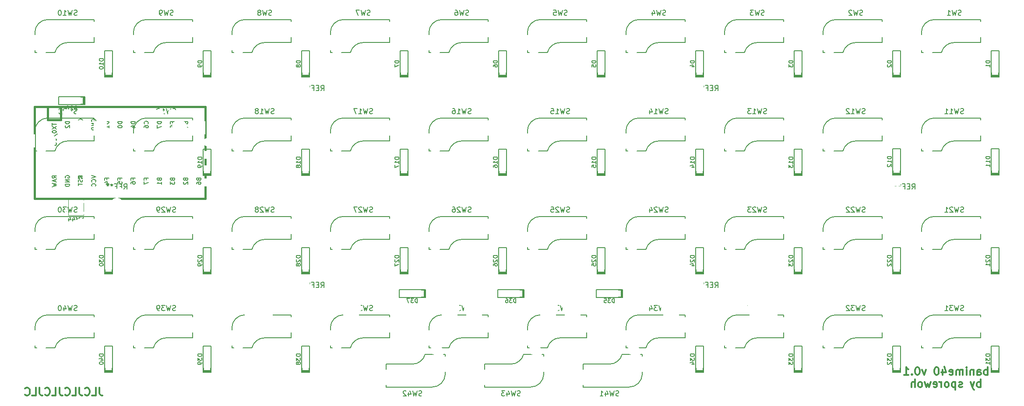
<source format=gbo>
%TF.GenerationSoftware,KiCad,Pcbnew,(5.1.12-1-10_14)*%
%TF.CreationDate,2022-02-28T21:29:04-07:00*%
%TF.ProjectId,banime40,62616e69-6d65-4343-902e-6b696361645f,rev?*%
%TF.SameCoordinates,Original*%
%TF.FileFunction,Legend,Bot*%
%TF.FilePolarity,Positive*%
%FSLAX46Y46*%
G04 Gerber Fmt 4.6, Leading zero omitted, Abs format (unit mm)*
G04 Created by KiCad (PCBNEW (5.1.12-1-10_14)) date 2022-02-28 21:29:04*
%MOMM*%
%LPD*%
G01*
G04 APERTURE LIST*
%ADD10C,0.300000*%
%ADD11C,0.120000*%
%ADD12C,0.150000*%
%ADD13C,0.381000*%
%ADD14R,0.700000X0.500000*%
%ADD15R,2.550000X2.500000*%
%ADD16C,1.701800*%
%ADD17C,3.987800*%
%ADD18C,3.000000*%
%ADD19C,3.048000*%
%ADD20C,2.200000*%
%ADD21R,1.600000X1.600000*%
%ADD22C,1.600000*%
%ADD23R,1.200000X1.600000*%
%ADD24R,1.600000X1.200000*%
%ADD25C,1.752600*%
%ADD26R,1.752600X1.752600*%
G04 APERTURE END LIST*
D10*
X58522321Y-122209821D02*
X58522321Y-123281250D01*
X58593750Y-123495535D01*
X58736607Y-123638392D01*
X58950892Y-123709821D01*
X59093750Y-123709821D01*
X57093750Y-123709821D02*
X57808035Y-123709821D01*
X57808035Y-122209821D01*
X55736607Y-123566964D02*
X55808035Y-123638392D01*
X56022321Y-123709821D01*
X56165178Y-123709821D01*
X56379464Y-123638392D01*
X56522321Y-123495535D01*
X56593750Y-123352678D01*
X56665178Y-123066964D01*
X56665178Y-122852678D01*
X56593750Y-122566964D01*
X56522321Y-122424107D01*
X56379464Y-122281250D01*
X56165178Y-122209821D01*
X56022321Y-122209821D01*
X55808035Y-122281250D01*
X55736607Y-122352678D01*
X54665178Y-122209821D02*
X54665178Y-123281250D01*
X54736607Y-123495535D01*
X54879464Y-123638392D01*
X55093750Y-123709821D01*
X55236607Y-123709821D01*
X53236607Y-123709821D02*
X53950892Y-123709821D01*
X53950892Y-122209821D01*
X51879464Y-123566964D02*
X51950892Y-123638392D01*
X52165178Y-123709821D01*
X52308035Y-123709821D01*
X52522321Y-123638392D01*
X52665178Y-123495535D01*
X52736607Y-123352678D01*
X52808035Y-123066964D01*
X52808035Y-122852678D01*
X52736607Y-122566964D01*
X52665178Y-122424107D01*
X52522321Y-122281250D01*
X52308035Y-122209821D01*
X52165178Y-122209821D01*
X51950892Y-122281250D01*
X51879464Y-122352678D01*
X50808035Y-122209821D02*
X50808035Y-123281250D01*
X50879464Y-123495535D01*
X51022321Y-123638392D01*
X51236607Y-123709821D01*
X51379464Y-123709821D01*
X49379464Y-123709821D02*
X50093749Y-123709821D01*
X50093749Y-122209821D01*
X48022321Y-123566964D02*
X48093749Y-123638392D01*
X48308035Y-123709821D01*
X48450892Y-123709821D01*
X48665178Y-123638392D01*
X48808035Y-123495535D01*
X48879464Y-123352678D01*
X48950892Y-123066964D01*
X48950892Y-122852678D01*
X48879464Y-122566964D01*
X48808035Y-122424107D01*
X48665178Y-122281250D01*
X48450892Y-122209821D01*
X48308035Y-122209821D01*
X48093749Y-122281250D01*
X48022321Y-122352678D01*
X46950892Y-122209821D02*
X46950892Y-123281250D01*
X47022321Y-123495535D01*
X47165178Y-123638392D01*
X47379464Y-123709821D01*
X47522321Y-123709821D01*
X45522321Y-123709821D02*
X46236607Y-123709821D01*
X46236607Y-122209821D01*
X44165178Y-123566964D02*
X44236607Y-123638392D01*
X44450892Y-123709821D01*
X44593749Y-123709821D01*
X44808035Y-123638392D01*
X44950892Y-123495535D01*
X45022321Y-123352678D01*
X45093749Y-123066964D01*
X45093749Y-122852678D01*
X45022321Y-122566964D01*
X44950892Y-122424107D01*
X44808035Y-122281250D01*
X44593749Y-122209821D01*
X44450892Y-122209821D01*
X44236607Y-122281250D01*
X44165178Y-122352678D01*
X228928571Y-122122321D02*
X228928571Y-120622321D01*
X228928571Y-121193750D02*
X228785714Y-121122321D01*
X228500000Y-121122321D01*
X228357142Y-121193750D01*
X228285714Y-121265178D01*
X228214285Y-121408035D01*
X228214285Y-121836607D01*
X228285714Y-121979464D01*
X228357142Y-122050892D01*
X228500000Y-122122321D01*
X228785714Y-122122321D01*
X228928571Y-122050892D01*
X227714285Y-121122321D02*
X227357142Y-122122321D01*
X227000000Y-121122321D02*
X227357142Y-122122321D01*
X227500000Y-122479464D01*
X227571428Y-122550892D01*
X227714285Y-122622321D01*
X225357142Y-122050892D02*
X225214285Y-122122321D01*
X224928571Y-122122321D01*
X224785714Y-122050892D01*
X224714285Y-121908035D01*
X224714285Y-121836607D01*
X224785714Y-121693750D01*
X224928571Y-121622321D01*
X225142857Y-121622321D01*
X225285714Y-121550892D01*
X225357142Y-121408035D01*
X225357142Y-121336607D01*
X225285714Y-121193750D01*
X225142857Y-121122321D01*
X224928571Y-121122321D01*
X224785714Y-121193750D01*
X224071428Y-121122321D02*
X224071428Y-122622321D01*
X224071428Y-121193750D02*
X223928571Y-121122321D01*
X223642857Y-121122321D01*
X223500000Y-121193750D01*
X223428571Y-121265178D01*
X223357142Y-121408035D01*
X223357142Y-121836607D01*
X223428571Y-121979464D01*
X223500000Y-122050892D01*
X223642857Y-122122321D01*
X223928571Y-122122321D01*
X224071428Y-122050892D01*
X222500000Y-122122321D02*
X222642857Y-122050892D01*
X222714285Y-121979464D01*
X222785714Y-121836607D01*
X222785714Y-121408035D01*
X222714285Y-121265178D01*
X222642857Y-121193750D01*
X222500000Y-121122321D01*
X222285714Y-121122321D01*
X222142857Y-121193750D01*
X222071428Y-121265178D01*
X222000000Y-121408035D01*
X222000000Y-121836607D01*
X222071428Y-121979464D01*
X222142857Y-122050892D01*
X222285714Y-122122321D01*
X222500000Y-122122321D01*
X221357142Y-122122321D02*
X221357142Y-121122321D01*
X221357142Y-121408035D02*
X221285714Y-121265178D01*
X221214285Y-121193750D01*
X221071428Y-121122321D01*
X220928571Y-121122321D01*
X219857142Y-122050892D02*
X220000000Y-122122321D01*
X220285714Y-122122321D01*
X220428571Y-122050892D01*
X220500000Y-121908035D01*
X220500000Y-121336607D01*
X220428571Y-121193750D01*
X220285714Y-121122321D01*
X220000000Y-121122321D01*
X219857142Y-121193750D01*
X219785714Y-121336607D01*
X219785714Y-121479464D01*
X220500000Y-121622321D01*
X219285714Y-121122321D02*
X219000000Y-122122321D01*
X218714285Y-121408035D01*
X218428571Y-122122321D01*
X218142857Y-121122321D01*
X217357142Y-122122321D02*
X217500000Y-122050892D01*
X217571428Y-121979464D01*
X217642857Y-121836607D01*
X217642857Y-121408035D01*
X217571428Y-121265178D01*
X217500000Y-121193750D01*
X217357142Y-121122321D01*
X217142857Y-121122321D01*
X217000000Y-121193750D01*
X216928571Y-121265178D01*
X216857142Y-121408035D01*
X216857142Y-121836607D01*
X216928571Y-121979464D01*
X217000000Y-122050892D01*
X217142857Y-122122321D01*
X217357142Y-122122321D01*
X216214285Y-122122321D02*
X216214285Y-120622321D01*
X215571428Y-122122321D02*
X215571428Y-121336607D01*
X215642857Y-121193750D01*
X215785714Y-121122321D01*
X216000000Y-121122321D01*
X216142857Y-121193750D01*
X216214285Y-121265178D01*
X230285714Y-119741071D02*
X230285714Y-118241071D01*
X230285714Y-118812500D02*
X230142857Y-118741071D01*
X229857142Y-118741071D01*
X229714285Y-118812500D01*
X229642857Y-118883928D01*
X229571428Y-119026785D01*
X229571428Y-119455357D01*
X229642857Y-119598214D01*
X229714285Y-119669642D01*
X229857142Y-119741071D01*
X230142857Y-119741071D01*
X230285714Y-119669642D01*
X228285714Y-119741071D02*
X228285714Y-118955357D01*
X228357142Y-118812500D01*
X228500000Y-118741071D01*
X228785714Y-118741071D01*
X228928571Y-118812500D01*
X228285714Y-119669642D02*
X228428571Y-119741071D01*
X228785714Y-119741071D01*
X228928571Y-119669642D01*
X229000000Y-119526785D01*
X229000000Y-119383928D01*
X228928571Y-119241071D01*
X228785714Y-119169642D01*
X228428571Y-119169642D01*
X228285714Y-119098214D01*
X227571428Y-118741071D02*
X227571428Y-119741071D01*
X227571428Y-118883928D02*
X227500000Y-118812500D01*
X227357142Y-118741071D01*
X227142857Y-118741071D01*
X227000000Y-118812500D01*
X226928571Y-118955357D01*
X226928571Y-119741071D01*
X226214285Y-119741071D02*
X226214285Y-118741071D01*
X226214285Y-118241071D02*
X226285714Y-118312500D01*
X226214285Y-118383928D01*
X226142857Y-118312500D01*
X226214285Y-118241071D01*
X226214285Y-118383928D01*
X225500000Y-119741071D02*
X225500000Y-118741071D01*
X225500000Y-118883928D02*
X225428571Y-118812500D01*
X225285714Y-118741071D01*
X225071428Y-118741071D01*
X224928571Y-118812500D01*
X224857142Y-118955357D01*
X224857142Y-119741071D01*
X224857142Y-118955357D02*
X224785714Y-118812500D01*
X224642857Y-118741071D01*
X224428571Y-118741071D01*
X224285714Y-118812500D01*
X224214285Y-118955357D01*
X224214285Y-119741071D01*
X222928571Y-119669642D02*
X223071428Y-119741071D01*
X223357142Y-119741071D01*
X223500000Y-119669642D01*
X223571428Y-119526785D01*
X223571428Y-118955357D01*
X223500000Y-118812500D01*
X223357142Y-118741071D01*
X223071428Y-118741071D01*
X222928571Y-118812500D01*
X222857142Y-118955357D01*
X222857142Y-119098214D01*
X223571428Y-119241071D01*
X221571428Y-118741071D02*
X221571428Y-119741071D01*
X221928571Y-118169642D02*
X222285714Y-119241071D01*
X221357142Y-119241071D01*
X220500000Y-118241071D02*
X220357142Y-118241071D01*
X220214285Y-118312500D01*
X220142857Y-118383928D01*
X220071428Y-118526785D01*
X220000000Y-118812500D01*
X220000000Y-119169642D01*
X220071428Y-119455357D01*
X220142857Y-119598214D01*
X220214285Y-119669642D01*
X220357142Y-119741071D01*
X220500000Y-119741071D01*
X220642857Y-119669642D01*
X220714285Y-119598214D01*
X220785714Y-119455357D01*
X220857142Y-119169642D01*
X220857142Y-118812500D01*
X220785714Y-118526785D01*
X220714285Y-118383928D01*
X220642857Y-118312500D01*
X220500000Y-118241071D01*
X218357142Y-118741071D02*
X218000000Y-119741071D01*
X217642857Y-118741071D01*
X216785714Y-118241071D02*
X216642857Y-118241071D01*
X216500000Y-118312500D01*
X216428571Y-118383928D01*
X216357142Y-118526785D01*
X216285714Y-118812500D01*
X216285714Y-119169642D01*
X216357142Y-119455357D01*
X216428571Y-119598214D01*
X216500000Y-119669642D01*
X216642857Y-119741071D01*
X216785714Y-119741071D01*
X216928571Y-119669642D01*
X217000000Y-119598214D01*
X217071428Y-119455357D01*
X217142857Y-119169642D01*
X217142857Y-118812500D01*
X217071428Y-118526785D01*
X217000000Y-118383928D01*
X216928571Y-118312500D01*
X216785714Y-118241071D01*
X215642857Y-119598214D02*
X215571428Y-119669642D01*
X215642857Y-119741071D01*
X215714285Y-119669642D01*
X215642857Y-119598214D01*
X215642857Y-119741071D01*
X214142857Y-119741071D02*
X215000000Y-119741071D01*
X214571428Y-119741071D02*
X214571428Y-118241071D01*
X214714285Y-118455357D01*
X214857142Y-118598214D01*
X215000000Y-118669642D01*
D11*
%TO.C,SW44*%
X52475000Y-85812500D02*
X55475000Y-85812500D01*
X52475000Y-88812500D02*
X55475000Y-88812500D01*
X52475000Y-85812500D02*
X52475000Y-88812500D01*
X55475000Y-85812500D02*
X55475000Y-88812500D01*
D12*
%TO.C,SW2*%
X209867500Y-50958750D02*
X209867500Y-51339750D01*
X200977500Y-50958750D02*
X209867500Y-50958750D01*
X198437500Y-53498750D02*
X198437500Y-53879750D01*
X198818500Y-57308750D02*
X198437500Y-57308750D01*
X202323338Y-57308750D02*
X200596500Y-57308750D01*
X209867500Y-55403750D02*
X204787500Y-55403750D01*
X209867500Y-54387750D02*
X209867500Y-55403750D01*
X198437500Y-56927750D02*
X198437500Y-57308750D01*
X202323338Y-57327710D02*
G75*
G02*
X204787500Y-55403750I2464162J-616040D01*
G01*
X198437500Y-53498750D02*
G75*
G02*
X200977500Y-50958750I2540000J0D01*
G01*
%TO.C,SW3*%
X190817500Y-50958750D02*
X190817500Y-51339750D01*
X181927500Y-50958750D02*
X190817500Y-50958750D01*
X179387500Y-53498750D02*
X179387500Y-53879750D01*
X179768500Y-57308750D02*
X179387500Y-57308750D01*
X183273338Y-57308750D02*
X181546500Y-57308750D01*
X190817500Y-55403750D02*
X185737500Y-55403750D01*
X190817500Y-54387750D02*
X190817500Y-55403750D01*
X179387500Y-56927750D02*
X179387500Y-57308750D01*
X183273338Y-57327710D02*
G75*
G02*
X185737500Y-55403750I2464162J-616040D01*
G01*
X179387500Y-53498750D02*
G75*
G02*
X181927500Y-50958750I2540000J0D01*
G01*
%TO.C,SW11*%
X228917500Y-70008750D02*
X228917500Y-70389750D01*
X220027500Y-70008750D02*
X228917500Y-70008750D01*
X217487500Y-72548750D02*
X217487500Y-72929750D01*
X217868500Y-76358750D02*
X217487500Y-76358750D01*
X221373338Y-76358750D02*
X219646500Y-76358750D01*
X228917500Y-74453750D02*
X223837500Y-74453750D01*
X228917500Y-73437750D02*
X228917500Y-74453750D01*
X217487500Y-75977750D02*
X217487500Y-76358750D01*
X221373338Y-76377710D02*
G75*
G02*
X223837500Y-74453750I2464162J-616040D01*
G01*
X217487500Y-72548750D02*
G75*
G02*
X220027500Y-70008750I2540000J0D01*
G01*
%TO.C,D40*%
X59563000Y-114141250D02*
X59563000Y-119221250D01*
X59563000Y-119221250D02*
X61087000Y-119221250D01*
X61087000Y-119221250D02*
X61087000Y-114141250D01*
X61087000Y-114141250D02*
X59563000Y-114141250D01*
X59563000Y-118840250D02*
X61087000Y-118840250D01*
X61087000Y-118967250D02*
X59563000Y-118967250D01*
X59563000Y-119094250D02*
X61087000Y-119094250D01*
X61087000Y-118713250D02*
X59563000Y-118713250D01*
X59563000Y-118586250D02*
X61087000Y-118586250D01*
X59563000Y-118459250D02*
X61087000Y-118459250D01*
%TO.C,D39*%
X78613000Y-114141250D02*
X78613000Y-119221250D01*
X78613000Y-119221250D02*
X80137000Y-119221250D01*
X80137000Y-119221250D02*
X80137000Y-114141250D01*
X80137000Y-114141250D02*
X78613000Y-114141250D01*
X78613000Y-118840250D02*
X80137000Y-118840250D01*
X80137000Y-118967250D02*
X78613000Y-118967250D01*
X78613000Y-119094250D02*
X80137000Y-119094250D01*
X80137000Y-118713250D02*
X78613000Y-118713250D01*
X78613000Y-118586250D02*
X80137000Y-118586250D01*
X78613000Y-118459250D02*
X80137000Y-118459250D01*
%TO.C,D38*%
X97663000Y-114141250D02*
X97663000Y-119221250D01*
X97663000Y-119221250D02*
X99187000Y-119221250D01*
X99187000Y-119221250D02*
X99187000Y-114141250D01*
X99187000Y-114141250D02*
X97663000Y-114141250D01*
X97663000Y-118840250D02*
X99187000Y-118840250D01*
X99187000Y-118967250D02*
X97663000Y-118967250D01*
X97663000Y-119094250D02*
X99187000Y-119094250D01*
X99187000Y-118713250D02*
X97663000Y-118713250D01*
X97663000Y-118586250D02*
X99187000Y-118586250D01*
X97663000Y-118459250D02*
X99187000Y-118459250D01*
%TO.C,D37*%
X116522500Y-104743250D02*
X121602500Y-104743250D01*
X121602500Y-104743250D02*
X121602500Y-103219250D01*
X121602500Y-103219250D02*
X116522500Y-103219250D01*
X116522500Y-103219250D02*
X116522500Y-104743250D01*
X121221500Y-104743250D02*
X121221500Y-103219250D01*
X121348500Y-103219250D02*
X121348500Y-104743250D01*
X121475500Y-104743250D02*
X121475500Y-103219250D01*
X121094500Y-103219250D02*
X121094500Y-104743250D01*
X120967500Y-104743250D02*
X120967500Y-103219250D01*
X120840500Y-104743250D02*
X120840500Y-103219250D01*
%TO.C,D36*%
X135572500Y-104743250D02*
X140652500Y-104743250D01*
X140652500Y-104743250D02*
X140652500Y-103219250D01*
X140652500Y-103219250D02*
X135572500Y-103219250D01*
X135572500Y-103219250D02*
X135572500Y-104743250D01*
X140271500Y-104743250D02*
X140271500Y-103219250D01*
X140398500Y-103219250D02*
X140398500Y-104743250D01*
X140525500Y-104743250D02*
X140525500Y-103219250D01*
X140144500Y-103219250D02*
X140144500Y-104743250D01*
X140017500Y-104743250D02*
X140017500Y-103219250D01*
X139890500Y-104743250D02*
X139890500Y-103219250D01*
%TO.C,D35*%
X154622500Y-104743250D02*
X159702500Y-104743250D01*
X159702500Y-104743250D02*
X159702500Y-103219250D01*
X159702500Y-103219250D02*
X154622500Y-103219250D01*
X154622500Y-103219250D02*
X154622500Y-104743250D01*
X159321500Y-104743250D02*
X159321500Y-103219250D01*
X159448500Y-103219250D02*
X159448500Y-104743250D01*
X159575500Y-104743250D02*
X159575500Y-103219250D01*
X159194500Y-103219250D02*
X159194500Y-104743250D01*
X159067500Y-104743250D02*
X159067500Y-103219250D01*
X158940500Y-104743250D02*
X158940500Y-103219250D01*
%TO.C,D34*%
X173863000Y-114141250D02*
X173863000Y-119221250D01*
X173863000Y-119221250D02*
X175387000Y-119221250D01*
X175387000Y-119221250D02*
X175387000Y-114141250D01*
X175387000Y-114141250D02*
X173863000Y-114141250D01*
X173863000Y-118840250D02*
X175387000Y-118840250D01*
X175387000Y-118967250D02*
X173863000Y-118967250D01*
X173863000Y-119094250D02*
X175387000Y-119094250D01*
X175387000Y-118713250D02*
X173863000Y-118713250D01*
X173863000Y-118586250D02*
X175387000Y-118586250D01*
X173863000Y-118459250D02*
X175387000Y-118459250D01*
%TO.C,D33*%
X192913000Y-114141250D02*
X192913000Y-119221250D01*
X192913000Y-119221250D02*
X194437000Y-119221250D01*
X194437000Y-119221250D02*
X194437000Y-114141250D01*
X194437000Y-114141250D02*
X192913000Y-114141250D01*
X192913000Y-118840250D02*
X194437000Y-118840250D01*
X194437000Y-118967250D02*
X192913000Y-118967250D01*
X192913000Y-119094250D02*
X194437000Y-119094250D01*
X194437000Y-118713250D02*
X192913000Y-118713250D01*
X192913000Y-118586250D02*
X194437000Y-118586250D01*
X192913000Y-118459250D02*
X194437000Y-118459250D01*
%TO.C,D32*%
X211963000Y-114141250D02*
X211963000Y-119221250D01*
X211963000Y-119221250D02*
X213487000Y-119221250D01*
X213487000Y-119221250D02*
X213487000Y-114141250D01*
X213487000Y-114141250D02*
X211963000Y-114141250D01*
X211963000Y-118840250D02*
X213487000Y-118840250D01*
X213487000Y-118967250D02*
X211963000Y-118967250D01*
X211963000Y-119094250D02*
X213487000Y-119094250D01*
X213487000Y-118713250D02*
X211963000Y-118713250D01*
X211963000Y-118586250D02*
X213487000Y-118586250D01*
X211963000Y-118459250D02*
X213487000Y-118459250D01*
%TO.C,D31*%
X231013000Y-114141250D02*
X231013000Y-119221250D01*
X231013000Y-119221250D02*
X232537000Y-119221250D01*
X232537000Y-119221250D02*
X232537000Y-114141250D01*
X232537000Y-114141250D02*
X231013000Y-114141250D01*
X231013000Y-118840250D02*
X232537000Y-118840250D01*
X232537000Y-118967250D02*
X231013000Y-118967250D01*
X231013000Y-119094250D02*
X232537000Y-119094250D01*
X232537000Y-118713250D02*
X231013000Y-118713250D01*
X231013000Y-118586250D02*
X232537000Y-118586250D01*
X231013000Y-118459250D02*
X232537000Y-118459250D01*
%TO.C,D30*%
X59563000Y-95091250D02*
X59563000Y-100171250D01*
X59563000Y-100171250D02*
X61087000Y-100171250D01*
X61087000Y-100171250D02*
X61087000Y-95091250D01*
X61087000Y-95091250D02*
X59563000Y-95091250D01*
X59563000Y-99790250D02*
X61087000Y-99790250D01*
X61087000Y-99917250D02*
X59563000Y-99917250D01*
X59563000Y-100044250D02*
X61087000Y-100044250D01*
X61087000Y-99663250D02*
X59563000Y-99663250D01*
X59563000Y-99536250D02*
X61087000Y-99536250D01*
X59563000Y-99409250D02*
X61087000Y-99409250D01*
%TO.C,D29*%
X78613000Y-95091250D02*
X78613000Y-100171250D01*
X78613000Y-100171250D02*
X80137000Y-100171250D01*
X80137000Y-100171250D02*
X80137000Y-95091250D01*
X80137000Y-95091250D02*
X78613000Y-95091250D01*
X78613000Y-99790250D02*
X80137000Y-99790250D01*
X80137000Y-99917250D02*
X78613000Y-99917250D01*
X78613000Y-100044250D02*
X80137000Y-100044250D01*
X80137000Y-99663250D02*
X78613000Y-99663250D01*
X78613000Y-99536250D02*
X80137000Y-99536250D01*
X78613000Y-99409250D02*
X80137000Y-99409250D01*
%TO.C,D28*%
X97663000Y-95091250D02*
X97663000Y-100171250D01*
X97663000Y-100171250D02*
X99187000Y-100171250D01*
X99187000Y-100171250D02*
X99187000Y-95091250D01*
X99187000Y-95091250D02*
X97663000Y-95091250D01*
X97663000Y-99790250D02*
X99187000Y-99790250D01*
X99187000Y-99917250D02*
X97663000Y-99917250D01*
X97663000Y-100044250D02*
X99187000Y-100044250D01*
X99187000Y-99663250D02*
X97663000Y-99663250D01*
X97663000Y-99536250D02*
X99187000Y-99536250D01*
X97663000Y-99409250D02*
X99187000Y-99409250D01*
%TO.C,D27*%
X116713000Y-95091250D02*
X116713000Y-100171250D01*
X116713000Y-100171250D02*
X118237000Y-100171250D01*
X118237000Y-100171250D02*
X118237000Y-95091250D01*
X118237000Y-95091250D02*
X116713000Y-95091250D01*
X116713000Y-99790250D02*
X118237000Y-99790250D01*
X118237000Y-99917250D02*
X116713000Y-99917250D01*
X116713000Y-100044250D02*
X118237000Y-100044250D01*
X118237000Y-99663250D02*
X116713000Y-99663250D01*
X116713000Y-99536250D02*
X118237000Y-99536250D01*
X116713000Y-99409250D02*
X118237000Y-99409250D01*
%TO.C,D26*%
X135763000Y-95091250D02*
X135763000Y-100171250D01*
X135763000Y-100171250D02*
X137287000Y-100171250D01*
X137287000Y-100171250D02*
X137287000Y-95091250D01*
X137287000Y-95091250D02*
X135763000Y-95091250D01*
X135763000Y-99790250D02*
X137287000Y-99790250D01*
X137287000Y-99917250D02*
X135763000Y-99917250D01*
X135763000Y-100044250D02*
X137287000Y-100044250D01*
X137287000Y-99663250D02*
X135763000Y-99663250D01*
X135763000Y-99536250D02*
X137287000Y-99536250D01*
X135763000Y-99409250D02*
X137287000Y-99409250D01*
%TO.C,D25*%
X154813000Y-95091250D02*
X154813000Y-100171250D01*
X154813000Y-100171250D02*
X156337000Y-100171250D01*
X156337000Y-100171250D02*
X156337000Y-95091250D01*
X156337000Y-95091250D02*
X154813000Y-95091250D01*
X154813000Y-99790250D02*
X156337000Y-99790250D01*
X156337000Y-99917250D02*
X154813000Y-99917250D01*
X154813000Y-100044250D02*
X156337000Y-100044250D01*
X156337000Y-99663250D02*
X154813000Y-99663250D01*
X154813000Y-99536250D02*
X156337000Y-99536250D01*
X154813000Y-99409250D02*
X156337000Y-99409250D01*
%TO.C,D24*%
X173863000Y-95091250D02*
X173863000Y-100171250D01*
X173863000Y-100171250D02*
X175387000Y-100171250D01*
X175387000Y-100171250D02*
X175387000Y-95091250D01*
X175387000Y-95091250D02*
X173863000Y-95091250D01*
X173863000Y-99790250D02*
X175387000Y-99790250D01*
X175387000Y-99917250D02*
X173863000Y-99917250D01*
X173863000Y-100044250D02*
X175387000Y-100044250D01*
X175387000Y-99663250D02*
X173863000Y-99663250D01*
X173863000Y-99536250D02*
X175387000Y-99536250D01*
X173863000Y-99409250D02*
X175387000Y-99409250D01*
%TO.C,D23*%
X192913000Y-95091250D02*
X192913000Y-100171250D01*
X192913000Y-100171250D02*
X194437000Y-100171250D01*
X194437000Y-100171250D02*
X194437000Y-95091250D01*
X194437000Y-95091250D02*
X192913000Y-95091250D01*
X192913000Y-99790250D02*
X194437000Y-99790250D01*
X194437000Y-99917250D02*
X192913000Y-99917250D01*
X192913000Y-100044250D02*
X194437000Y-100044250D01*
X194437000Y-99663250D02*
X192913000Y-99663250D01*
X192913000Y-99536250D02*
X194437000Y-99536250D01*
X192913000Y-99409250D02*
X194437000Y-99409250D01*
%TO.C,D22*%
X211963000Y-95091250D02*
X211963000Y-100171250D01*
X211963000Y-100171250D02*
X213487000Y-100171250D01*
X213487000Y-100171250D02*
X213487000Y-95091250D01*
X213487000Y-95091250D02*
X211963000Y-95091250D01*
X211963000Y-99790250D02*
X213487000Y-99790250D01*
X213487000Y-99917250D02*
X211963000Y-99917250D01*
X211963000Y-100044250D02*
X213487000Y-100044250D01*
X213487000Y-99663250D02*
X211963000Y-99663250D01*
X211963000Y-99536250D02*
X213487000Y-99536250D01*
X211963000Y-99409250D02*
X213487000Y-99409250D01*
%TO.C,D21*%
X231013000Y-95091250D02*
X231013000Y-100171250D01*
X231013000Y-100171250D02*
X232537000Y-100171250D01*
X232537000Y-100171250D02*
X232537000Y-95091250D01*
X232537000Y-95091250D02*
X231013000Y-95091250D01*
X231013000Y-99790250D02*
X232537000Y-99790250D01*
X232537000Y-99917250D02*
X231013000Y-99917250D01*
X231013000Y-100044250D02*
X232537000Y-100044250D01*
X232537000Y-99663250D02*
X231013000Y-99663250D01*
X231013000Y-99536250D02*
X232537000Y-99536250D01*
X231013000Y-99409250D02*
X232537000Y-99409250D01*
%TO.C,D20*%
X50641250Y-67437000D02*
X55721250Y-67437000D01*
X55721250Y-67437000D02*
X55721250Y-65913000D01*
X55721250Y-65913000D02*
X50641250Y-65913000D01*
X50641250Y-65913000D02*
X50641250Y-67437000D01*
X55340250Y-67437000D02*
X55340250Y-65913000D01*
X55467250Y-65913000D02*
X55467250Y-67437000D01*
X55594250Y-67437000D02*
X55594250Y-65913000D01*
X55213250Y-65913000D02*
X55213250Y-67437000D01*
X55086250Y-67437000D02*
X55086250Y-65913000D01*
X54959250Y-67437000D02*
X54959250Y-65913000D01*
%TO.C,D19*%
X78613000Y-76041250D02*
X78613000Y-81121250D01*
X78613000Y-81121250D02*
X80137000Y-81121250D01*
X80137000Y-81121250D02*
X80137000Y-76041250D01*
X80137000Y-76041250D02*
X78613000Y-76041250D01*
X78613000Y-80740250D02*
X80137000Y-80740250D01*
X80137000Y-80867250D02*
X78613000Y-80867250D01*
X78613000Y-80994250D02*
X80137000Y-80994250D01*
X80137000Y-80613250D02*
X78613000Y-80613250D01*
X78613000Y-80486250D02*
X80137000Y-80486250D01*
X78613000Y-80359250D02*
X80137000Y-80359250D01*
%TO.C,D18*%
X97663000Y-76041250D02*
X97663000Y-81121250D01*
X97663000Y-81121250D02*
X99187000Y-81121250D01*
X99187000Y-81121250D02*
X99187000Y-76041250D01*
X99187000Y-76041250D02*
X97663000Y-76041250D01*
X97663000Y-80740250D02*
X99187000Y-80740250D01*
X99187000Y-80867250D02*
X97663000Y-80867250D01*
X97663000Y-80994250D02*
X99187000Y-80994250D01*
X99187000Y-80613250D02*
X97663000Y-80613250D01*
X97663000Y-80486250D02*
X99187000Y-80486250D01*
X97663000Y-80359250D02*
X99187000Y-80359250D01*
%TO.C,D17*%
X116713000Y-76041250D02*
X116713000Y-81121250D01*
X116713000Y-81121250D02*
X118237000Y-81121250D01*
X118237000Y-81121250D02*
X118237000Y-76041250D01*
X118237000Y-76041250D02*
X116713000Y-76041250D01*
X116713000Y-80740250D02*
X118237000Y-80740250D01*
X118237000Y-80867250D02*
X116713000Y-80867250D01*
X116713000Y-80994250D02*
X118237000Y-80994250D01*
X118237000Y-80613250D02*
X116713000Y-80613250D01*
X116713000Y-80486250D02*
X118237000Y-80486250D01*
X116713000Y-80359250D02*
X118237000Y-80359250D01*
%TO.C,D16*%
X135763000Y-76041250D02*
X135763000Y-81121250D01*
X135763000Y-81121250D02*
X137287000Y-81121250D01*
X137287000Y-81121250D02*
X137287000Y-76041250D01*
X137287000Y-76041250D02*
X135763000Y-76041250D01*
X135763000Y-80740250D02*
X137287000Y-80740250D01*
X137287000Y-80867250D02*
X135763000Y-80867250D01*
X135763000Y-80994250D02*
X137287000Y-80994250D01*
X137287000Y-80613250D02*
X135763000Y-80613250D01*
X135763000Y-80486250D02*
X137287000Y-80486250D01*
X135763000Y-80359250D02*
X137287000Y-80359250D01*
%TO.C,D15*%
X154813000Y-76041250D02*
X154813000Y-81121250D01*
X154813000Y-81121250D02*
X156337000Y-81121250D01*
X156337000Y-81121250D02*
X156337000Y-76041250D01*
X156337000Y-76041250D02*
X154813000Y-76041250D01*
X154813000Y-80740250D02*
X156337000Y-80740250D01*
X156337000Y-80867250D02*
X154813000Y-80867250D01*
X154813000Y-80994250D02*
X156337000Y-80994250D01*
X156337000Y-80613250D02*
X154813000Y-80613250D01*
X154813000Y-80486250D02*
X156337000Y-80486250D01*
X154813000Y-80359250D02*
X156337000Y-80359250D01*
%TO.C,D14*%
X173863000Y-76041250D02*
X173863000Y-81121250D01*
X173863000Y-81121250D02*
X175387000Y-81121250D01*
X175387000Y-81121250D02*
X175387000Y-76041250D01*
X175387000Y-76041250D02*
X173863000Y-76041250D01*
X173863000Y-80740250D02*
X175387000Y-80740250D01*
X175387000Y-80867250D02*
X173863000Y-80867250D01*
X173863000Y-80994250D02*
X175387000Y-80994250D01*
X175387000Y-80613250D02*
X173863000Y-80613250D01*
X173863000Y-80486250D02*
X175387000Y-80486250D01*
X173863000Y-80359250D02*
X175387000Y-80359250D01*
%TO.C,D13*%
X192913000Y-76041250D02*
X192913000Y-81121250D01*
X192913000Y-81121250D02*
X194437000Y-81121250D01*
X194437000Y-81121250D02*
X194437000Y-76041250D01*
X194437000Y-76041250D02*
X192913000Y-76041250D01*
X192913000Y-80740250D02*
X194437000Y-80740250D01*
X194437000Y-80867250D02*
X192913000Y-80867250D01*
X192913000Y-80994250D02*
X194437000Y-80994250D01*
X194437000Y-80613250D02*
X192913000Y-80613250D01*
X192913000Y-80486250D02*
X194437000Y-80486250D01*
X192913000Y-80359250D02*
X194437000Y-80359250D01*
%TO.C,D12*%
X211963000Y-75922500D02*
X211963000Y-81002500D01*
X211963000Y-81002500D02*
X213487000Y-81002500D01*
X213487000Y-81002500D02*
X213487000Y-75922500D01*
X213487000Y-75922500D02*
X211963000Y-75922500D01*
X211963000Y-80621500D02*
X213487000Y-80621500D01*
X213487000Y-80748500D02*
X211963000Y-80748500D01*
X211963000Y-80875500D02*
X213487000Y-80875500D01*
X213487000Y-80494500D02*
X211963000Y-80494500D01*
X211963000Y-80367500D02*
X213487000Y-80367500D01*
X211963000Y-80240500D02*
X213487000Y-80240500D01*
%TO.C,D11*%
X231013000Y-75922500D02*
X231013000Y-81002500D01*
X231013000Y-81002500D02*
X232537000Y-81002500D01*
X232537000Y-81002500D02*
X232537000Y-75922500D01*
X232537000Y-75922500D02*
X231013000Y-75922500D01*
X231013000Y-80621500D02*
X232537000Y-80621500D01*
X232537000Y-80748500D02*
X231013000Y-80748500D01*
X231013000Y-80875500D02*
X232537000Y-80875500D01*
X232537000Y-80494500D02*
X231013000Y-80494500D01*
X231013000Y-80367500D02*
X232537000Y-80367500D01*
X231013000Y-80240500D02*
X232537000Y-80240500D01*
%TO.C,D10*%
X59563000Y-56991250D02*
X59563000Y-62071250D01*
X59563000Y-62071250D02*
X61087000Y-62071250D01*
X61087000Y-62071250D02*
X61087000Y-56991250D01*
X61087000Y-56991250D02*
X59563000Y-56991250D01*
X59563000Y-61690250D02*
X61087000Y-61690250D01*
X61087000Y-61817250D02*
X59563000Y-61817250D01*
X59563000Y-61944250D02*
X61087000Y-61944250D01*
X61087000Y-61563250D02*
X59563000Y-61563250D01*
X59563000Y-61436250D02*
X61087000Y-61436250D01*
X59563000Y-61309250D02*
X61087000Y-61309250D01*
%TO.C,D9*%
X78613000Y-56991250D02*
X78613000Y-62071250D01*
X78613000Y-62071250D02*
X80137000Y-62071250D01*
X80137000Y-62071250D02*
X80137000Y-56991250D01*
X80137000Y-56991250D02*
X78613000Y-56991250D01*
X78613000Y-61690250D02*
X80137000Y-61690250D01*
X80137000Y-61817250D02*
X78613000Y-61817250D01*
X78613000Y-61944250D02*
X80137000Y-61944250D01*
X80137000Y-61563250D02*
X78613000Y-61563250D01*
X78613000Y-61436250D02*
X80137000Y-61436250D01*
X78613000Y-61309250D02*
X80137000Y-61309250D01*
%TO.C,D8*%
X97663000Y-56991250D02*
X97663000Y-62071250D01*
X97663000Y-62071250D02*
X99187000Y-62071250D01*
X99187000Y-62071250D02*
X99187000Y-56991250D01*
X99187000Y-56991250D02*
X97663000Y-56991250D01*
X97663000Y-61690250D02*
X99187000Y-61690250D01*
X99187000Y-61817250D02*
X97663000Y-61817250D01*
X97663000Y-61944250D02*
X99187000Y-61944250D01*
X99187000Y-61563250D02*
X97663000Y-61563250D01*
X97663000Y-61436250D02*
X99187000Y-61436250D01*
X97663000Y-61309250D02*
X99187000Y-61309250D01*
%TO.C,D7*%
X116713000Y-56991250D02*
X116713000Y-62071250D01*
X116713000Y-62071250D02*
X118237000Y-62071250D01*
X118237000Y-62071250D02*
X118237000Y-56991250D01*
X118237000Y-56991250D02*
X116713000Y-56991250D01*
X116713000Y-61690250D02*
X118237000Y-61690250D01*
X118237000Y-61817250D02*
X116713000Y-61817250D01*
X116713000Y-61944250D02*
X118237000Y-61944250D01*
X118237000Y-61563250D02*
X116713000Y-61563250D01*
X116713000Y-61436250D02*
X118237000Y-61436250D01*
X116713000Y-61309250D02*
X118237000Y-61309250D01*
%TO.C,D6*%
X135763000Y-56991250D02*
X135763000Y-62071250D01*
X135763000Y-62071250D02*
X137287000Y-62071250D01*
X137287000Y-62071250D02*
X137287000Y-56991250D01*
X137287000Y-56991250D02*
X135763000Y-56991250D01*
X135763000Y-61690250D02*
X137287000Y-61690250D01*
X137287000Y-61817250D02*
X135763000Y-61817250D01*
X135763000Y-61944250D02*
X137287000Y-61944250D01*
X137287000Y-61563250D02*
X135763000Y-61563250D01*
X135763000Y-61436250D02*
X137287000Y-61436250D01*
X135763000Y-61309250D02*
X137287000Y-61309250D01*
%TO.C,D5*%
X154813000Y-56991250D02*
X154813000Y-62071250D01*
X154813000Y-62071250D02*
X156337000Y-62071250D01*
X156337000Y-62071250D02*
X156337000Y-56991250D01*
X156337000Y-56991250D02*
X154813000Y-56991250D01*
X154813000Y-61690250D02*
X156337000Y-61690250D01*
X156337000Y-61817250D02*
X154813000Y-61817250D01*
X154813000Y-61944250D02*
X156337000Y-61944250D01*
X156337000Y-61563250D02*
X154813000Y-61563250D01*
X154813000Y-61436250D02*
X156337000Y-61436250D01*
X154813000Y-61309250D02*
X156337000Y-61309250D01*
%TO.C,D4*%
X173863000Y-56991250D02*
X173863000Y-62071250D01*
X173863000Y-62071250D02*
X175387000Y-62071250D01*
X175387000Y-62071250D02*
X175387000Y-56991250D01*
X175387000Y-56991250D02*
X173863000Y-56991250D01*
X173863000Y-61690250D02*
X175387000Y-61690250D01*
X175387000Y-61817250D02*
X173863000Y-61817250D01*
X173863000Y-61944250D02*
X175387000Y-61944250D01*
X175387000Y-61563250D02*
X173863000Y-61563250D01*
X173863000Y-61436250D02*
X175387000Y-61436250D01*
X173863000Y-61309250D02*
X175387000Y-61309250D01*
%TO.C,D3*%
X192913000Y-56991250D02*
X192913000Y-62071250D01*
X192913000Y-62071250D02*
X194437000Y-62071250D01*
X194437000Y-62071250D02*
X194437000Y-56991250D01*
X194437000Y-56991250D02*
X192913000Y-56991250D01*
X192913000Y-61690250D02*
X194437000Y-61690250D01*
X194437000Y-61817250D02*
X192913000Y-61817250D01*
X192913000Y-61944250D02*
X194437000Y-61944250D01*
X194437000Y-61563250D02*
X192913000Y-61563250D01*
X192913000Y-61436250D02*
X194437000Y-61436250D01*
X192913000Y-61309250D02*
X194437000Y-61309250D01*
%TO.C,D2*%
X211963000Y-56991250D02*
X211963000Y-62071250D01*
X211963000Y-62071250D02*
X213487000Y-62071250D01*
X213487000Y-62071250D02*
X213487000Y-56991250D01*
X213487000Y-56991250D02*
X211963000Y-56991250D01*
X211963000Y-61690250D02*
X213487000Y-61690250D01*
X213487000Y-61817250D02*
X211963000Y-61817250D01*
X211963000Y-61944250D02*
X213487000Y-61944250D01*
X213487000Y-61563250D02*
X211963000Y-61563250D01*
X211963000Y-61436250D02*
X213487000Y-61436250D01*
X211963000Y-61309250D02*
X213487000Y-61309250D01*
%TO.C,D1*%
X231013000Y-56991250D02*
X231013000Y-62071250D01*
X231013000Y-62071250D02*
X232537000Y-62071250D01*
X232537000Y-62071250D02*
X232537000Y-56991250D01*
X232537000Y-56991250D02*
X231013000Y-56991250D01*
X231013000Y-61690250D02*
X232537000Y-61690250D01*
X232537000Y-61817250D02*
X231013000Y-61817250D01*
X231013000Y-61944250D02*
X232537000Y-61944250D01*
X232537000Y-61563250D02*
X231013000Y-61563250D01*
X231013000Y-61436250D02*
X232537000Y-61436250D01*
X231013000Y-61309250D02*
X232537000Y-61309250D01*
D13*
%TO.C,U1*%
X48560000Y-70400000D02*
X48560000Y-67860000D01*
X46020000Y-67860000D02*
X48560000Y-67860000D01*
X46020000Y-85640000D02*
X46020000Y-67860000D01*
X48560000Y-85640000D02*
X46020000Y-85640000D01*
D12*
G36*
X55039360Y-81681568D02*
G01*
X55239360Y-81681568D01*
X55239360Y-81581568D01*
X55039360Y-81581568D01*
X55039360Y-81681568D01*
G37*
X55039360Y-81681568D02*
X55239360Y-81681568D01*
X55239360Y-81581568D01*
X55039360Y-81581568D01*
X55039360Y-81681568D01*
G36*
X54439360Y-81281568D02*
G01*
X55239360Y-81281568D01*
X55239360Y-81181568D01*
X54439360Y-81181568D01*
X54439360Y-81281568D01*
G37*
X54439360Y-81281568D02*
X55239360Y-81281568D01*
X55239360Y-81181568D01*
X54439360Y-81181568D01*
X54439360Y-81281568D01*
G36*
X54439360Y-81681568D02*
G01*
X54539360Y-81681568D01*
X54539360Y-81181568D01*
X54439360Y-81181568D01*
X54439360Y-81681568D01*
G37*
X54439360Y-81681568D02*
X54539360Y-81681568D01*
X54539360Y-81181568D01*
X54439360Y-81181568D01*
X54439360Y-81681568D01*
G36*
X54839360Y-81481568D02*
G01*
X54939360Y-81481568D01*
X54939360Y-81381568D01*
X54839360Y-81381568D01*
X54839360Y-81481568D01*
G37*
X54839360Y-81481568D02*
X54939360Y-81481568D01*
X54939360Y-81381568D01*
X54839360Y-81381568D01*
X54839360Y-81481568D01*
G36*
X54439360Y-81681568D02*
G01*
X54739360Y-81681568D01*
X54739360Y-81581568D01*
X54439360Y-81581568D01*
X54439360Y-81681568D01*
G37*
X54439360Y-81681568D02*
X54739360Y-81681568D01*
X54739360Y-81581568D01*
X54439360Y-81581568D01*
X54439360Y-81681568D01*
D13*
X51100000Y-70400000D02*
X51100000Y-67860000D01*
X48560000Y-70400000D02*
X51100000Y-70400000D01*
X79040000Y-85640000D02*
X48560000Y-85640000D01*
X79040000Y-67860000D02*
X79040000Y-85640000D01*
X48560000Y-67860000D02*
X79040000Y-67860000D01*
D12*
%TO.C,SW43*%
X133032500Y-122078750D02*
X133032500Y-121697750D01*
X141922500Y-122078750D02*
X133032500Y-122078750D01*
X144462500Y-119538750D02*
X144462500Y-119157750D01*
X144081500Y-115728750D02*
X144462500Y-115728750D01*
X140576662Y-115728750D02*
X142303500Y-115728750D01*
X133032500Y-117633750D02*
X138112500Y-117633750D01*
X133032500Y-118649750D02*
X133032500Y-117633750D01*
X144462500Y-116109750D02*
X144462500Y-115728750D01*
X140576662Y-115709790D02*
G75*
G02*
X138112500Y-117633750I-2464162J616040D01*
G01*
X144462500Y-119538750D02*
G75*
G02*
X141922500Y-122078750I-2540000J0D01*
G01*
%TO.C,SW42*%
X113982500Y-122078750D02*
X113982500Y-121697750D01*
X122872500Y-122078750D02*
X113982500Y-122078750D01*
X125412500Y-119538750D02*
X125412500Y-119157750D01*
X125031500Y-115728750D02*
X125412500Y-115728750D01*
X121526662Y-115728750D02*
X123253500Y-115728750D01*
X113982500Y-117633750D02*
X119062500Y-117633750D01*
X113982500Y-118649750D02*
X113982500Y-117633750D01*
X125412500Y-116109750D02*
X125412500Y-115728750D01*
X121526662Y-115709790D02*
G75*
G02*
X119062500Y-117633750I-2464162J616040D01*
G01*
X125412500Y-119538750D02*
G75*
G02*
X122872500Y-122078750I-2540000J0D01*
G01*
%TO.C,SW41*%
X152082500Y-122078750D02*
X152082500Y-121697750D01*
X160972500Y-122078750D02*
X152082500Y-122078750D01*
X163512500Y-119538750D02*
X163512500Y-119157750D01*
X163131500Y-115728750D02*
X163512500Y-115728750D01*
X159626662Y-115728750D02*
X161353500Y-115728750D01*
X152082500Y-117633750D02*
X157162500Y-117633750D01*
X152082500Y-118649750D02*
X152082500Y-117633750D01*
X163512500Y-116109750D02*
X163512500Y-115728750D01*
X159626662Y-115709790D02*
G75*
G02*
X157162500Y-117633750I-2464162J616040D01*
G01*
X163512500Y-119538750D02*
G75*
G02*
X160972500Y-122078750I-2540000J0D01*
G01*
%TO.C,SW40*%
X57467500Y-108108750D02*
X57467500Y-108489750D01*
X48577500Y-108108750D02*
X57467500Y-108108750D01*
X46037500Y-110648750D02*
X46037500Y-111029750D01*
X46418500Y-114458750D02*
X46037500Y-114458750D01*
X49923338Y-114458750D02*
X48196500Y-114458750D01*
X57467500Y-112553750D02*
X52387500Y-112553750D01*
X57467500Y-111537750D02*
X57467500Y-112553750D01*
X46037500Y-114077750D02*
X46037500Y-114458750D01*
X49923338Y-114477710D02*
G75*
G02*
X52387500Y-112553750I2464162J-616040D01*
G01*
X46037500Y-110648750D02*
G75*
G02*
X48577500Y-108108750I2540000J0D01*
G01*
%TO.C,SW39*%
X76517500Y-108108750D02*
X76517500Y-108489750D01*
X67627500Y-108108750D02*
X76517500Y-108108750D01*
X65087500Y-110648750D02*
X65087500Y-111029750D01*
X65468500Y-114458750D02*
X65087500Y-114458750D01*
X68973338Y-114458750D02*
X67246500Y-114458750D01*
X76517500Y-112553750D02*
X71437500Y-112553750D01*
X76517500Y-111537750D02*
X76517500Y-112553750D01*
X65087500Y-114077750D02*
X65087500Y-114458750D01*
X68973338Y-114477710D02*
G75*
G02*
X71437500Y-112553750I2464162J-616040D01*
G01*
X65087500Y-110648750D02*
G75*
G02*
X67627500Y-108108750I2540000J0D01*
G01*
%TO.C,SW38*%
X95567500Y-108108750D02*
X95567500Y-108489750D01*
X86677500Y-108108750D02*
X95567500Y-108108750D01*
X84137500Y-110648750D02*
X84137500Y-111029750D01*
X84518500Y-114458750D02*
X84137500Y-114458750D01*
X88023338Y-114458750D02*
X86296500Y-114458750D01*
X95567500Y-112553750D02*
X90487500Y-112553750D01*
X95567500Y-111537750D02*
X95567500Y-112553750D01*
X84137500Y-114077750D02*
X84137500Y-114458750D01*
X88023338Y-114477710D02*
G75*
G02*
X90487500Y-112553750I2464162J-616040D01*
G01*
X84137500Y-110648750D02*
G75*
G02*
X86677500Y-108108750I2540000J0D01*
G01*
%TO.C,SW37*%
X114617500Y-108108750D02*
X114617500Y-108489750D01*
X105727500Y-108108750D02*
X114617500Y-108108750D01*
X103187500Y-110648750D02*
X103187500Y-111029750D01*
X103568500Y-114458750D02*
X103187500Y-114458750D01*
X107073338Y-114458750D02*
X105346500Y-114458750D01*
X114617500Y-112553750D02*
X109537500Y-112553750D01*
X114617500Y-111537750D02*
X114617500Y-112553750D01*
X103187500Y-114077750D02*
X103187500Y-114458750D01*
X107073338Y-114477710D02*
G75*
G02*
X109537500Y-112553750I2464162J-616040D01*
G01*
X103187500Y-110648750D02*
G75*
G02*
X105727500Y-108108750I2540000J0D01*
G01*
%TO.C,SW36*%
X133667500Y-108108750D02*
X133667500Y-108489750D01*
X124777500Y-108108750D02*
X133667500Y-108108750D01*
X122237500Y-110648750D02*
X122237500Y-111029750D01*
X122618500Y-114458750D02*
X122237500Y-114458750D01*
X126123338Y-114458750D02*
X124396500Y-114458750D01*
X133667500Y-112553750D02*
X128587500Y-112553750D01*
X133667500Y-111537750D02*
X133667500Y-112553750D01*
X122237500Y-114077750D02*
X122237500Y-114458750D01*
X126123338Y-114477710D02*
G75*
G02*
X128587500Y-112553750I2464162J-616040D01*
G01*
X122237500Y-110648750D02*
G75*
G02*
X124777500Y-108108750I2540000J0D01*
G01*
%TO.C,SW35*%
X152717500Y-108108750D02*
X152717500Y-108489750D01*
X143827500Y-108108750D02*
X152717500Y-108108750D01*
X141287500Y-110648750D02*
X141287500Y-111029750D01*
X141668500Y-114458750D02*
X141287500Y-114458750D01*
X145173338Y-114458750D02*
X143446500Y-114458750D01*
X152717500Y-112553750D02*
X147637500Y-112553750D01*
X152717500Y-111537750D02*
X152717500Y-112553750D01*
X141287500Y-114077750D02*
X141287500Y-114458750D01*
X145173338Y-114477710D02*
G75*
G02*
X147637500Y-112553750I2464162J-616040D01*
G01*
X141287500Y-110648750D02*
G75*
G02*
X143827500Y-108108750I2540000J0D01*
G01*
%TO.C,SW34*%
X171767500Y-108108750D02*
X171767500Y-108489750D01*
X162877500Y-108108750D02*
X171767500Y-108108750D01*
X160337500Y-110648750D02*
X160337500Y-111029750D01*
X160718500Y-114458750D02*
X160337500Y-114458750D01*
X164223338Y-114458750D02*
X162496500Y-114458750D01*
X171767500Y-112553750D02*
X166687500Y-112553750D01*
X171767500Y-111537750D02*
X171767500Y-112553750D01*
X160337500Y-114077750D02*
X160337500Y-114458750D01*
X164223338Y-114477710D02*
G75*
G02*
X166687500Y-112553750I2464162J-616040D01*
G01*
X160337500Y-110648750D02*
G75*
G02*
X162877500Y-108108750I2540000J0D01*
G01*
%TO.C,SW33*%
X190817500Y-108108750D02*
X190817500Y-108489750D01*
X181927500Y-108108750D02*
X190817500Y-108108750D01*
X179387500Y-110648750D02*
X179387500Y-111029750D01*
X179768500Y-114458750D02*
X179387500Y-114458750D01*
X183273338Y-114458750D02*
X181546500Y-114458750D01*
X190817500Y-112553750D02*
X185737500Y-112553750D01*
X190817500Y-111537750D02*
X190817500Y-112553750D01*
X179387500Y-114077750D02*
X179387500Y-114458750D01*
X183273338Y-114477710D02*
G75*
G02*
X185737500Y-112553750I2464162J-616040D01*
G01*
X179387500Y-110648750D02*
G75*
G02*
X181927500Y-108108750I2540000J0D01*
G01*
%TO.C,SW32*%
X209867500Y-108108750D02*
X209867500Y-108489750D01*
X200977500Y-108108750D02*
X209867500Y-108108750D01*
X198437500Y-110648750D02*
X198437500Y-111029750D01*
X198818500Y-114458750D02*
X198437500Y-114458750D01*
X202323338Y-114458750D02*
X200596500Y-114458750D01*
X209867500Y-112553750D02*
X204787500Y-112553750D01*
X209867500Y-111537750D02*
X209867500Y-112553750D01*
X198437500Y-114077750D02*
X198437500Y-114458750D01*
X202323338Y-114477710D02*
G75*
G02*
X204787500Y-112553750I2464162J-616040D01*
G01*
X198437500Y-110648750D02*
G75*
G02*
X200977500Y-108108750I2540000J0D01*
G01*
%TO.C,SW31*%
X228917500Y-108108750D02*
X228917500Y-108489750D01*
X220027500Y-108108750D02*
X228917500Y-108108750D01*
X217487500Y-110648750D02*
X217487500Y-111029750D01*
X217868500Y-114458750D02*
X217487500Y-114458750D01*
X221373338Y-114458750D02*
X219646500Y-114458750D01*
X228917500Y-112553750D02*
X223837500Y-112553750D01*
X228917500Y-111537750D02*
X228917500Y-112553750D01*
X217487500Y-114077750D02*
X217487500Y-114458750D01*
X221373338Y-114477710D02*
G75*
G02*
X223837500Y-112553750I2464162J-616040D01*
G01*
X217487500Y-110648750D02*
G75*
G02*
X220027500Y-108108750I2540000J0D01*
G01*
%TO.C,SW30*%
X57467500Y-89058750D02*
X57467500Y-89439750D01*
X48577500Y-89058750D02*
X57467500Y-89058750D01*
X46037500Y-91598750D02*
X46037500Y-91979750D01*
X46418500Y-95408750D02*
X46037500Y-95408750D01*
X49923338Y-95408750D02*
X48196500Y-95408750D01*
X57467500Y-93503750D02*
X52387500Y-93503750D01*
X57467500Y-92487750D02*
X57467500Y-93503750D01*
X46037500Y-95027750D02*
X46037500Y-95408750D01*
X49923338Y-95427710D02*
G75*
G02*
X52387500Y-93503750I2464162J-616040D01*
G01*
X46037500Y-91598750D02*
G75*
G02*
X48577500Y-89058750I2540000J0D01*
G01*
%TO.C,SW29*%
X76517500Y-89058750D02*
X76517500Y-89439750D01*
X67627500Y-89058750D02*
X76517500Y-89058750D01*
X65087500Y-91598750D02*
X65087500Y-91979750D01*
X65468500Y-95408750D02*
X65087500Y-95408750D01*
X68973338Y-95408750D02*
X67246500Y-95408750D01*
X76517500Y-93503750D02*
X71437500Y-93503750D01*
X76517500Y-92487750D02*
X76517500Y-93503750D01*
X65087500Y-95027750D02*
X65087500Y-95408750D01*
X68973338Y-95427710D02*
G75*
G02*
X71437500Y-93503750I2464162J-616040D01*
G01*
X65087500Y-91598750D02*
G75*
G02*
X67627500Y-89058750I2540000J0D01*
G01*
%TO.C,SW28*%
X95567500Y-89058750D02*
X95567500Y-89439750D01*
X86677500Y-89058750D02*
X95567500Y-89058750D01*
X84137500Y-91598750D02*
X84137500Y-91979750D01*
X84518500Y-95408750D02*
X84137500Y-95408750D01*
X88023338Y-95408750D02*
X86296500Y-95408750D01*
X95567500Y-93503750D02*
X90487500Y-93503750D01*
X95567500Y-92487750D02*
X95567500Y-93503750D01*
X84137500Y-95027750D02*
X84137500Y-95408750D01*
X88023338Y-95427710D02*
G75*
G02*
X90487500Y-93503750I2464162J-616040D01*
G01*
X84137500Y-91598750D02*
G75*
G02*
X86677500Y-89058750I2540000J0D01*
G01*
%TO.C,SW27*%
X114617500Y-89058750D02*
X114617500Y-89439750D01*
X105727500Y-89058750D02*
X114617500Y-89058750D01*
X103187500Y-91598750D02*
X103187500Y-91979750D01*
X103568500Y-95408750D02*
X103187500Y-95408750D01*
X107073338Y-95408750D02*
X105346500Y-95408750D01*
X114617500Y-93503750D02*
X109537500Y-93503750D01*
X114617500Y-92487750D02*
X114617500Y-93503750D01*
X103187500Y-95027750D02*
X103187500Y-95408750D01*
X107073338Y-95427710D02*
G75*
G02*
X109537500Y-93503750I2464162J-616040D01*
G01*
X103187500Y-91598750D02*
G75*
G02*
X105727500Y-89058750I2540000J0D01*
G01*
%TO.C,SW26*%
X133667500Y-89058750D02*
X133667500Y-89439750D01*
X124777500Y-89058750D02*
X133667500Y-89058750D01*
X122237500Y-91598750D02*
X122237500Y-91979750D01*
X122618500Y-95408750D02*
X122237500Y-95408750D01*
X126123338Y-95408750D02*
X124396500Y-95408750D01*
X133667500Y-93503750D02*
X128587500Y-93503750D01*
X133667500Y-92487750D02*
X133667500Y-93503750D01*
X122237500Y-95027750D02*
X122237500Y-95408750D01*
X126123338Y-95427710D02*
G75*
G02*
X128587500Y-93503750I2464162J-616040D01*
G01*
X122237500Y-91598750D02*
G75*
G02*
X124777500Y-89058750I2540000J0D01*
G01*
%TO.C,SW25*%
X152717500Y-89058750D02*
X152717500Y-89439750D01*
X143827500Y-89058750D02*
X152717500Y-89058750D01*
X141287500Y-91598750D02*
X141287500Y-91979750D01*
X141668500Y-95408750D02*
X141287500Y-95408750D01*
X145173338Y-95408750D02*
X143446500Y-95408750D01*
X152717500Y-93503750D02*
X147637500Y-93503750D01*
X152717500Y-92487750D02*
X152717500Y-93503750D01*
X141287500Y-95027750D02*
X141287500Y-95408750D01*
X145173338Y-95427710D02*
G75*
G02*
X147637500Y-93503750I2464162J-616040D01*
G01*
X141287500Y-91598750D02*
G75*
G02*
X143827500Y-89058750I2540000J0D01*
G01*
%TO.C,SW24*%
X171767500Y-89058750D02*
X171767500Y-89439750D01*
X162877500Y-89058750D02*
X171767500Y-89058750D01*
X160337500Y-91598750D02*
X160337500Y-91979750D01*
X160718500Y-95408750D02*
X160337500Y-95408750D01*
X164223338Y-95408750D02*
X162496500Y-95408750D01*
X171767500Y-93503750D02*
X166687500Y-93503750D01*
X171767500Y-92487750D02*
X171767500Y-93503750D01*
X160337500Y-95027750D02*
X160337500Y-95408750D01*
X164223338Y-95427710D02*
G75*
G02*
X166687500Y-93503750I2464162J-616040D01*
G01*
X160337500Y-91598750D02*
G75*
G02*
X162877500Y-89058750I2540000J0D01*
G01*
%TO.C,SW23*%
X190817500Y-89058750D02*
X190817500Y-89439750D01*
X181927500Y-89058750D02*
X190817500Y-89058750D01*
X179387500Y-91598750D02*
X179387500Y-91979750D01*
X179768500Y-95408750D02*
X179387500Y-95408750D01*
X183273338Y-95408750D02*
X181546500Y-95408750D01*
X190817500Y-93503750D02*
X185737500Y-93503750D01*
X190817500Y-92487750D02*
X190817500Y-93503750D01*
X179387500Y-95027750D02*
X179387500Y-95408750D01*
X183273338Y-95427710D02*
G75*
G02*
X185737500Y-93503750I2464162J-616040D01*
G01*
X179387500Y-91598750D02*
G75*
G02*
X181927500Y-89058750I2540000J0D01*
G01*
%TO.C,SW22*%
X209867500Y-89058750D02*
X209867500Y-89439750D01*
X200977500Y-89058750D02*
X209867500Y-89058750D01*
X198437500Y-91598750D02*
X198437500Y-91979750D01*
X198818500Y-95408750D02*
X198437500Y-95408750D01*
X202323338Y-95408750D02*
X200596500Y-95408750D01*
X209867500Y-93503750D02*
X204787500Y-93503750D01*
X209867500Y-92487750D02*
X209867500Y-93503750D01*
X198437500Y-95027750D02*
X198437500Y-95408750D01*
X202323338Y-95427710D02*
G75*
G02*
X204787500Y-93503750I2464162J-616040D01*
G01*
X198437500Y-91598750D02*
G75*
G02*
X200977500Y-89058750I2540000J0D01*
G01*
%TO.C,SW21*%
X228917500Y-89058750D02*
X228917500Y-89439750D01*
X220027500Y-89058750D02*
X228917500Y-89058750D01*
X217487500Y-91598750D02*
X217487500Y-91979750D01*
X217868500Y-95408750D02*
X217487500Y-95408750D01*
X221373338Y-95408750D02*
X219646500Y-95408750D01*
X228917500Y-93503750D02*
X223837500Y-93503750D01*
X228917500Y-92487750D02*
X228917500Y-93503750D01*
X217487500Y-95027750D02*
X217487500Y-95408750D01*
X221373338Y-95427710D02*
G75*
G02*
X223837500Y-93503750I2464162J-616040D01*
G01*
X217487500Y-91598750D02*
G75*
G02*
X220027500Y-89058750I2540000J0D01*
G01*
%TO.C,SW20*%
X57467500Y-70008750D02*
X57467500Y-70389750D01*
X48577500Y-70008750D02*
X57467500Y-70008750D01*
X46037500Y-72548750D02*
X46037500Y-72929750D01*
X46418500Y-76358750D02*
X46037500Y-76358750D01*
X49923338Y-76358750D02*
X48196500Y-76358750D01*
X57467500Y-74453750D02*
X52387500Y-74453750D01*
X57467500Y-73437750D02*
X57467500Y-74453750D01*
X46037500Y-75977750D02*
X46037500Y-76358750D01*
X49923338Y-76377710D02*
G75*
G02*
X52387500Y-74453750I2464162J-616040D01*
G01*
X46037500Y-72548750D02*
G75*
G02*
X48577500Y-70008750I2540000J0D01*
G01*
%TO.C,SW19*%
X76517500Y-70008750D02*
X76517500Y-70389750D01*
X67627500Y-70008750D02*
X76517500Y-70008750D01*
X65087500Y-72548750D02*
X65087500Y-72929750D01*
X65468500Y-76358750D02*
X65087500Y-76358750D01*
X68973338Y-76358750D02*
X67246500Y-76358750D01*
X76517500Y-74453750D02*
X71437500Y-74453750D01*
X76517500Y-73437750D02*
X76517500Y-74453750D01*
X65087500Y-75977750D02*
X65087500Y-76358750D01*
X68973338Y-76377710D02*
G75*
G02*
X71437500Y-74453750I2464162J-616040D01*
G01*
X65087500Y-72548750D02*
G75*
G02*
X67627500Y-70008750I2540000J0D01*
G01*
%TO.C,SW18*%
X95567500Y-70008750D02*
X95567500Y-70389750D01*
X86677500Y-70008750D02*
X95567500Y-70008750D01*
X84137500Y-72548750D02*
X84137500Y-72929750D01*
X84518500Y-76358750D02*
X84137500Y-76358750D01*
X88023338Y-76358750D02*
X86296500Y-76358750D01*
X95567500Y-74453750D02*
X90487500Y-74453750D01*
X95567500Y-73437750D02*
X95567500Y-74453750D01*
X84137500Y-75977750D02*
X84137500Y-76358750D01*
X88023338Y-76377710D02*
G75*
G02*
X90487500Y-74453750I2464162J-616040D01*
G01*
X84137500Y-72548750D02*
G75*
G02*
X86677500Y-70008750I2540000J0D01*
G01*
%TO.C,SW17*%
X114617500Y-70008750D02*
X114617500Y-70389750D01*
X105727500Y-70008750D02*
X114617500Y-70008750D01*
X103187500Y-72548750D02*
X103187500Y-72929750D01*
X103568500Y-76358750D02*
X103187500Y-76358750D01*
X107073338Y-76358750D02*
X105346500Y-76358750D01*
X114617500Y-74453750D02*
X109537500Y-74453750D01*
X114617500Y-73437750D02*
X114617500Y-74453750D01*
X103187500Y-75977750D02*
X103187500Y-76358750D01*
X107073338Y-76377710D02*
G75*
G02*
X109537500Y-74453750I2464162J-616040D01*
G01*
X103187500Y-72548750D02*
G75*
G02*
X105727500Y-70008750I2540000J0D01*
G01*
%TO.C,SW16*%
X133667500Y-70008750D02*
X133667500Y-70389750D01*
X124777500Y-70008750D02*
X133667500Y-70008750D01*
X122237500Y-72548750D02*
X122237500Y-72929750D01*
X122618500Y-76358750D02*
X122237500Y-76358750D01*
X126123338Y-76358750D02*
X124396500Y-76358750D01*
X133667500Y-74453750D02*
X128587500Y-74453750D01*
X133667500Y-73437750D02*
X133667500Y-74453750D01*
X122237500Y-75977750D02*
X122237500Y-76358750D01*
X126123338Y-76377710D02*
G75*
G02*
X128587500Y-74453750I2464162J-616040D01*
G01*
X122237500Y-72548750D02*
G75*
G02*
X124777500Y-70008750I2540000J0D01*
G01*
%TO.C,SW15*%
X152717500Y-70008750D02*
X152717500Y-70389750D01*
X143827500Y-70008750D02*
X152717500Y-70008750D01*
X141287500Y-72548750D02*
X141287500Y-72929750D01*
X141668500Y-76358750D02*
X141287500Y-76358750D01*
X145173338Y-76358750D02*
X143446500Y-76358750D01*
X152717500Y-74453750D02*
X147637500Y-74453750D01*
X152717500Y-73437750D02*
X152717500Y-74453750D01*
X141287500Y-75977750D02*
X141287500Y-76358750D01*
X145173338Y-76377710D02*
G75*
G02*
X147637500Y-74453750I2464162J-616040D01*
G01*
X141287500Y-72548750D02*
G75*
G02*
X143827500Y-70008750I2540000J0D01*
G01*
%TO.C,SW14*%
X171767500Y-70008750D02*
X171767500Y-70389750D01*
X162877500Y-70008750D02*
X171767500Y-70008750D01*
X160337500Y-72548750D02*
X160337500Y-72929750D01*
X160718500Y-76358750D02*
X160337500Y-76358750D01*
X164223338Y-76358750D02*
X162496500Y-76358750D01*
X171767500Y-74453750D02*
X166687500Y-74453750D01*
X171767500Y-73437750D02*
X171767500Y-74453750D01*
X160337500Y-75977750D02*
X160337500Y-76358750D01*
X164223338Y-76377710D02*
G75*
G02*
X166687500Y-74453750I2464162J-616040D01*
G01*
X160337500Y-72548750D02*
G75*
G02*
X162877500Y-70008750I2540000J0D01*
G01*
%TO.C,SW13*%
X190817500Y-70008750D02*
X190817500Y-70389750D01*
X181927500Y-70008750D02*
X190817500Y-70008750D01*
X179387500Y-72548750D02*
X179387500Y-72929750D01*
X179768500Y-76358750D02*
X179387500Y-76358750D01*
X183273338Y-76358750D02*
X181546500Y-76358750D01*
X190817500Y-74453750D02*
X185737500Y-74453750D01*
X190817500Y-73437750D02*
X190817500Y-74453750D01*
X179387500Y-75977750D02*
X179387500Y-76358750D01*
X183273338Y-76377710D02*
G75*
G02*
X185737500Y-74453750I2464162J-616040D01*
G01*
X179387500Y-72548750D02*
G75*
G02*
X181927500Y-70008750I2540000J0D01*
G01*
%TO.C,SW12*%
X209867500Y-70008750D02*
X209867500Y-70389750D01*
X200977500Y-70008750D02*
X209867500Y-70008750D01*
X198437500Y-72548750D02*
X198437500Y-72929750D01*
X198818500Y-76358750D02*
X198437500Y-76358750D01*
X202323338Y-76358750D02*
X200596500Y-76358750D01*
X209867500Y-74453750D02*
X204787500Y-74453750D01*
X209867500Y-73437750D02*
X209867500Y-74453750D01*
X198437500Y-75977750D02*
X198437500Y-76358750D01*
X202323338Y-76377710D02*
G75*
G02*
X204787500Y-74453750I2464162J-616040D01*
G01*
X198437500Y-72548750D02*
G75*
G02*
X200977500Y-70008750I2540000J0D01*
G01*
%TO.C,SW10*%
X57467500Y-50958750D02*
X57467500Y-51339750D01*
X48577500Y-50958750D02*
X57467500Y-50958750D01*
X46037500Y-53498750D02*
X46037500Y-53879750D01*
X46418500Y-57308750D02*
X46037500Y-57308750D01*
X49923338Y-57308750D02*
X48196500Y-57308750D01*
X57467500Y-55403750D02*
X52387500Y-55403750D01*
X57467500Y-54387750D02*
X57467500Y-55403750D01*
X46037500Y-56927750D02*
X46037500Y-57308750D01*
X49923338Y-57327710D02*
G75*
G02*
X52387500Y-55403750I2464162J-616040D01*
G01*
X46037500Y-53498750D02*
G75*
G02*
X48577500Y-50958750I2540000J0D01*
G01*
%TO.C,SW9*%
X76517500Y-50958750D02*
X76517500Y-51339750D01*
X67627500Y-50958750D02*
X76517500Y-50958750D01*
X65087500Y-53498750D02*
X65087500Y-53879750D01*
X65468500Y-57308750D02*
X65087500Y-57308750D01*
X68973338Y-57308750D02*
X67246500Y-57308750D01*
X76517500Y-55403750D02*
X71437500Y-55403750D01*
X76517500Y-54387750D02*
X76517500Y-55403750D01*
X65087500Y-56927750D02*
X65087500Y-57308750D01*
X68973338Y-57327710D02*
G75*
G02*
X71437500Y-55403750I2464162J-616040D01*
G01*
X65087500Y-53498750D02*
G75*
G02*
X67627500Y-50958750I2540000J0D01*
G01*
%TO.C,SW8*%
X95567500Y-50958750D02*
X95567500Y-51339750D01*
X86677500Y-50958750D02*
X95567500Y-50958750D01*
X84137500Y-53498750D02*
X84137500Y-53879750D01*
X84518500Y-57308750D02*
X84137500Y-57308750D01*
X88023338Y-57308750D02*
X86296500Y-57308750D01*
X95567500Y-55403750D02*
X90487500Y-55403750D01*
X95567500Y-54387750D02*
X95567500Y-55403750D01*
X84137500Y-56927750D02*
X84137500Y-57308750D01*
X88023338Y-57327710D02*
G75*
G02*
X90487500Y-55403750I2464162J-616040D01*
G01*
X84137500Y-53498750D02*
G75*
G02*
X86677500Y-50958750I2540000J0D01*
G01*
%TO.C,SW7*%
X114617500Y-50958750D02*
X114617500Y-51339750D01*
X105727500Y-50958750D02*
X114617500Y-50958750D01*
X103187500Y-53498750D02*
X103187500Y-53879750D01*
X103568500Y-57308750D02*
X103187500Y-57308750D01*
X107073338Y-57308750D02*
X105346500Y-57308750D01*
X114617500Y-55403750D02*
X109537500Y-55403750D01*
X114617500Y-54387750D02*
X114617500Y-55403750D01*
X103187500Y-56927750D02*
X103187500Y-57308750D01*
X107073338Y-57327710D02*
G75*
G02*
X109537500Y-55403750I2464162J-616040D01*
G01*
X103187500Y-53498750D02*
G75*
G02*
X105727500Y-50958750I2540000J0D01*
G01*
%TO.C,SW6*%
X133667500Y-50958750D02*
X133667500Y-51339750D01*
X124777500Y-50958750D02*
X133667500Y-50958750D01*
X122237500Y-53498750D02*
X122237500Y-53879750D01*
X122618500Y-57308750D02*
X122237500Y-57308750D01*
X126123338Y-57308750D02*
X124396500Y-57308750D01*
X133667500Y-55403750D02*
X128587500Y-55403750D01*
X133667500Y-54387750D02*
X133667500Y-55403750D01*
X122237500Y-56927750D02*
X122237500Y-57308750D01*
X126123338Y-57327710D02*
G75*
G02*
X128587500Y-55403750I2464162J-616040D01*
G01*
X122237500Y-53498750D02*
G75*
G02*
X124777500Y-50958750I2540000J0D01*
G01*
%TO.C,SW5*%
X152717500Y-50958750D02*
X152717500Y-51339750D01*
X143827500Y-50958750D02*
X152717500Y-50958750D01*
X141287500Y-53498750D02*
X141287500Y-53879750D01*
X141668500Y-57308750D02*
X141287500Y-57308750D01*
X145173338Y-57308750D02*
X143446500Y-57308750D01*
X152717500Y-55403750D02*
X147637500Y-55403750D01*
X152717500Y-54387750D02*
X152717500Y-55403750D01*
X141287500Y-56927750D02*
X141287500Y-57308750D01*
X145173338Y-57327710D02*
G75*
G02*
X147637500Y-55403750I2464162J-616040D01*
G01*
X141287500Y-53498750D02*
G75*
G02*
X143827500Y-50958750I2540000J0D01*
G01*
%TO.C,SW4*%
X171767500Y-50958750D02*
X171767500Y-51339750D01*
X162877500Y-50958750D02*
X171767500Y-50958750D01*
X160337500Y-53498750D02*
X160337500Y-53879750D01*
X160718500Y-57308750D02*
X160337500Y-57308750D01*
X164223338Y-57308750D02*
X162496500Y-57308750D01*
X171767500Y-55403750D02*
X166687500Y-55403750D01*
X171767500Y-54387750D02*
X171767500Y-55403750D01*
X160337500Y-56927750D02*
X160337500Y-57308750D01*
X164223338Y-57327710D02*
G75*
G02*
X166687500Y-55403750I2464162J-616040D01*
G01*
X160337500Y-53498750D02*
G75*
G02*
X162877500Y-50958750I2540000J0D01*
G01*
%TO.C,SW1*%
X228917500Y-50958750D02*
X228917500Y-51339750D01*
X220027500Y-50958750D02*
X228917500Y-50958750D01*
X217487500Y-53498750D02*
X217487500Y-53879750D01*
X217868500Y-57308750D02*
X217487500Y-57308750D01*
X221373338Y-57308750D02*
X219646500Y-57308750D01*
X228917500Y-55403750D02*
X223837500Y-55403750D01*
X228917500Y-54387750D02*
X228917500Y-55403750D01*
X217487500Y-56927750D02*
X217487500Y-57308750D01*
X221373338Y-57327710D02*
G75*
G02*
X223837500Y-55403750I2464162J-616040D01*
G01*
X217487500Y-53498750D02*
G75*
G02*
X220027500Y-50958750I2540000J0D01*
G01*
%TO.C,SW44*%
X55422619Y-89886309D02*
X55308333Y-89924404D01*
X55117857Y-89924404D01*
X55041666Y-89886309D01*
X55003571Y-89848214D01*
X54965476Y-89772023D01*
X54965476Y-89695833D01*
X55003571Y-89619642D01*
X55041666Y-89581547D01*
X55117857Y-89543452D01*
X55270238Y-89505357D01*
X55346428Y-89467261D01*
X55384523Y-89429166D01*
X55422619Y-89352976D01*
X55422619Y-89276785D01*
X55384523Y-89200595D01*
X55346428Y-89162500D01*
X55270238Y-89124404D01*
X55079761Y-89124404D01*
X54965476Y-89162500D01*
X54698809Y-89124404D02*
X54508333Y-89924404D01*
X54355952Y-89352976D01*
X54203571Y-89924404D01*
X54013095Y-89124404D01*
X53365476Y-89391071D02*
X53365476Y-89924404D01*
X53555952Y-89086309D02*
X53746428Y-89657738D01*
X53251190Y-89657738D01*
X52603571Y-89391071D02*
X52603571Y-89924404D01*
X52794047Y-89086309D02*
X52984523Y-89657738D01*
X52489285Y-89657738D01*
%TO.C,SW2*%
X206120833Y-50093511D02*
X205977976Y-50141130D01*
X205739880Y-50141130D01*
X205644642Y-50093511D01*
X205597023Y-50045892D01*
X205549404Y-49950654D01*
X205549404Y-49855416D01*
X205597023Y-49760178D01*
X205644642Y-49712559D01*
X205739880Y-49664940D01*
X205930357Y-49617321D01*
X206025595Y-49569702D01*
X206073214Y-49522083D01*
X206120833Y-49426845D01*
X206120833Y-49331607D01*
X206073214Y-49236369D01*
X206025595Y-49188750D01*
X205930357Y-49141130D01*
X205692261Y-49141130D01*
X205549404Y-49188750D01*
X205216071Y-49141130D02*
X204977976Y-50141130D01*
X204787500Y-49426845D01*
X204597023Y-50141130D01*
X204358928Y-49141130D01*
X204025595Y-49236369D02*
X203977976Y-49188750D01*
X203882738Y-49141130D01*
X203644642Y-49141130D01*
X203549404Y-49188750D01*
X203501785Y-49236369D01*
X203454166Y-49331607D01*
X203454166Y-49426845D01*
X203501785Y-49569702D01*
X204073214Y-50141130D01*
X203454166Y-50141130D01*
%TO.C,SW3*%
X187070833Y-50093511D02*
X186927976Y-50141130D01*
X186689880Y-50141130D01*
X186594642Y-50093511D01*
X186547023Y-50045892D01*
X186499404Y-49950654D01*
X186499404Y-49855416D01*
X186547023Y-49760178D01*
X186594642Y-49712559D01*
X186689880Y-49664940D01*
X186880357Y-49617321D01*
X186975595Y-49569702D01*
X187023214Y-49522083D01*
X187070833Y-49426845D01*
X187070833Y-49331607D01*
X187023214Y-49236369D01*
X186975595Y-49188750D01*
X186880357Y-49141130D01*
X186642261Y-49141130D01*
X186499404Y-49188750D01*
X186166071Y-49141130D02*
X185927976Y-50141130D01*
X185737500Y-49426845D01*
X185547023Y-50141130D01*
X185308928Y-49141130D01*
X185023214Y-49141130D02*
X184404166Y-49141130D01*
X184737500Y-49522083D01*
X184594642Y-49522083D01*
X184499404Y-49569702D01*
X184451785Y-49617321D01*
X184404166Y-49712559D01*
X184404166Y-49950654D01*
X184451785Y-50045892D01*
X184499404Y-50093511D01*
X184594642Y-50141130D01*
X184880357Y-50141130D01*
X184975595Y-50093511D01*
X185023214Y-50045892D01*
%TO.C,REF\u002A\u002A*%
X101345833Y-64721130D02*
X101679166Y-64244940D01*
X101917261Y-64721130D02*
X101917261Y-63721130D01*
X101536309Y-63721130D01*
X101441071Y-63768750D01*
X101393452Y-63816369D01*
X101345833Y-63911607D01*
X101345833Y-64054464D01*
X101393452Y-64149702D01*
X101441071Y-64197321D01*
X101536309Y-64244940D01*
X101917261Y-64244940D01*
X100917261Y-64197321D02*
X100583928Y-64197321D01*
X100441071Y-64721130D02*
X100917261Y-64721130D01*
X100917261Y-63721130D01*
X100441071Y-63721130D01*
X99679166Y-64197321D02*
X100012500Y-64197321D01*
X100012500Y-64721130D02*
X100012500Y-63721130D01*
X99536309Y-63721130D01*
X99012500Y-63721130D02*
X99012500Y-63959226D01*
X99250595Y-63863988D02*
X99012500Y-63959226D01*
X98774404Y-63863988D01*
X99155357Y-64149702D02*
X99012500Y-63959226D01*
X98869642Y-64149702D01*
X98250595Y-63721130D02*
X98250595Y-63959226D01*
X98488690Y-63863988D02*
X98250595Y-63959226D01*
X98012500Y-63863988D01*
X98393452Y-64149702D02*
X98250595Y-63959226D01*
X98107738Y-64149702D01*
X63245833Y-83771130D02*
X63579166Y-83294940D01*
X63817261Y-83771130D02*
X63817261Y-82771130D01*
X63436309Y-82771130D01*
X63341071Y-82818750D01*
X63293452Y-82866369D01*
X63245833Y-82961607D01*
X63245833Y-83104464D01*
X63293452Y-83199702D01*
X63341071Y-83247321D01*
X63436309Y-83294940D01*
X63817261Y-83294940D01*
X62817261Y-83247321D02*
X62483928Y-83247321D01*
X62341071Y-83771130D02*
X62817261Y-83771130D01*
X62817261Y-82771130D01*
X62341071Y-82771130D01*
X61579166Y-83247321D02*
X61912500Y-83247321D01*
X61912500Y-83771130D02*
X61912500Y-82771130D01*
X61436309Y-82771130D01*
X60912500Y-82771130D02*
X60912500Y-83009226D01*
X61150595Y-82913988D02*
X60912500Y-83009226D01*
X60674404Y-82913988D01*
X61055357Y-83199702D02*
X60912500Y-83009226D01*
X60769642Y-83199702D01*
X60150595Y-82771130D02*
X60150595Y-83009226D01*
X60388690Y-82913988D02*
X60150595Y-83009226D01*
X59912500Y-82913988D01*
X60293452Y-83199702D02*
X60150595Y-83009226D01*
X60007738Y-83199702D01*
X101345833Y-102821130D02*
X101679166Y-102344940D01*
X101917261Y-102821130D02*
X101917261Y-101821130D01*
X101536309Y-101821130D01*
X101441071Y-101868750D01*
X101393452Y-101916369D01*
X101345833Y-102011607D01*
X101345833Y-102154464D01*
X101393452Y-102249702D01*
X101441071Y-102297321D01*
X101536309Y-102344940D01*
X101917261Y-102344940D01*
X100917261Y-102297321D02*
X100583928Y-102297321D01*
X100441071Y-102821130D02*
X100917261Y-102821130D01*
X100917261Y-101821130D01*
X100441071Y-101821130D01*
X99679166Y-102297321D02*
X100012500Y-102297321D01*
X100012500Y-102821130D02*
X100012500Y-101821130D01*
X99536309Y-101821130D01*
X99012500Y-101821130D02*
X99012500Y-102059226D01*
X99250595Y-101963988D02*
X99012500Y-102059226D01*
X98774404Y-101963988D01*
X99155357Y-102249702D02*
X99012500Y-102059226D01*
X98869642Y-102249702D01*
X98250595Y-101821130D02*
X98250595Y-102059226D01*
X98488690Y-101963988D02*
X98250595Y-102059226D01*
X98012500Y-101963988D01*
X98393452Y-102249702D02*
X98250595Y-102059226D01*
X98107738Y-102249702D01*
X177545833Y-64721130D02*
X177879166Y-64244940D01*
X178117261Y-64721130D02*
X178117261Y-63721130D01*
X177736309Y-63721130D01*
X177641071Y-63768750D01*
X177593452Y-63816369D01*
X177545833Y-63911607D01*
X177545833Y-64054464D01*
X177593452Y-64149702D01*
X177641071Y-64197321D01*
X177736309Y-64244940D01*
X178117261Y-64244940D01*
X177117261Y-64197321D02*
X176783928Y-64197321D01*
X176641071Y-64721130D02*
X177117261Y-64721130D01*
X177117261Y-63721130D01*
X176641071Y-63721130D01*
X175879166Y-64197321D02*
X176212500Y-64197321D01*
X176212500Y-64721130D02*
X176212500Y-63721130D01*
X175736309Y-63721130D01*
X175212500Y-63721130D02*
X175212500Y-63959226D01*
X175450595Y-63863988D02*
X175212500Y-63959226D01*
X174974404Y-63863988D01*
X175355357Y-64149702D02*
X175212500Y-63959226D01*
X175069642Y-64149702D01*
X174450595Y-63721130D02*
X174450595Y-63959226D01*
X174688690Y-63863988D02*
X174450595Y-63959226D01*
X174212500Y-63863988D01*
X174593452Y-64149702D02*
X174450595Y-63959226D01*
X174307738Y-64149702D01*
X177545833Y-102821130D02*
X177879166Y-102344940D01*
X178117261Y-102821130D02*
X178117261Y-101821130D01*
X177736309Y-101821130D01*
X177641071Y-101868750D01*
X177593452Y-101916369D01*
X177545833Y-102011607D01*
X177545833Y-102154464D01*
X177593452Y-102249702D01*
X177641071Y-102297321D01*
X177736309Y-102344940D01*
X178117261Y-102344940D01*
X177117261Y-102297321D02*
X176783928Y-102297321D01*
X176641071Y-102821130D02*
X177117261Y-102821130D01*
X177117261Y-101821130D01*
X176641071Y-101821130D01*
X175879166Y-102297321D02*
X176212500Y-102297321D01*
X176212500Y-102821130D02*
X176212500Y-101821130D01*
X175736309Y-101821130D01*
X175212500Y-101821130D02*
X175212500Y-102059226D01*
X175450595Y-101963988D02*
X175212500Y-102059226D01*
X174974404Y-101963988D01*
X175355357Y-102249702D02*
X175212500Y-102059226D01*
X175069642Y-102249702D01*
X174450595Y-101821130D02*
X174450595Y-102059226D01*
X174688690Y-101963988D02*
X174450595Y-102059226D01*
X174212500Y-101963988D01*
X174593452Y-102249702D02*
X174450595Y-102059226D01*
X174307738Y-102249702D01*
X215645833Y-83771130D02*
X215979166Y-83294940D01*
X216217261Y-83771130D02*
X216217261Y-82771130D01*
X215836309Y-82771130D01*
X215741071Y-82818750D01*
X215693452Y-82866369D01*
X215645833Y-82961607D01*
X215645833Y-83104464D01*
X215693452Y-83199702D01*
X215741071Y-83247321D01*
X215836309Y-83294940D01*
X216217261Y-83294940D01*
X215217261Y-83247321D02*
X214883928Y-83247321D01*
X214741071Y-83771130D02*
X215217261Y-83771130D01*
X215217261Y-82771130D01*
X214741071Y-82771130D01*
X213979166Y-83247321D02*
X214312500Y-83247321D01*
X214312500Y-83771130D02*
X214312500Y-82771130D01*
X213836309Y-82771130D01*
X213312500Y-82771130D02*
X213312500Y-83009226D01*
X213550595Y-82913988D02*
X213312500Y-83009226D01*
X213074404Y-82913988D01*
X213455357Y-83199702D02*
X213312500Y-83009226D01*
X213169642Y-83199702D01*
X212550595Y-82771130D02*
X212550595Y-83009226D01*
X212788690Y-82913988D02*
X212550595Y-83009226D01*
X212312500Y-82913988D01*
X212693452Y-83199702D02*
X212550595Y-83009226D01*
X212407738Y-83199702D01*
%TO.C,SW11*%
X225647023Y-69143511D02*
X225504166Y-69191130D01*
X225266071Y-69191130D01*
X225170833Y-69143511D01*
X225123214Y-69095892D01*
X225075595Y-69000654D01*
X225075595Y-68905416D01*
X225123214Y-68810178D01*
X225170833Y-68762559D01*
X225266071Y-68714940D01*
X225456547Y-68667321D01*
X225551785Y-68619702D01*
X225599404Y-68572083D01*
X225647023Y-68476845D01*
X225647023Y-68381607D01*
X225599404Y-68286369D01*
X225551785Y-68238750D01*
X225456547Y-68191130D01*
X225218452Y-68191130D01*
X225075595Y-68238750D01*
X224742261Y-68191130D02*
X224504166Y-69191130D01*
X224313690Y-68476845D01*
X224123214Y-69191130D01*
X223885119Y-68191130D01*
X222980357Y-69191130D02*
X223551785Y-69191130D01*
X223266071Y-69191130D02*
X223266071Y-68191130D01*
X223361309Y-68333988D01*
X223456547Y-68429226D01*
X223551785Y-68476845D01*
X222027976Y-69191130D02*
X222599404Y-69191130D01*
X222313690Y-69191130D02*
X222313690Y-68191130D01*
X222408928Y-68333988D01*
X222504166Y-68429226D01*
X222599404Y-68476845D01*
%TO.C,D40*%
X59286904Y-115684421D02*
X58486904Y-115684421D01*
X58486904Y-115874897D01*
X58525000Y-115989183D01*
X58601190Y-116065373D01*
X58677380Y-116103469D01*
X58829761Y-116141564D01*
X58944047Y-116141564D01*
X59096428Y-116103469D01*
X59172619Y-116065373D01*
X59248809Y-115989183D01*
X59286904Y-115874897D01*
X59286904Y-115684421D01*
X58753571Y-116827278D02*
X59286904Y-116827278D01*
X58448809Y-116636802D02*
X59020238Y-116446326D01*
X59020238Y-116941564D01*
X58486904Y-117398707D02*
X58486904Y-117474897D01*
X58525000Y-117551088D01*
X58563095Y-117589183D01*
X58639285Y-117627278D01*
X58791666Y-117665373D01*
X58982142Y-117665373D01*
X59134523Y-117627278D01*
X59210714Y-117589183D01*
X59248809Y-117551088D01*
X59286904Y-117474897D01*
X59286904Y-117398707D01*
X59248809Y-117322516D01*
X59210714Y-117284421D01*
X59134523Y-117246326D01*
X58982142Y-117208230D01*
X58791666Y-117208230D01*
X58639285Y-117246326D01*
X58563095Y-117284421D01*
X58525000Y-117322516D01*
X58486904Y-117398707D01*
%TO.C,D39*%
X78336904Y-115684421D02*
X77536904Y-115684421D01*
X77536904Y-115874897D01*
X77575000Y-115989183D01*
X77651190Y-116065373D01*
X77727380Y-116103469D01*
X77879761Y-116141564D01*
X77994047Y-116141564D01*
X78146428Y-116103469D01*
X78222619Y-116065373D01*
X78298809Y-115989183D01*
X78336904Y-115874897D01*
X78336904Y-115684421D01*
X77536904Y-116408230D02*
X77536904Y-116903469D01*
X77841666Y-116636802D01*
X77841666Y-116751088D01*
X77879761Y-116827278D01*
X77917857Y-116865373D01*
X77994047Y-116903469D01*
X78184523Y-116903469D01*
X78260714Y-116865373D01*
X78298809Y-116827278D01*
X78336904Y-116751088D01*
X78336904Y-116522516D01*
X78298809Y-116446326D01*
X78260714Y-116408230D01*
X78336904Y-117284421D02*
X78336904Y-117436802D01*
X78298809Y-117512992D01*
X78260714Y-117551088D01*
X78146428Y-117627278D01*
X77994047Y-117665373D01*
X77689285Y-117665373D01*
X77613095Y-117627278D01*
X77575000Y-117589183D01*
X77536904Y-117512992D01*
X77536904Y-117360611D01*
X77575000Y-117284421D01*
X77613095Y-117246326D01*
X77689285Y-117208230D01*
X77879761Y-117208230D01*
X77955952Y-117246326D01*
X77994047Y-117284421D01*
X78032142Y-117360611D01*
X78032142Y-117512992D01*
X77994047Y-117589183D01*
X77955952Y-117627278D01*
X77879761Y-117665373D01*
%TO.C,D38*%
X97386904Y-115684421D02*
X96586904Y-115684421D01*
X96586904Y-115874897D01*
X96625000Y-115989183D01*
X96701190Y-116065373D01*
X96777380Y-116103469D01*
X96929761Y-116141564D01*
X97044047Y-116141564D01*
X97196428Y-116103469D01*
X97272619Y-116065373D01*
X97348809Y-115989183D01*
X97386904Y-115874897D01*
X97386904Y-115684421D01*
X96586904Y-116408230D02*
X96586904Y-116903469D01*
X96891666Y-116636802D01*
X96891666Y-116751088D01*
X96929761Y-116827278D01*
X96967857Y-116865373D01*
X97044047Y-116903469D01*
X97234523Y-116903469D01*
X97310714Y-116865373D01*
X97348809Y-116827278D01*
X97386904Y-116751088D01*
X97386904Y-116522516D01*
X97348809Y-116446326D01*
X97310714Y-116408230D01*
X96929761Y-117360611D02*
X96891666Y-117284421D01*
X96853571Y-117246326D01*
X96777380Y-117208230D01*
X96739285Y-117208230D01*
X96663095Y-117246326D01*
X96625000Y-117284421D01*
X96586904Y-117360611D01*
X96586904Y-117512992D01*
X96625000Y-117589183D01*
X96663095Y-117627278D01*
X96739285Y-117665373D01*
X96777380Y-117665373D01*
X96853571Y-117627278D01*
X96891666Y-117589183D01*
X96929761Y-117512992D01*
X96929761Y-117360611D01*
X96967857Y-117284421D01*
X97005952Y-117246326D01*
X97082142Y-117208230D01*
X97234523Y-117208230D01*
X97310714Y-117246326D01*
X97348809Y-117284421D01*
X97386904Y-117360611D01*
X97386904Y-117512992D01*
X97348809Y-117589183D01*
X97310714Y-117627278D01*
X97234523Y-117665373D01*
X97082142Y-117665373D01*
X97005952Y-117627278D01*
X96967857Y-117589183D01*
X96929761Y-117512992D01*
%TO.C,D37*%
X120008528Y-105743154D02*
X120008528Y-104943154D01*
X119818052Y-104943154D01*
X119703766Y-104981250D01*
X119627576Y-105057440D01*
X119589480Y-105133630D01*
X119551385Y-105286011D01*
X119551385Y-105400297D01*
X119589480Y-105552678D01*
X119627576Y-105628869D01*
X119703766Y-105705059D01*
X119818052Y-105743154D01*
X120008528Y-105743154D01*
X119284719Y-104943154D02*
X118789480Y-104943154D01*
X119056147Y-105247916D01*
X118941861Y-105247916D01*
X118865671Y-105286011D01*
X118827576Y-105324107D01*
X118789480Y-105400297D01*
X118789480Y-105590773D01*
X118827576Y-105666964D01*
X118865671Y-105705059D01*
X118941861Y-105743154D01*
X119170433Y-105743154D01*
X119246623Y-105705059D01*
X119284719Y-105666964D01*
X118522814Y-104943154D02*
X117989480Y-104943154D01*
X118332338Y-105743154D01*
%TO.C,D36*%
X139058528Y-105743154D02*
X139058528Y-104943154D01*
X138868052Y-104943154D01*
X138753766Y-104981250D01*
X138677576Y-105057440D01*
X138639480Y-105133630D01*
X138601385Y-105286011D01*
X138601385Y-105400297D01*
X138639480Y-105552678D01*
X138677576Y-105628869D01*
X138753766Y-105705059D01*
X138868052Y-105743154D01*
X139058528Y-105743154D01*
X138334719Y-104943154D02*
X137839480Y-104943154D01*
X138106147Y-105247916D01*
X137991861Y-105247916D01*
X137915671Y-105286011D01*
X137877576Y-105324107D01*
X137839480Y-105400297D01*
X137839480Y-105590773D01*
X137877576Y-105666964D01*
X137915671Y-105705059D01*
X137991861Y-105743154D01*
X138220433Y-105743154D01*
X138296623Y-105705059D01*
X138334719Y-105666964D01*
X137153766Y-104943154D02*
X137306147Y-104943154D01*
X137382338Y-104981250D01*
X137420433Y-105019345D01*
X137496623Y-105133630D01*
X137534719Y-105286011D01*
X137534719Y-105590773D01*
X137496623Y-105666964D01*
X137458528Y-105705059D01*
X137382338Y-105743154D01*
X137229957Y-105743154D01*
X137153766Y-105705059D01*
X137115671Y-105666964D01*
X137077576Y-105590773D01*
X137077576Y-105400297D01*
X137115671Y-105324107D01*
X137153766Y-105286011D01*
X137229957Y-105247916D01*
X137382338Y-105247916D01*
X137458528Y-105286011D01*
X137496623Y-105324107D01*
X137534719Y-105400297D01*
%TO.C,D35*%
X158108528Y-105743154D02*
X158108528Y-104943154D01*
X157918052Y-104943154D01*
X157803766Y-104981250D01*
X157727576Y-105057440D01*
X157689480Y-105133630D01*
X157651385Y-105286011D01*
X157651385Y-105400297D01*
X157689480Y-105552678D01*
X157727576Y-105628869D01*
X157803766Y-105705059D01*
X157918052Y-105743154D01*
X158108528Y-105743154D01*
X157384719Y-104943154D02*
X156889480Y-104943154D01*
X157156147Y-105247916D01*
X157041861Y-105247916D01*
X156965671Y-105286011D01*
X156927576Y-105324107D01*
X156889480Y-105400297D01*
X156889480Y-105590773D01*
X156927576Y-105666964D01*
X156965671Y-105705059D01*
X157041861Y-105743154D01*
X157270433Y-105743154D01*
X157346623Y-105705059D01*
X157384719Y-105666964D01*
X156165671Y-104943154D02*
X156546623Y-104943154D01*
X156584719Y-105324107D01*
X156546623Y-105286011D01*
X156470433Y-105247916D01*
X156279957Y-105247916D01*
X156203766Y-105286011D01*
X156165671Y-105324107D01*
X156127576Y-105400297D01*
X156127576Y-105590773D01*
X156165671Y-105666964D01*
X156203766Y-105705059D01*
X156279957Y-105743154D01*
X156470433Y-105743154D01*
X156546623Y-105705059D01*
X156584719Y-105666964D01*
%TO.C,D34*%
X173586904Y-115684421D02*
X172786904Y-115684421D01*
X172786904Y-115874897D01*
X172825000Y-115989183D01*
X172901190Y-116065373D01*
X172977380Y-116103469D01*
X173129761Y-116141564D01*
X173244047Y-116141564D01*
X173396428Y-116103469D01*
X173472619Y-116065373D01*
X173548809Y-115989183D01*
X173586904Y-115874897D01*
X173586904Y-115684421D01*
X172786904Y-116408230D02*
X172786904Y-116903469D01*
X173091666Y-116636802D01*
X173091666Y-116751088D01*
X173129761Y-116827278D01*
X173167857Y-116865373D01*
X173244047Y-116903469D01*
X173434523Y-116903469D01*
X173510714Y-116865373D01*
X173548809Y-116827278D01*
X173586904Y-116751088D01*
X173586904Y-116522516D01*
X173548809Y-116446326D01*
X173510714Y-116408230D01*
X173053571Y-117589183D02*
X173586904Y-117589183D01*
X172748809Y-117398707D02*
X173320238Y-117208230D01*
X173320238Y-117703469D01*
%TO.C,D33*%
X192636904Y-115684421D02*
X191836904Y-115684421D01*
X191836904Y-115874897D01*
X191875000Y-115989183D01*
X191951190Y-116065373D01*
X192027380Y-116103469D01*
X192179761Y-116141564D01*
X192294047Y-116141564D01*
X192446428Y-116103469D01*
X192522619Y-116065373D01*
X192598809Y-115989183D01*
X192636904Y-115874897D01*
X192636904Y-115684421D01*
X191836904Y-116408230D02*
X191836904Y-116903469D01*
X192141666Y-116636802D01*
X192141666Y-116751088D01*
X192179761Y-116827278D01*
X192217857Y-116865373D01*
X192294047Y-116903469D01*
X192484523Y-116903469D01*
X192560714Y-116865373D01*
X192598809Y-116827278D01*
X192636904Y-116751088D01*
X192636904Y-116522516D01*
X192598809Y-116446326D01*
X192560714Y-116408230D01*
X191836904Y-117170135D02*
X191836904Y-117665373D01*
X192141666Y-117398707D01*
X192141666Y-117512992D01*
X192179761Y-117589183D01*
X192217857Y-117627278D01*
X192294047Y-117665373D01*
X192484523Y-117665373D01*
X192560714Y-117627278D01*
X192598809Y-117589183D01*
X192636904Y-117512992D01*
X192636904Y-117284421D01*
X192598809Y-117208230D01*
X192560714Y-117170135D01*
%TO.C,D32*%
X211686904Y-115684421D02*
X210886904Y-115684421D01*
X210886904Y-115874897D01*
X210925000Y-115989183D01*
X211001190Y-116065373D01*
X211077380Y-116103469D01*
X211229761Y-116141564D01*
X211344047Y-116141564D01*
X211496428Y-116103469D01*
X211572619Y-116065373D01*
X211648809Y-115989183D01*
X211686904Y-115874897D01*
X211686904Y-115684421D01*
X210886904Y-116408230D02*
X210886904Y-116903469D01*
X211191666Y-116636802D01*
X211191666Y-116751088D01*
X211229761Y-116827278D01*
X211267857Y-116865373D01*
X211344047Y-116903469D01*
X211534523Y-116903469D01*
X211610714Y-116865373D01*
X211648809Y-116827278D01*
X211686904Y-116751088D01*
X211686904Y-116522516D01*
X211648809Y-116446326D01*
X211610714Y-116408230D01*
X210963095Y-117208230D02*
X210925000Y-117246326D01*
X210886904Y-117322516D01*
X210886904Y-117512992D01*
X210925000Y-117589183D01*
X210963095Y-117627278D01*
X211039285Y-117665373D01*
X211115476Y-117665373D01*
X211229761Y-117627278D01*
X211686904Y-117170135D01*
X211686904Y-117665373D01*
%TO.C,D31*%
X230736904Y-115684421D02*
X229936904Y-115684421D01*
X229936904Y-115874897D01*
X229975000Y-115989183D01*
X230051190Y-116065373D01*
X230127380Y-116103469D01*
X230279761Y-116141564D01*
X230394047Y-116141564D01*
X230546428Y-116103469D01*
X230622619Y-116065373D01*
X230698809Y-115989183D01*
X230736904Y-115874897D01*
X230736904Y-115684421D01*
X229936904Y-116408230D02*
X229936904Y-116903469D01*
X230241666Y-116636802D01*
X230241666Y-116751088D01*
X230279761Y-116827278D01*
X230317857Y-116865373D01*
X230394047Y-116903469D01*
X230584523Y-116903469D01*
X230660714Y-116865373D01*
X230698809Y-116827278D01*
X230736904Y-116751088D01*
X230736904Y-116522516D01*
X230698809Y-116446326D01*
X230660714Y-116408230D01*
X230736904Y-117665373D02*
X230736904Y-117208230D01*
X230736904Y-117436802D02*
X229936904Y-117436802D01*
X230051190Y-117360611D01*
X230127380Y-117284421D01*
X230165476Y-117208230D01*
%TO.C,D30*%
X59286904Y-96634421D02*
X58486904Y-96634421D01*
X58486904Y-96824897D01*
X58525000Y-96939183D01*
X58601190Y-97015373D01*
X58677380Y-97053469D01*
X58829761Y-97091564D01*
X58944047Y-97091564D01*
X59096428Y-97053469D01*
X59172619Y-97015373D01*
X59248809Y-96939183D01*
X59286904Y-96824897D01*
X59286904Y-96634421D01*
X58486904Y-97358230D02*
X58486904Y-97853469D01*
X58791666Y-97586802D01*
X58791666Y-97701088D01*
X58829761Y-97777278D01*
X58867857Y-97815373D01*
X58944047Y-97853469D01*
X59134523Y-97853469D01*
X59210714Y-97815373D01*
X59248809Y-97777278D01*
X59286904Y-97701088D01*
X59286904Y-97472516D01*
X59248809Y-97396326D01*
X59210714Y-97358230D01*
X58486904Y-98348707D02*
X58486904Y-98424897D01*
X58525000Y-98501088D01*
X58563095Y-98539183D01*
X58639285Y-98577278D01*
X58791666Y-98615373D01*
X58982142Y-98615373D01*
X59134523Y-98577278D01*
X59210714Y-98539183D01*
X59248809Y-98501088D01*
X59286904Y-98424897D01*
X59286904Y-98348707D01*
X59248809Y-98272516D01*
X59210714Y-98234421D01*
X59134523Y-98196326D01*
X58982142Y-98158230D01*
X58791666Y-98158230D01*
X58639285Y-98196326D01*
X58563095Y-98234421D01*
X58525000Y-98272516D01*
X58486904Y-98348707D01*
%TO.C,D29*%
X78336904Y-96634421D02*
X77536904Y-96634421D01*
X77536904Y-96824897D01*
X77575000Y-96939183D01*
X77651190Y-97015373D01*
X77727380Y-97053469D01*
X77879761Y-97091564D01*
X77994047Y-97091564D01*
X78146428Y-97053469D01*
X78222619Y-97015373D01*
X78298809Y-96939183D01*
X78336904Y-96824897D01*
X78336904Y-96634421D01*
X77613095Y-97396326D02*
X77575000Y-97434421D01*
X77536904Y-97510611D01*
X77536904Y-97701088D01*
X77575000Y-97777278D01*
X77613095Y-97815373D01*
X77689285Y-97853469D01*
X77765476Y-97853469D01*
X77879761Y-97815373D01*
X78336904Y-97358230D01*
X78336904Y-97853469D01*
X78336904Y-98234421D02*
X78336904Y-98386802D01*
X78298809Y-98462992D01*
X78260714Y-98501088D01*
X78146428Y-98577278D01*
X77994047Y-98615373D01*
X77689285Y-98615373D01*
X77613095Y-98577278D01*
X77575000Y-98539183D01*
X77536904Y-98462992D01*
X77536904Y-98310611D01*
X77575000Y-98234421D01*
X77613095Y-98196326D01*
X77689285Y-98158230D01*
X77879761Y-98158230D01*
X77955952Y-98196326D01*
X77994047Y-98234421D01*
X78032142Y-98310611D01*
X78032142Y-98462992D01*
X77994047Y-98539183D01*
X77955952Y-98577278D01*
X77879761Y-98615373D01*
%TO.C,D28*%
X97386904Y-96634421D02*
X96586904Y-96634421D01*
X96586904Y-96824897D01*
X96625000Y-96939183D01*
X96701190Y-97015373D01*
X96777380Y-97053469D01*
X96929761Y-97091564D01*
X97044047Y-97091564D01*
X97196428Y-97053469D01*
X97272619Y-97015373D01*
X97348809Y-96939183D01*
X97386904Y-96824897D01*
X97386904Y-96634421D01*
X96663095Y-97396326D02*
X96625000Y-97434421D01*
X96586904Y-97510611D01*
X96586904Y-97701088D01*
X96625000Y-97777278D01*
X96663095Y-97815373D01*
X96739285Y-97853469D01*
X96815476Y-97853469D01*
X96929761Y-97815373D01*
X97386904Y-97358230D01*
X97386904Y-97853469D01*
X96929761Y-98310611D02*
X96891666Y-98234421D01*
X96853571Y-98196326D01*
X96777380Y-98158230D01*
X96739285Y-98158230D01*
X96663095Y-98196326D01*
X96625000Y-98234421D01*
X96586904Y-98310611D01*
X96586904Y-98462992D01*
X96625000Y-98539183D01*
X96663095Y-98577278D01*
X96739285Y-98615373D01*
X96777380Y-98615373D01*
X96853571Y-98577278D01*
X96891666Y-98539183D01*
X96929761Y-98462992D01*
X96929761Y-98310611D01*
X96967857Y-98234421D01*
X97005952Y-98196326D01*
X97082142Y-98158230D01*
X97234523Y-98158230D01*
X97310714Y-98196326D01*
X97348809Y-98234421D01*
X97386904Y-98310611D01*
X97386904Y-98462992D01*
X97348809Y-98539183D01*
X97310714Y-98577278D01*
X97234523Y-98615373D01*
X97082142Y-98615373D01*
X97005952Y-98577278D01*
X96967857Y-98539183D01*
X96929761Y-98462992D01*
%TO.C,D27*%
X116436904Y-96634421D02*
X115636904Y-96634421D01*
X115636904Y-96824897D01*
X115675000Y-96939183D01*
X115751190Y-97015373D01*
X115827380Y-97053469D01*
X115979761Y-97091564D01*
X116094047Y-97091564D01*
X116246428Y-97053469D01*
X116322619Y-97015373D01*
X116398809Y-96939183D01*
X116436904Y-96824897D01*
X116436904Y-96634421D01*
X115713095Y-97396326D02*
X115675000Y-97434421D01*
X115636904Y-97510611D01*
X115636904Y-97701088D01*
X115675000Y-97777278D01*
X115713095Y-97815373D01*
X115789285Y-97853469D01*
X115865476Y-97853469D01*
X115979761Y-97815373D01*
X116436904Y-97358230D01*
X116436904Y-97853469D01*
X115636904Y-98120135D02*
X115636904Y-98653469D01*
X116436904Y-98310611D01*
%TO.C,D26*%
X135486904Y-96634421D02*
X134686904Y-96634421D01*
X134686904Y-96824897D01*
X134725000Y-96939183D01*
X134801190Y-97015373D01*
X134877380Y-97053469D01*
X135029761Y-97091564D01*
X135144047Y-97091564D01*
X135296428Y-97053469D01*
X135372619Y-97015373D01*
X135448809Y-96939183D01*
X135486904Y-96824897D01*
X135486904Y-96634421D01*
X134763095Y-97396326D02*
X134725000Y-97434421D01*
X134686904Y-97510611D01*
X134686904Y-97701088D01*
X134725000Y-97777278D01*
X134763095Y-97815373D01*
X134839285Y-97853469D01*
X134915476Y-97853469D01*
X135029761Y-97815373D01*
X135486904Y-97358230D01*
X135486904Y-97853469D01*
X134686904Y-98539183D02*
X134686904Y-98386802D01*
X134725000Y-98310611D01*
X134763095Y-98272516D01*
X134877380Y-98196326D01*
X135029761Y-98158230D01*
X135334523Y-98158230D01*
X135410714Y-98196326D01*
X135448809Y-98234421D01*
X135486904Y-98310611D01*
X135486904Y-98462992D01*
X135448809Y-98539183D01*
X135410714Y-98577278D01*
X135334523Y-98615373D01*
X135144047Y-98615373D01*
X135067857Y-98577278D01*
X135029761Y-98539183D01*
X134991666Y-98462992D01*
X134991666Y-98310611D01*
X135029761Y-98234421D01*
X135067857Y-98196326D01*
X135144047Y-98158230D01*
%TO.C,D25*%
X154536904Y-96634421D02*
X153736904Y-96634421D01*
X153736904Y-96824897D01*
X153775000Y-96939183D01*
X153851190Y-97015373D01*
X153927380Y-97053469D01*
X154079761Y-97091564D01*
X154194047Y-97091564D01*
X154346428Y-97053469D01*
X154422619Y-97015373D01*
X154498809Y-96939183D01*
X154536904Y-96824897D01*
X154536904Y-96634421D01*
X153813095Y-97396326D02*
X153775000Y-97434421D01*
X153736904Y-97510611D01*
X153736904Y-97701088D01*
X153775000Y-97777278D01*
X153813095Y-97815373D01*
X153889285Y-97853469D01*
X153965476Y-97853469D01*
X154079761Y-97815373D01*
X154536904Y-97358230D01*
X154536904Y-97853469D01*
X153736904Y-98577278D02*
X153736904Y-98196326D01*
X154117857Y-98158230D01*
X154079761Y-98196326D01*
X154041666Y-98272516D01*
X154041666Y-98462992D01*
X154079761Y-98539183D01*
X154117857Y-98577278D01*
X154194047Y-98615373D01*
X154384523Y-98615373D01*
X154460714Y-98577278D01*
X154498809Y-98539183D01*
X154536904Y-98462992D01*
X154536904Y-98272516D01*
X154498809Y-98196326D01*
X154460714Y-98158230D01*
%TO.C,D24*%
X173586904Y-96634421D02*
X172786904Y-96634421D01*
X172786904Y-96824897D01*
X172825000Y-96939183D01*
X172901190Y-97015373D01*
X172977380Y-97053469D01*
X173129761Y-97091564D01*
X173244047Y-97091564D01*
X173396428Y-97053469D01*
X173472619Y-97015373D01*
X173548809Y-96939183D01*
X173586904Y-96824897D01*
X173586904Y-96634421D01*
X172863095Y-97396326D02*
X172825000Y-97434421D01*
X172786904Y-97510611D01*
X172786904Y-97701088D01*
X172825000Y-97777278D01*
X172863095Y-97815373D01*
X172939285Y-97853469D01*
X173015476Y-97853469D01*
X173129761Y-97815373D01*
X173586904Y-97358230D01*
X173586904Y-97853469D01*
X173053571Y-98539183D02*
X173586904Y-98539183D01*
X172748809Y-98348707D02*
X173320238Y-98158230D01*
X173320238Y-98653469D01*
%TO.C,D23*%
X192636904Y-96634421D02*
X191836904Y-96634421D01*
X191836904Y-96824897D01*
X191875000Y-96939183D01*
X191951190Y-97015373D01*
X192027380Y-97053469D01*
X192179761Y-97091564D01*
X192294047Y-97091564D01*
X192446428Y-97053469D01*
X192522619Y-97015373D01*
X192598809Y-96939183D01*
X192636904Y-96824897D01*
X192636904Y-96634421D01*
X191913095Y-97396326D02*
X191875000Y-97434421D01*
X191836904Y-97510611D01*
X191836904Y-97701088D01*
X191875000Y-97777278D01*
X191913095Y-97815373D01*
X191989285Y-97853469D01*
X192065476Y-97853469D01*
X192179761Y-97815373D01*
X192636904Y-97358230D01*
X192636904Y-97853469D01*
X191836904Y-98120135D02*
X191836904Y-98615373D01*
X192141666Y-98348707D01*
X192141666Y-98462992D01*
X192179761Y-98539183D01*
X192217857Y-98577278D01*
X192294047Y-98615373D01*
X192484523Y-98615373D01*
X192560714Y-98577278D01*
X192598809Y-98539183D01*
X192636904Y-98462992D01*
X192636904Y-98234421D01*
X192598809Y-98158230D01*
X192560714Y-98120135D01*
%TO.C,D22*%
X211686904Y-96634421D02*
X210886904Y-96634421D01*
X210886904Y-96824897D01*
X210925000Y-96939183D01*
X211001190Y-97015373D01*
X211077380Y-97053469D01*
X211229761Y-97091564D01*
X211344047Y-97091564D01*
X211496428Y-97053469D01*
X211572619Y-97015373D01*
X211648809Y-96939183D01*
X211686904Y-96824897D01*
X211686904Y-96634421D01*
X210963095Y-97396326D02*
X210925000Y-97434421D01*
X210886904Y-97510611D01*
X210886904Y-97701088D01*
X210925000Y-97777278D01*
X210963095Y-97815373D01*
X211039285Y-97853469D01*
X211115476Y-97853469D01*
X211229761Y-97815373D01*
X211686904Y-97358230D01*
X211686904Y-97853469D01*
X210963095Y-98158230D02*
X210925000Y-98196326D01*
X210886904Y-98272516D01*
X210886904Y-98462992D01*
X210925000Y-98539183D01*
X210963095Y-98577278D01*
X211039285Y-98615373D01*
X211115476Y-98615373D01*
X211229761Y-98577278D01*
X211686904Y-98120135D01*
X211686904Y-98615373D01*
%TO.C,D21*%
X230736904Y-96634421D02*
X229936904Y-96634421D01*
X229936904Y-96824897D01*
X229975000Y-96939183D01*
X230051190Y-97015373D01*
X230127380Y-97053469D01*
X230279761Y-97091564D01*
X230394047Y-97091564D01*
X230546428Y-97053469D01*
X230622619Y-97015373D01*
X230698809Y-96939183D01*
X230736904Y-96824897D01*
X230736904Y-96634421D01*
X230013095Y-97396326D02*
X229975000Y-97434421D01*
X229936904Y-97510611D01*
X229936904Y-97701088D01*
X229975000Y-97777278D01*
X230013095Y-97815373D01*
X230089285Y-97853469D01*
X230165476Y-97853469D01*
X230279761Y-97815373D01*
X230736904Y-97358230D01*
X230736904Y-97853469D01*
X230736904Y-98615373D02*
X230736904Y-98158230D01*
X230736904Y-98386802D02*
X229936904Y-98386802D01*
X230051190Y-98310611D01*
X230127380Y-98234421D01*
X230165476Y-98158230D01*
%TO.C,D20*%
X54127278Y-68436904D02*
X54127278Y-67636904D01*
X53936802Y-67636904D01*
X53822516Y-67675000D01*
X53746326Y-67751190D01*
X53708230Y-67827380D01*
X53670135Y-67979761D01*
X53670135Y-68094047D01*
X53708230Y-68246428D01*
X53746326Y-68322619D01*
X53822516Y-68398809D01*
X53936802Y-68436904D01*
X54127278Y-68436904D01*
X53365373Y-67713095D02*
X53327278Y-67675000D01*
X53251088Y-67636904D01*
X53060611Y-67636904D01*
X52984421Y-67675000D01*
X52946326Y-67713095D01*
X52908230Y-67789285D01*
X52908230Y-67865476D01*
X52946326Y-67979761D01*
X53403469Y-68436904D01*
X52908230Y-68436904D01*
X52412992Y-67636904D02*
X52336802Y-67636904D01*
X52260611Y-67675000D01*
X52222516Y-67713095D01*
X52184421Y-67789285D01*
X52146326Y-67941666D01*
X52146326Y-68132142D01*
X52184421Y-68284523D01*
X52222516Y-68360714D01*
X52260611Y-68398809D01*
X52336802Y-68436904D01*
X52412992Y-68436904D01*
X52489183Y-68398809D01*
X52527278Y-68360714D01*
X52565373Y-68284523D01*
X52603469Y-68132142D01*
X52603469Y-67941666D01*
X52565373Y-67789285D01*
X52527278Y-67713095D01*
X52489183Y-67675000D01*
X52412992Y-67636904D01*
%TO.C,D19*%
X78336904Y-77584421D02*
X77536904Y-77584421D01*
X77536904Y-77774897D01*
X77575000Y-77889183D01*
X77651190Y-77965373D01*
X77727380Y-78003469D01*
X77879761Y-78041564D01*
X77994047Y-78041564D01*
X78146428Y-78003469D01*
X78222619Y-77965373D01*
X78298809Y-77889183D01*
X78336904Y-77774897D01*
X78336904Y-77584421D01*
X78336904Y-78803469D02*
X78336904Y-78346326D01*
X78336904Y-78574897D02*
X77536904Y-78574897D01*
X77651190Y-78498707D01*
X77727380Y-78422516D01*
X77765476Y-78346326D01*
X78336904Y-79184421D02*
X78336904Y-79336802D01*
X78298809Y-79412992D01*
X78260714Y-79451088D01*
X78146428Y-79527278D01*
X77994047Y-79565373D01*
X77689285Y-79565373D01*
X77613095Y-79527278D01*
X77575000Y-79489183D01*
X77536904Y-79412992D01*
X77536904Y-79260611D01*
X77575000Y-79184421D01*
X77613095Y-79146326D01*
X77689285Y-79108230D01*
X77879761Y-79108230D01*
X77955952Y-79146326D01*
X77994047Y-79184421D01*
X78032142Y-79260611D01*
X78032142Y-79412992D01*
X77994047Y-79489183D01*
X77955952Y-79527278D01*
X77879761Y-79565373D01*
%TO.C,D18*%
X97386904Y-77584421D02*
X96586904Y-77584421D01*
X96586904Y-77774897D01*
X96625000Y-77889183D01*
X96701190Y-77965373D01*
X96777380Y-78003469D01*
X96929761Y-78041564D01*
X97044047Y-78041564D01*
X97196428Y-78003469D01*
X97272619Y-77965373D01*
X97348809Y-77889183D01*
X97386904Y-77774897D01*
X97386904Y-77584421D01*
X97386904Y-78803469D02*
X97386904Y-78346326D01*
X97386904Y-78574897D02*
X96586904Y-78574897D01*
X96701190Y-78498707D01*
X96777380Y-78422516D01*
X96815476Y-78346326D01*
X96929761Y-79260611D02*
X96891666Y-79184421D01*
X96853571Y-79146326D01*
X96777380Y-79108230D01*
X96739285Y-79108230D01*
X96663095Y-79146326D01*
X96625000Y-79184421D01*
X96586904Y-79260611D01*
X96586904Y-79412992D01*
X96625000Y-79489183D01*
X96663095Y-79527278D01*
X96739285Y-79565373D01*
X96777380Y-79565373D01*
X96853571Y-79527278D01*
X96891666Y-79489183D01*
X96929761Y-79412992D01*
X96929761Y-79260611D01*
X96967857Y-79184421D01*
X97005952Y-79146326D01*
X97082142Y-79108230D01*
X97234523Y-79108230D01*
X97310714Y-79146326D01*
X97348809Y-79184421D01*
X97386904Y-79260611D01*
X97386904Y-79412992D01*
X97348809Y-79489183D01*
X97310714Y-79527278D01*
X97234523Y-79565373D01*
X97082142Y-79565373D01*
X97005952Y-79527278D01*
X96967857Y-79489183D01*
X96929761Y-79412992D01*
%TO.C,D17*%
X116436904Y-77584421D02*
X115636904Y-77584421D01*
X115636904Y-77774897D01*
X115675000Y-77889183D01*
X115751190Y-77965373D01*
X115827380Y-78003469D01*
X115979761Y-78041564D01*
X116094047Y-78041564D01*
X116246428Y-78003469D01*
X116322619Y-77965373D01*
X116398809Y-77889183D01*
X116436904Y-77774897D01*
X116436904Y-77584421D01*
X116436904Y-78803469D02*
X116436904Y-78346326D01*
X116436904Y-78574897D02*
X115636904Y-78574897D01*
X115751190Y-78498707D01*
X115827380Y-78422516D01*
X115865476Y-78346326D01*
X115636904Y-79070135D02*
X115636904Y-79603469D01*
X116436904Y-79260611D01*
%TO.C,D16*%
X135486904Y-77584421D02*
X134686904Y-77584421D01*
X134686904Y-77774897D01*
X134725000Y-77889183D01*
X134801190Y-77965373D01*
X134877380Y-78003469D01*
X135029761Y-78041564D01*
X135144047Y-78041564D01*
X135296428Y-78003469D01*
X135372619Y-77965373D01*
X135448809Y-77889183D01*
X135486904Y-77774897D01*
X135486904Y-77584421D01*
X135486904Y-78803469D02*
X135486904Y-78346326D01*
X135486904Y-78574897D02*
X134686904Y-78574897D01*
X134801190Y-78498707D01*
X134877380Y-78422516D01*
X134915476Y-78346326D01*
X134686904Y-79489183D02*
X134686904Y-79336802D01*
X134725000Y-79260611D01*
X134763095Y-79222516D01*
X134877380Y-79146326D01*
X135029761Y-79108230D01*
X135334523Y-79108230D01*
X135410714Y-79146326D01*
X135448809Y-79184421D01*
X135486904Y-79260611D01*
X135486904Y-79412992D01*
X135448809Y-79489183D01*
X135410714Y-79527278D01*
X135334523Y-79565373D01*
X135144047Y-79565373D01*
X135067857Y-79527278D01*
X135029761Y-79489183D01*
X134991666Y-79412992D01*
X134991666Y-79260611D01*
X135029761Y-79184421D01*
X135067857Y-79146326D01*
X135144047Y-79108230D01*
%TO.C,D15*%
X154536904Y-77584421D02*
X153736904Y-77584421D01*
X153736904Y-77774897D01*
X153775000Y-77889183D01*
X153851190Y-77965373D01*
X153927380Y-78003469D01*
X154079761Y-78041564D01*
X154194047Y-78041564D01*
X154346428Y-78003469D01*
X154422619Y-77965373D01*
X154498809Y-77889183D01*
X154536904Y-77774897D01*
X154536904Y-77584421D01*
X154536904Y-78803469D02*
X154536904Y-78346326D01*
X154536904Y-78574897D02*
X153736904Y-78574897D01*
X153851190Y-78498707D01*
X153927380Y-78422516D01*
X153965476Y-78346326D01*
X153736904Y-79527278D02*
X153736904Y-79146326D01*
X154117857Y-79108230D01*
X154079761Y-79146326D01*
X154041666Y-79222516D01*
X154041666Y-79412992D01*
X154079761Y-79489183D01*
X154117857Y-79527278D01*
X154194047Y-79565373D01*
X154384523Y-79565373D01*
X154460714Y-79527278D01*
X154498809Y-79489183D01*
X154536904Y-79412992D01*
X154536904Y-79222516D01*
X154498809Y-79146326D01*
X154460714Y-79108230D01*
%TO.C,D14*%
X173586904Y-77584421D02*
X172786904Y-77584421D01*
X172786904Y-77774897D01*
X172825000Y-77889183D01*
X172901190Y-77965373D01*
X172977380Y-78003469D01*
X173129761Y-78041564D01*
X173244047Y-78041564D01*
X173396428Y-78003469D01*
X173472619Y-77965373D01*
X173548809Y-77889183D01*
X173586904Y-77774897D01*
X173586904Y-77584421D01*
X173586904Y-78803469D02*
X173586904Y-78346326D01*
X173586904Y-78574897D02*
X172786904Y-78574897D01*
X172901190Y-78498707D01*
X172977380Y-78422516D01*
X173015476Y-78346326D01*
X173053571Y-79489183D02*
X173586904Y-79489183D01*
X172748809Y-79298707D02*
X173320238Y-79108230D01*
X173320238Y-79603469D01*
%TO.C,D13*%
X192636904Y-77584421D02*
X191836904Y-77584421D01*
X191836904Y-77774897D01*
X191875000Y-77889183D01*
X191951190Y-77965373D01*
X192027380Y-78003469D01*
X192179761Y-78041564D01*
X192294047Y-78041564D01*
X192446428Y-78003469D01*
X192522619Y-77965373D01*
X192598809Y-77889183D01*
X192636904Y-77774897D01*
X192636904Y-77584421D01*
X192636904Y-78803469D02*
X192636904Y-78346326D01*
X192636904Y-78574897D02*
X191836904Y-78574897D01*
X191951190Y-78498707D01*
X192027380Y-78422516D01*
X192065476Y-78346326D01*
X191836904Y-79070135D02*
X191836904Y-79565373D01*
X192141666Y-79298707D01*
X192141666Y-79412992D01*
X192179761Y-79489183D01*
X192217857Y-79527278D01*
X192294047Y-79565373D01*
X192484523Y-79565373D01*
X192560714Y-79527278D01*
X192598809Y-79489183D01*
X192636904Y-79412992D01*
X192636904Y-79184421D01*
X192598809Y-79108230D01*
X192560714Y-79070135D01*
%TO.C,D12*%
X211686904Y-77465671D02*
X210886904Y-77465671D01*
X210886904Y-77656147D01*
X210925000Y-77770433D01*
X211001190Y-77846623D01*
X211077380Y-77884719D01*
X211229761Y-77922814D01*
X211344047Y-77922814D01*
X211496428Y-77884719D01*
X211572619Y-77846623D01*
X211648809Y-77770433D01*
X211686904Y-77656147D01*
X211686904Y-77465671D01*
X211686904Y-78684719D02*
X211686904Y-78227576D01*
X211686904Y-78456147D02*
X210886904Y-78456147D01*
X211001190Y-78379957D01*
X211077380Y-78303766D01*
X211115476Y-78227576D01*
X210963095Y-78989480D02*
X210925000Y-79027576D01*
X210886904Y-79103766D01*
X210886904Y-79294242D01*
X210925000Y-79370433D01*
X210963095Y-79408528D01*
X211039285Y-79446623D01*
X211115476Y-79446623D01*
X211229761Y-79408528D01*
X211686904Y-78951385D01*
X211686904Y-79446623D01*
%TO.C,D11*%
X230736904Y-77465671D02*
X229936904Y-77465671D01*
X229936904Y-77656147D01*
X229975000Y-77770433D01*
X230051190Y-77846623D01*
X230127380Y-77884719D01*
X230279761Y-77922814D01*
X230394047Y-77922814D01*
X230546428Y-77884719D01*
X230622619Y-77846623D01*
X230698809Y-77770433D01*
X230736904Y-77656147D01*
X230736904Y-77465671D01*
X230736904Y-78684719D02*
X230736904Y-78227576D01*
X230736904Y-78456147D02*
X229936904Y-78456147D01*
X230051190Y-78379957D01*
X230127380Y-78303766D01*
X230165476Y-78227576D01*
X230736904Y-79446623D02*
X230736904Y-78989480D01*
X230736904Y-79218052D02*
X229936904Y-79218052D01*
X230051190Y-79141861D01*
X230127380Y-79065671D01*
X230165476Y-78989480D01*
%TO.C,D10*%
X59286904Y-58534421D02*
X58486904Y-58534421D01*
X58486904Y-58724897D01*
X58525000Y-58839183D01*
X58601190Y-58915373D01*
X58677380Y-58953469D01*
X58829761Y-58991564D01*
X58944047Y-58991564D01*
X59096428Y-58953469D01*
X59172619Y-58915373D01*
X59248809Y-58839183D01*
X59286904Y-58724897D01*
X59286904Y-58534421D01*
X59286904Y-59753469D02*
X59286904Y-59296326D01*
X59286904Y-59524897D02*
X58486904Y-59524897D01*
X58601190Y-59448707D01*
X58677380Y-59372516D01*
X58715476Y-59296326D01*
X58486904Y-60248707D02*
X58486904Y-60324897D01*
X58525000Y-60401088D01*
X58563095Y-60439183D01*
X58639285Y-60477278D01*
X58791666Y-60515373D01*
X58982142Y-60515373D01*
X59134523Y-60477278D01*
X59210714Y-60439183D01*
X59248809Y-60401088D01*
X59286904Y-60324897D01*
X59286904Y-60248707D01*
X59248809Y-60172516D01*
X59210714Y-60134421D01*
X59134523Y-60096326D01*
X58982142Y-60058230D01*
X58791666Y-60058230D01*
X58639285Y-60096326D01*
X58563095Y-60134421D01*
X58525000Y-60172516D01*
X58486904Y-60248707D01*
%TO.C,D9*%
X78336904Y-58915373D02*
X77536904Y-58915373D01*
X77536904Y-59105850D01*
X77575000Y-59220135D01*
X77651190Y-59296326D01*
X77727380Y-59334421D01*
X77879761Y-59372516D01*
X77994047Y-59372516D01*
X78146428Y-59334421D01*
X78222619Y-59296326D01*
X78298809Y-59220135D01*
X78336904Y-59105850D01*
X78336904Y-58915373D01*
X78336904Y-59753469D02*
X78336904Y-59905850D01*
X78298809Y-59982040D01*
X78260714Y-60020135D01*
X78146428Y-60096326D01*
X77994047Y-60134421D01*
X77689285Y-60134421D01*
X77613095Y-60096326D01*
X77575000Y-60058230D01*
X77536904Y-59982040D01*
X77536904Y-59829659D01*
X77575000Y-59753469D01*
X77613095Y-59715373D01*
X77689285Y-59677278D01*
X77879761Y-59677278D01*
X77955952Y-59715373D01*
X77994047Y-59753469D01*
X78032142Y-59829659D01*
X78032142Y-59982040D01*
X77994047Y-60058230D01*
X77955952Y-60096326D01*
X77879761Y-60134421D01*
%TO.C,D8*%
X97386904Y-58915373D02*
X96586904Y-58915373D01*
X96586904Y-59105850D01*
X96625000Y-59220135D01*
X96701190Y-59296326D01*
X96777380Y-59334421D01*
X96929761Y-59372516D01*
X97044047Y-59372516D01*
X97196428Y-59334421D01*
X97272619Y-59296326D01*
X97348809Y-59220135D01*
X97386904Y-59105850D01*
X97386904Y-58915373D01*
X96929761Y-59829659D02*
X96891666Y-59753469D01*
X96853571Y-59715373D01*
X96777380Y-59677278D01*
X96739285Y-59677278D01*
X96663095Y-59715373D01*
X96625000Y-59753469D01*
X96586904Y-59829659D01*
X96586904Y-59982040D01*
X96625000Y-60058230D01*
X96663095Y-60096326D01*
X96739285Y-60134421D01*
X96777380Y-60134421D01*
X96853571Y-60096326D01*
X96891666Y-60058230D01*
X96929761Y-59982040D01*
X96929761Y-59829659D01*
X96967857Y-59753469D01*
X97005952Y-59715373D01*
X97082142Y-59677278D01*
X97234523Y-59677278D01*
X97310714Y-59715373D01*
X97348809Y-59753469D01*
X97386904Y-59829659D01*
X97386904Y-59982040D01*
X97348809Y-60058230D01*
X97310714Y-60096326D01*
X97234523Y-60134421D01*
X97082142Y-60134421D01*
X97005952Y-60096326D01*
X96967857Y-60058230D01*
X96929761Y-59982040D01*
%TO.C,D7*%
X116436904Y-58915373D02*
X115636904Y-58915373D01*
X115636904Y-59105850D01*
X115675000Y-59220135D01*
X115751190Y-59296326D01*
X115827380Y-59334421D01*
X115979761Y-59372516D01*
X116094047Y-59372516D01*
X116246428Y-59334421D01*
X116322619Y-59296326D01*
X116398809Y-59220135D01*
X116436904Y-59105850D01*
X116436904Y-58915373D01*
X115636904Y-59639183D02*
X115636904Y-60172516D01*
X116436904Y-59829659D01*
%TO.C,D6*%
X135486904Y-58915373D02*
X134686904Y-58915373D01*
X134686904Y-59105850D01*
X134725000Y-59220135D01*
X134801190Y-59296326D01*
X134877380Y-59334421D01*
X135029761Y-59372516D01*
X135144047Y-59372516D01*
X135296428Y-59334421D01*
X135372619Y-59296326D01*
X135448809Y-59220135D01*
X135486904Y-59105850D01*
X135486904Y-58915373D01*
X134686904Y-60058230D02*
X134686904Y-59905850D01*
X134725000Y-59829659D01*
X134763095Y-59791564D01*
X134877380Y-59715373D01*
X135029761Y-59677278D01*
X135334523Y-59677278D01*
X135410714Y-59715373D01*
X135448809Y-59753469D01*
X135486904Y-59829659D01*
X135486904Y-59982040D01*
X135448809Y-60058230D01*
X135410714Y-60096326D01*
X135334523Y-60134421D01*
X135144047Y-60134421D01*
X135067857Y-60096326D01*
X135029761Y-60058230D01*
X134991666Y-59982040D01*
X134991666Y-59829659D01*
X135029761Y-59753469D01*
X135067857Y-59715373D01*
X135144047Y-59677278D01*
%TO.C,D5*%
X154536904Y-58915373D02*
X153736904Y-58915373D01*
X153736904Y-59105850D01*
X153775000Y-59220135D01*
X153851190Y-59296326D01*
X153927380Y-59334421D01*
X154079761Y-59372516D01*
X154194047Y-59372516D01*
X154346428Y-59334421D01*
X154422619Y-59296326D01*
X154498809Y-59220135D01*
X154536904Y-59105850D01*
X154536904Y-58915373D01*
X153736904Y-60096326D02*
X153736904Y-59715373D01*
X154117857Y-59677278D01*
X154079761Y-59715373D01*
X154041666Y-59791564D01*
X154041666Y-59982040D01*
X154079761Y-60058230D01*
X154117857Y-60096326D01*
X154194047Y-60134421D01*
X154384523Y-60134421D01*
X154460714Y-60096326D01*
X154498809Y-60058230D01*
X154536904Y-59982040D01*
X154536904Y-59791564D01*
X154498809Y-59715373D01*
X154460714Y-59677278D01*
%TO.C,D4*%
X173586904Y-58915373D02*
X172786904Y-58915373D01*
X172786904Y-59105850D01*
X172825000Y-59220135D01*
X172901190Y-59296326D01*
X172977380Y-59334421D01*
X173129761Y-59372516D01*
X173244047Y-59372516D01*
X173396428Y-59334421D01*
X173472619Y-59296326D01*
X173548809Y-59220135D01*
X173586904Y-59105850D01*
X173586904Y-58915373D01*
X173053571Y-60058230D02*
X173586904Y-60058230D01*
X172748809Y-59867754D02*
X173320238Y-59677278D01*
X173320238Y-60172516D01*
%TO.C,D3*%
X192636904Y-58915373D02*
X191836904Y-58915373D01*
X191836904Y-59105850D01*
X191875000Y-59220135D01*
X191951190Y-59296326D01*
X192027380Y-59334421D01*
X192179761Y-59372516D01*
X192294047Y-59372516D01*
X192446428Y-59334421D01*
X192522619Y-59296326D01*
X192598809Y-59220135D01*
X192636904Y-59105850D01*
X192636904Y-58915373D01*
X191836904Y-59639183D02*
X191836904Y-60134421D01*
X192141666Y-59867754D01*
X192141666Y-59982040D01*
X192179761Y-60058230D01*
X192217857Y-60096326D01*
X192294047Y-60134421D01*
X192484523Y-60134421D01*
X192560714Y-60096326D01*
X192598809Y-60058230D01*
X192636904Y-59982040D01*
X192636904Y-59753469D01*
X192598809Y-59677278D01*
X192560714Y-59639183D01*
%TO.C,D2*%
X211686904Y-58915373D02*
X210886904Y-58915373D01*
X210886904Y-59105850D01*
X210925000Y-59220135D01*
X211001190Y-59296326D01*
X211077380Y-59334421D01*
X211229761Y-59372516D01*
X211344047Y-59372516D01*
X211496428Y-59334421D01*
X211572619Y-59296326D01*
X211648809Y-59220135D01*
X211686904Y-59105850D01*
X211686904Y-58915373D01*
X210963095Y-59677278D02*
X210925000Y-59715373D01*
X210886904Y-59791564D01*
X210886904Y-59982040D01*
X210925000Y-60058230D01*
X210963095Y-60096326D01*
X211039285Y-60134421D01*
X211115476Y-60134421D01*
X211229761Y-60096326D01*
X211686904Y-59639183D01*
X211686904Y-60134421D01*
%TO.C,D1*%
X230736904Y-58915373D02*
X229936904Y-58915373D01*
X229936904Y-59105850D01*
X229975000Y-59220135D01*
X230051190Y-59296326D01*
X230127380Y-59334421D01*
X230279761Y-59372516D01*
X230394047Y-59372516D01*
X230546428Y-59334421D01*
X230622619Y-59296326D01*
X230698809Y-59220135D01*
X230736904Y-59105850D01*
X230736904Y-58915373D01*
X230736904Y-60134421D02*
X230736904Y-59677278D01*
X230736904Y-59905850D02*
X229936904Y-59905850D01*
X230051190Y-59829659D01*
X230127380Y-59753469D01*
X230165476Y-59677278D01*
%TO.C,U1*%
X49391904Y-70987651D02*
X49391904Y-71444794D01*
X50191904Y-71216223D02*
X49391904Y-71216223D01*
X49391904Y-71635270D02*
X50191904Y-72168604D01*
X49391904Y-72168604D02*
X50191904Y-71635270D01*
X49391904Y-72625747D02*
X49391904Y-72701937D01*
X49430000Y-72778128D01*
X49468095Y-72816223D01*
X49544285Y-72854318D01*
X49696666Y-72892413D01*
X49887142Y-72892413D01*
X50039523Y-72854318D01*
X50115714Y-72816223D01*
X50153809Y-72778128D01*
X50191904Y-72701937D01*
X50191904Y-72625747D01*
X50153809Y-72549556D01*
X50115714Y-72511461D01*
X50039523Y-72473366D01*
X49887142Y-72435270D01*
X49696666Y-72435270D01*
X49544285Y-72473366D01*
X49468095Y-72511461D01*
X49430000Y-72549556D01*
X49391904Y-72625747D01*
X49353809Y-73806699D02*
X50382380Y-73120985D01*
X50191904Y-74073366D02*
X49391904Y-74073366D01*
X49391904Y-74263842D01*
X49430000Y-74378128D01*
X49506190Y-74454318D01*
X49582380Y-74492413D01*
X49734761Y-74530508D01*
X49849047Y-74530508D01*
X50001428Y-74492413D01*
X50077619Y-74454318D01*
X50153809Y-74378128D01*
X50191904Y-74263842D01*
X50191904Y-74073366D01*
X49391904Y-74797175D02*
X49391904Y-75292413D01*
X49696666Y-75025747D01*
X49696666Y-75140032D01*
X49734761Y-75216223D01*
X49772857Y-75254318D01*
X49849047Y-75292413D01*
X50039523Y-75292413D01*
X50115714Y-75254318D01*
X50153809Y-75216223D01*
X50191904Y-75140032D01*
X50191904Y-74911461D01*
X50153809Y-74835270D01*
X50115714Y-74797175D01*
X52731904Y-70698523D02*
X51931904Y-70698523D01*
X51931904Y-70889000D01*
X51970000Y-71003285D01*
X52046190Y-71079476D01*
X52122380Y-71117571D01*
X52274761Y-71155666D01*
X52389047Y-71155666D01*
X52541428Y-71117571D01*
X52617619Y-71079476D01*
X52693809Y-71003285D01*
X52731904Y-70889000D01*
X52731904Y-70698523D01*
X52008095Y-71460428D02*
X51970000Y-71498523D01*
X51931904Y-71574714D01*
X51931904Y-71765190D01*
X51970000Y-71841380D01*
X52008095Y-71879476D01*
X52084285Y-71917571D01*
X52160476Y-71917571D01*
X52274761Y-71879476D01*
X52731904Y-71422333D01*
X52731904Y-71917571D01*
X62891904Y-70698523D02*
X62091904Y-70698523D01*
X62091904Y-70889000D01*
X62130000Y-71003285D01*
X62206190Y-71079476D01*
X62282380Y-71117571D01*
X62434761Y-71155666D01*
X62549047Y-71155666D01*
X62701428Y-71117571D01*
X62777619Y-71079476D01*
X62853809Y-71003285D01*
X62891904Y-70889000D01*
X62891904Y-70698523D01*
X62091904Y-71650904D02*
X62091904Y-71727095D01*
X62130000Y-71803285D01*
X62168095Y-71841380D01*
X62244285Y-71879476D01*
X62396666Y-71917571D01*
X62587142Y-71917571D01*
X62739523Y-71879476D01*
X62815714Y-71841380D01*
X62853809Y-71803285D01*
X62891904Y-71727095D01*
X62891904Y-71650904D01*
X62853809Y-71574714D01*
X62815714Y-71536619D01*
X62739523Y-71498523D01*
X62587142Y-71460428D01*
X62396666Y-71460428D01*
X62244285Y-71498523D01*
X62168095Y-71536619D01*
X62130000Y-71574714D01*
X62091904Y-71650904D01*
X60351904Y-70698523D02*
X59551904Y-70698523D01*
X59551904Y-70889000D01*
X59590000Y-71003285D01*
X59666190Y-71079476D01*
X59742380Y-71117571D01*
X59894761Y-71155666D01*
X60009047Y-71155666D01*
X60161428Y-71117571D01*
X60237619Y-71079476D01*
X60313809Y-71003285D01*
X60351904Y-70889000D01*
X60351904Y-70698523D01*
X60351904Y-71917571D02*
X60351904Y-71460428D01*
X60351904Y-71689000D02*
X59551904Y-71689000D01*
X59666190Y-71612809D01*
X59742380Y-71536619D01*
X59780476Y-71460428D01*
X57050000Y-70679476D02*
X57011904Y-70603285D01*
X57011904Y-70489000D01*
X57050000Y-70374714D01*
X57126190Y-70298523D01*
X57202380Y-70260428D01*
X57354761Y-70222333D01*
X57469047Y-70222333D01*
X57621428Y-70260428D01*
X57697619Y-70298523D01*
X57773809Y-70374714D01*
X57811904Y-70489000D01*
X57811904Y-70565190D01*
X57773809Y-70679476D01*
X57735714Y-70717571D01*
X57469047Y-70717571D01*
X57469047Y-70565190D01*
X57811904Y-71060428D02*
X57011904Y-71060428D01*
X57811904Y-71517571D01*
X57011904Y-71517571D01*
X57811904Y-71898523D02*
X57011904Y-71898523D01*
X57011904Y-72089000D01*
X57050000Y-72203285D01*
X57126190Y-72279476D01*
X57202380Y-72317571D01*
X57354761Y-72355666D01*
X57469047Y-72355666D01*
X57621428Y-72317571D01*
X57697619Y-72279476D01*
X57773809Y-72203285D01*
X57811904Y-72089000D01*
X57811904Y-71898523D01*
X54510000Y-70679476D02*
X54471904Y-70603285D01*
X54471904Y-70489000D01*
X54510000Y-70374714D01*
X54586190Y-70298523D01*
X54662380Y-70260428D01*
X54814761Y-70222333D01*
X54929047Y-70222333D01*
X55081428Y-70260428D01*
X55157619Y-70298523D01*
X55233809Y-70374714D01*
X55271904Y-70489000D01*
X55271904Y-70565190D01*
X55233809Y-70679476D01*
X55195714Y-70717571D01*
X54929047Y-70717571D01*
X54929047Y-70565190D01*
X55271904Y-71060428D02*
X54471904Y-71060428D01*
X55271904Y-71517571D01*
X54471904Y-71517571D01*
X55271904Y-71898523D02*
X54471904Y-71898523D01*
X54471904Y-72089000D01*
X54510000Y-72203285D01*
X54586190Y-72279476D01*
X54662380Y-72317571D01*
X54814761Y-72355666D01*
X54929047Y-72355666D01*
X55081428Y-72317571D01*
X55157619Y-72279476D01*
X55233809Y-72203285D01*
X55271904Y-72089000D01*
X55271904Y-71898523D01*
X65431904Y-70698523D02*
X64631904Y-70698523D01*
X64631904Y-70889000D01*
X64670000Y-71003285D01*
X64746190Y-71079476D01*
X64822380Y-71117571D01*
X64974761Y-71155666D01*
X65089047Y-71155666D01*
X65241428Y-71117571D01*
X65317619Y-71079476D01*
X65393809Y-71003285D01*
X65431904Y-70889000D01*
X65431904Y-70698523D01*
X64898571Y-71841380D02*
X65431904Y-71841380D01*
X64593809Y-71650904D02*
X65165238Y-71460428D01*
X65165238Y-71955666D01*
X67895714Y-71155666D02*
X67933809Y-71117571D01*
X67971904Y-71003285D01*
X67971904Y-70927095D01*
X67933809Y-70812809D01*
X67857619Y-70736619D01*
X67781428Y-70698523D01*
X67629047Y-70660428D01*
X67514761Y-70660428D01*
X67362380Y-70698523D01*
X67286190Y-70736619D01*
X67210000Y-70812809D01*
X67171904Y-70927095D01*
X67171904Y-71003285D01*
X67210000Y-71117571D01*
X67248095Y-71155666D01*
X67171904Y-71841380D02*
X67171904Y-71689000D01*
X67210000Y-71612809D01*
X67248095Y-71574714D01*
X67362380Y-71498523D01*
X67514761Y-71460428D01*
X67819523Y-71460428D01*
X67895714Y-71498523D01*
X67933809Y-71536619D01*
X67971904Y-71612809D01*
X67971904Y-71765190D01*
X67933809Y-71841380D01*
X67895714Y-71879476D01*
X67819523Y-71917571D01*
X67629047Y-71917571D01*
X67552857Y-71879476D01*
X67514761Y-71841380D01*
X67476666Y-71765190D01*
X67476666Y-71612809D01*
X67514761Y-71536619D01*
X67552857Y-71498523D01*
X67629047Y-71460428D01*
X70511904Y-70698523D02*
X69711904Y-70698523D01*
X69711904Y-70889000D01*
X69750000Y-71003285D01*
X69826190Y-71079476D01*
X69902380Y-71117571D01*
X70054761Y-71155666D01*
X70169047Y-71155666D01*
X70321428Y-71117571D01*
X70397619Y-71079476D01*
X70473809Y-71003285D01*
X70511904Y-70889000D01*
X70511904Y-70698523D01*
X69711904Y-71422333D02*
X69711904Y-71955666D01*
X70511904Y-71612809D01*
X72632857Y-70736619D02*
X72632857Y-71003285D01*
X73051904Y-71117571D02*
X73051904Y-70736619D01*
X72251904Y-70736619D01*
X72251904Y-71117571D01*
X72251904Y-71803285D02*
X72251904Y-71650904D01*
X72290000Y-71574714D01*
X72328095Y-71536619D01*
X72442380Y-71460428D01*
X72594761Y-71422333D01*
X72899523Y-71422333D01*
X72975714Y-71460428D01*
X73013809Y-71498523D01*
X73051904Y-71574714D01*
X73051904Y-71727095D01*
X73013809Y-71803285D01*
X72975714Y-71841380D01*
X72899523Y-71879476D01*
X72709047Y-71879476D01*
X72632857Y-71841380D01*
X72594761Y-71803285D01*
X72556666Y-71727095D01*
X72556666Y-71574714D01*
X72594761Y-71498523D01*
X72632857Y-71460428D01*
X72709047Y-71422333D01*
X75172857Y-70965190D02*
X75210952Y-71079476D01*
X75249047Y-71117571D01*
X75325238Y-71155666D01*
X75439523Y-71155666D01*
X75515714Y-71117571D01*
X75553809Y-71079476D01*
X75591904Y-71003285D01*
X75591904Y-70698523D01*
X74791904Y-70698523D01*
X74791904Y-70965190D01*
X74830000Y-71041380D01*
X74868095Y-71079476D01*
X74944285Y-71117571D01*
X75020476Y-71117571D01*
X75096666Y-71079476D01*
X75134761Y-71041380D01*
X75172857Y-70965190D01*
X75172857Y-70698523D01*
X75058571Y-71841380D02*
X75591904Y-71841380D01*
X74753809Y-71650904D02*
X75325238Y-71460428D01*
X75325238Y-71955666D01*
X77712857Y-70965190D02*
X77750952Y-71079476D01*
X77789047Y-71117571D01*
X77865238Y-71155666D01*
X77979523Y-71155666D01*
X78055714Y-71117571D01*
X78093809Y-71079476D01*
X78131904Y-71003285D01*
X78131904Y-70698523D01*
X77331904Y-70698523D01*
X77331904Y-70965190D01*
X77370000Y-71041380D01*
X77408095Y-71079476D01*
X77484285Y-71117571D01*
X77560476Y-71117571D01*
X77636666Y-71079476D01*
X77674761Y-71041380D01*
X77712857Y-70965190D01*
X77712857Y-70698523D01*
X77331904Y-71879476D02*
X77331904Y-71498523D01*
X77712857Y-71460428D01*
X77674761Y-71498523D01*
X77636666Y-71574714D01*
X77636666Y-71765190D01*
X77674761Y-71841380D01*
X77712857Y-71879476D01*
X77789047Y-71917571D01*
X77979523Y-71917571D01*
X78055714Y-71879476D01*
X78093809Y-71841380D01*
X78131904Y-71765190D01*
X78131904Y-71574714D01*
X78093809Y-71498523D01*
X78055714Y-71460428D01*
X77712857Y-81887190D02*
X77750952Y-82001476D01*
X77789047Y-82039571D01*
X77865238Y-82077666D01*
X77979523Y-82077666D01*
X78055714Y-82039571D01*
X78093809Y-82001476D01*
X78131904Y-81925285D01*
X78131904Y-81620523D01*
X77331904Y-81620523D01*
X77331904Y-81887190D01*
X77370000Y-81963380D01*
X77408095Y-82001476D01*
X77484285Y-82039571D01*
X77560476Y-82039571D01*
X77636666Y-82001476D01*
X77674761Y-81963380D01*
X77712857Y-81887190D01*
X77712857Y-81620523D01*
X77331904Y-82763380D02*
X77331904Y-82611000D01*
X77370000Y-82534809D01*
X77408095Y-82496714D01*
X77522380Y-82420523D01*
X77674761Y-82382428D01*
X77979523Y-82382428D01*
X78055714Y-82420523D01*
X78093809Y-82458619D01*
X78131904Y-82534809D01*
X78131904Y-82687190D01*
X78093809Y-82763380D01*
X78055714Y-82801476D01*
X77979523Y-82839571D01*
X77789047Y-82839571D01*
X77712857Y-82801476D01*
X77674761Y-82763380D01*
X77636666Y-82687190D01*
X77636666Y-82534809D01*
X77674761Y-82458619D01*
X77712857Y-82420523D01*
X77789047Y-82382428D01*
X72632857Y-81887190D02*
X72670952Y-82001476D01*
X72709047Y-82039571D01*
X72785238Y-82077666D01*
X72899523Y-82077666D01*
X72975714Y-82039571D01*
X73013809Y-82001476D01*
X73051904Y-81925285D01*
X73051904Y-81620523D01*
X72251904Y-81620523D01*
X72251904Y-81887190D01*
X72290000Y-81963380D01*
X72328095Y-82001476D01*
X72404285Y-82039571D01*
X72480476Y-82039571D01*
X72556666Y-82001476D01*
X72594761Y-81963380D01*
X72632857Y-81887190D01*
X72632857Y-81620523D01*
X72251904Y-82344333D02*
X72251904Y-82839571D01*
X72556666Y-82572904D01*
X72556666Y-82687190D01*
X72594761Y-82763380D01*
X72632857Y-82801476D01*
X72709047Y-82839571D01*
X72899523Y-82839571D01*
X72975714Y-82801476D01*
X73013809Y-82763380D01*
X73051904Y-82687190D01*
X73051904Y-82458619D01*
X73013809Y-82382428D01*
X72975714Y-82344333D01*
X70092857Y-81887190D02*
X70130952Y-82001476D01*
X70169047Y-82039571D01*
X70245238Y-82077666D01*
X70359523Y-82077666D01*
X70435714Y-82039571D01*
X70473809Y-82001476D01*
X70511904Y-81925285D01*
X70511904Y-81620523D01*
X69711904Y-81620523D01*
X69711904Y-81887190D01*
X69750000Y-81963380D01*
X69788095Y-82001476D01*
X69864285Y-82039571D01*
X69940476Y-82039571D01*
X70016666Y-82001476D01*
X70054761Y-81963380D01*
X70092857Y-81887190D01*
X70092857Y-81620523D01*
X70511904Y-82839571D02*
X70511904Y-82382428D01*
X70511904Y-82611000D02*
X69711904Y-82611000D01*
X69826190Y-82534809D01*
X69902380Y-82458619D01*
X69940476Y-82382428D01*
X59932857Y-81944333D02*
X59932857Y-81677666D01*
X60351904Y-81677666D02*
X59551904Y-81677666D01*
X59551904Y-82058619D01*
X59818571Y-82706238D02*
X60351904Y-82706238D01*
X59513809Y-82515761D02*
X60085238Y-82325285D01*
X60085238Y-82820523D01*
X57011904Y-81144333D02*
X57811904Y-81411000D01*
X57011904Y-81677666D01*
X57735714Y-82401476D02*
X57773809Y-82363380D01*
X57811904Y-82249095D01*
X57811904Y-82172904D01*
X57773809Y-82058619D01*
X57697619Y-81982428D01*
X57621428Y-81944333D01*
X57469047Y-81906238D01*
X57354761Y-81906238D01*
X57202380Y-81944333D01*
X57126190Y-81982428D01*
X57050000Y-82058619D01*
X57011904Y-82172904D01*
X57011904Y-82249095D01*
X57050000Y-82363380D01*
X57088095Y-82401476D01*
X57735714Y-83201476D02*
X57773809Y-83163380D01*
X57811904Y-83049095D01*
X57811904Y-82972904D01*
X57773809Y-82858619D01*
X57697619Y-82782428D01*
X57621428Y-82744333D01*
X57469047Y-82706238D01*
X57354761Y-82706238D01*
X57202380Y-82744333D01*
X57126190Y-82782428D01*
X57050000Y-82858619D01*
X57011904Y-82972904D01*
X57011904Y-83049095D01*
X57050000Y-83163380D01*
X57088095Y-83201476D01*
X55203809Y-81949786D02*
X55241904Y-82064072D01*
X55241904Y-82254548D01*
X55203809Y-82330739D01*
X55165714Y-82368834D01*
X55089523Y-82406929D01*
X55013333Y-82406929D01*
X54937142Y-82368834D01*
X54899047Y-82330739D01*
X54860952Y-82254548D01*
X54822857Y-82102167D01*
X54784761Y-82025977D01*
X54746666Y-81987881D01*
X54670476Y-81949786D01*
X54594285Y-81949786D01*
X54518095Y-81987881D01*
X54480000Y-82025977D01*
X54441904Y-82102167D01*
X54441904Y-82292643D01*
X54480000Y-82406929D01*
X54441904Y-82635500D02*
X54441904Y-83092643D01*
X55241904Y-82864072D02*
X54441904Y-82864072D01*
X51970000Y-81601476D02*
X51931904Y-81525285D01*
X51931904Y-81411000D01*
X51970000Y-81296714D01*
X52046190Y-81220523D01*
X52122380Y-81182428D01*
X52274761Y-81144333D01*
X52389047Y-81144333D01*
X52541428Y-81182428D01*
X52617619Y-81220523D01*
X52693809Y-81296714D01*
X52731904Y-81411000D01*
X52731904Y-81487190D01*
X52693809Y-81601476D01*
X52655714Y-81639571D01*
X52389047Y-81639571D01*
X52389047Y-81487190D01*
X52731904Y-81982428D02*
X51931904Y-81982428D01*
X52731904Y-82439571D01*
X51931904Y-82439571D01*
X52731904Y-82820523D02*
X51931904Y-82820523D01*
X51931904Y-83011000D01*
X51970000Y-83125285D01*
X52046190Y-83201476D01*
X52122380Y-83239571D01*
X52274761Y-83277666D01*
X52389047Y-83277666D01*
X52541428Y-83239571D01*
X52617619Y-83201476D01*
X52693809Y-83125285D01*
X52731904Y-83011000D01*
X52731904Y-82820523D01*
X50191904Y-81658619D02*
X49810952Y-81391952D01*
X50191904Y-81201476D02*
X49391904Y-81201476D01*
X49391904Y-81506238D01*
X49430000Y-81582428D01*
X49468095Y-81620523D01*
X49544285Y-81658619D01*
X49658571Y-81658619D01*
X49734761Y-81620523D01*
X49772857Y-81582428D01*
X49810952Y-81506238D01*
X49810952Y-81201476D01*
X49963333Y-81963380D02*
X49963333Y-82344333D01*
X50191904Y-81887190D02*
X49391904Y-82153857D01*
X50191904Y-82420523D01*
X49391904Y-82611000D02*
X50191904Y-82801476D01*
X49620476Y-82953857D01*
X50191904Y-83106238D01*
X49391904Y-83296714D01*
X62477857Y-81943333D02*
X62477857Y-81676666D01*
X62896904Y-81676666D02*
X62096904Y-81676666D01*
X62096904Y-82057619D01*
X62096904Y-82743333D02*
X62096904Y-82362380D01*
X62477857Y-82324285D01*
X62439761Y-82362380D01*
X62401666Y-82438571D01*
X62401666Y-82629047D01*
X62439761Y-82705238D01*
X62477857Y-82743333D01*
X62554047Y-82781428D01*
X62744523Y-82781428D01*
X62820714Y-82743333D01*
X62858809Y-82705238D01*
X62896904Y-82629047D01*
X62896904Y-82438571D01*
X62858809Y-82362380D01*
X62820714Y-82324285D01*
X65012857Y-81944333D02*
X65012857Y-81677666D01*
X65431904Y-81677666D02*
X64631904Y-81677666D01*
X64631904Y-82058619D01*
X64631904Y-82706238D02*
X64631904Y-82553857D01*
X64670000Y-82477666D01*
X64708095Y-82439571D01*
X64822380Y-82363380D01*
X64974761Y-82325285D01*
X65279523Y-82325285D01*
X65355714Y-82363380D01*
X65393809Y-82401476D01*
X65431904Y-82477666D01*
X65431904Y-82630047D01*
X65393809Y-82706238D01*
X65355714Y-82744333D01*
X65279523Y-82782428D01*
X65089047Y-82782428D01*
X65012857Y-82744333D01*
X64974761Y-82706238D01*
X64936666Y-82630047D01*
X64936666Y-82477666D01*
X64974761Y-82401476D01*
X65012857Y-82363380D01*
X65089047Y-82325285D01*
X67552857Y-81944333D02*
X67552857Y-81677666D01*
X67971904Y-81677666D02*
X67171904Y-81677666D01*
X67171904Y-82058619D01*
X67171904Y-82287190D02*
X67171904Y-82820523D01*
X67971904Y-82477666D01*
X75172857Y-81887190D02*
X75210952Y-82001476D01*
X75249047Y-82039571D01*
X75325238Y-82077666D01*
X75439523Y-82077666D01*
X75515714Y-82039571D01*
X75553809Y-82001476D01*
X75591904Y-81925285D01*
X75591904Y-81620523D01*
X74791904Y-81620523D01*
X74791904Y-81887190D01*
X74830000Y-81963380D01*
X74868095Y-82001476D01*
X74944285Y-82039571D01*
X75020476Y-82039571D01*
X75096666Y-82001476D01*
X75134761Y-81963380D01*
X75172857Y-81887190D01*
X75172857Y-81620523D01*
X74868095Y-82382428D02*
X74830000Y-82420523D01*
X74791904Y-82496714D01*
X74791904Y-82687190D01*
X74830000Y-82763380D01*
X74868095Y-82801476D01*
X74944285Y-82839571D01*
X75020476Y-82839571D01*
X75134761Y-82801476D01*
X75591904Y-82344333D01*
X75591904Y-82839571D01*
%TO.C,SW43*%
X139922023Y-123753511D02*
X139779166Y-123801130D01*
X139541071Y-123801130D01*
X139445833Y-123753511D01*
X139398214Y-123705892D01*
X139350595Y-123610654D01*
X139350595Y-123515416D01*
X139398214Y-123420178D01*
X139445833Y-123372559D01*
X139541071Y-123324940D01*
X139731547Y-123277321D01*
X139826785Y-123229702D01*
X139874404Y-123182083D01*
X139922023Y-123086845D01*
X139922023Y-122991607D01*
X139874404Y-122896369D01*
X139826785Y-122848750D01*
X139731547Y-122801130D01*
X139493452Y-122801130D01*
X139350595Y-122848750D01*
X139017261Y-122801130D02*
X138779166Y-123801130D01*
X138588690Y-123086845D01*
X138398214Y-123801130D01*
X138160119Y-122801130D01*
X137350595Y-123134464D02*
X137350595Y-123801130D01*
X137588690Y-122753511D02*
X137826785Y-123467797D01*
X137207738Y-123467797D01*
X136922023Y-122801130D02*
X136302976Y-122801130D01*
X136636309Y-123182083D01*
X136493452Y-123182083D01*
X136398214Y-123229702D01*
X136350595Y-123277321D01*
X136302976Y-123372559D01*
X136302976Y-123610654D01*
X136350595Y-123705892D01*
X136398214Y-123753511D01*
X136493452Y-123801130D01*
X136779166Y-123801130D01*
X136874404Y-123753511D01*
X136922023Y-123705892D01*
%TO.C,SW42*%
X120872023Y-123753511D02*
X120729166Y-123801130D01*
X120491071Y-123801130D01*
X120395833Y-123753511D01*
X120348214Y-123705892D01*
X120300595Y-123610654D01*
X120300595Y-123515416D01*
X120348214Y-123420178D01*
X120395833Y-123372559D01*
X120491071Y-123324940D01*
X120681547Y-123277321D01*
X120776785Y-123229702D01*
X120824404Y-123182083D01*
X120872023Y-123086845D01*
X120872023Y-122991607D01*
X120824404Y-122896369D01*
X120776785Y-122848750D01*
X120681547Y-122801130D01*
X120443452Y-122801130D01*
X120300595Y-122848750D01*
X119967261Y-122801130D02*
X119729166Y-123801130D01*
X119538690Y-123086845D01*
X119348214Y-123801130D01*
X119110119Y-122801130D01*
X118300595Y-123134464D02*
X118300595Y-123801130D01*
X118538690Y-122753511D02*
X118776785Y-123467797D01*
X118157738Y-123467797D01*
X117824404Y-122896369D02*
X117776785Y-122848750D01*
X117681547Y-122801130D01*
X117443452Y-122801130D01*
X117348214Y-122848750D01*
X117300595Y-122896369D01*
X117252976Y-122991607D01*
X117252976Y-123086845D01*
X117300595Y-123229702D01*
X117872023Y-123801130D01*
X117252976Y-123801130D01*
%TO.C,SW41*%
X158972023Y-123753511D02*
X158829166Y-123801130D01*
X158591071Y-123801130D01*
X158495833Y-123753511D01*
X158448214Y-123705892D01*
X158400595Y-123610654D01*
X158400595Y-123515416D01*
X158448214Y-123420178D01*
X158495833Y-123372559D01*
X158591071Y-123324940D01*
X158781547Y-123277321D01*
X158876785Y-123229702D01*
X158924404Y-123182083D01*
X158972023Y-123086845D01*
X158972023Y-122991607D01*
X158924404Y-122896369D01*
X158876785Y-122848750D01*
X158781547Y-122801130D01*
X158543452Y-122801130D01*
X158400595Y-122848750D01*
X158067261Y-122801130D02*
X157829166Y-123801130D01*
X157638690Y-123086845D01*
X157448214Y-123801130D01*
X157210119Y-122801130D01*
X156400595Y-123134464D02*
X156400595Y-123801130D01*
X156638690Y-122753511D02*
X156876785Y-123467797D01*
X156257738Y-123467797D01*
X155352976Y-123801130D02*
X155924404Y-123801130D01*
X155638690Y-123801130D02*
X155638690Y-122801130D01*
X155733928Y-122943988D01*
X155829166Y-123039226D01*
X155924404Y-123086845D01*
%TO.C,SW40*%
X54197023Y-107243511D02*
X54054166Y-107291130D01*
X53816071Y-107291130D01*
X53720833Y-107243511D01*
X53673214Y-107195892D01*
X53625595Y-107100654D01*
X53625595Y-107005416D01*
X53673214Y-106910178D01*
X53720833Y-106862559D01*
X53816071Y-106814940D01*
X54006547Y-106767321D01*
X54101785Y-106719702D01*
X54149404Y-106672083D01*
X54197023Y-106576845D01*
X54197023Y-106481607D01*
X54149404Y-106386369D01*
X54101785Y-106338750D01*
X54006547Y-106291130D01*
X53768452Y-106291130D01*
X53625595Y-106338750D01*
X53292261Y-106291130D02*
X53054166Y-107291130D01*
X52863690Y-106576845D01*
X52673214Y-107291130D01*
X52435119Y-106291130D01*
X51625595Y-106624464D02*
X51625595Y-107291130D01*
X51863690Y-106243511D02*
X52101785Y-106957797D01*
X51482738Y-106957797D01*
X50911309Y-106291130D02*
X50816071Y-106291130D01*
X50720833Y-106338750D01*
X50673214Y-106386369D01*
X50625595Y-106481607D01*
X50577976Y-106672083D01*
X50577976Y-106910178D01*
X50625595Y-107100654D01*
X50673214Y-107195892D01*
X50720833Y-107243511D01*
X50816071Y-107291130D01*
X50911309Y-107291130D01*
X51006547Y-107243511D01*
X51054166Y-107195892D01*
X51101785Y-107100654D01*
X51149404Y-106910178D01*
X51149404Y-106672083D01*
X51101785Y-106481607D01*
X51054166Y-106386369D01*
X51006547Y-106338750D01*
X50911309Y-106291130D01*
%TO.C,SW39*%
X73247023Y-107243511D02*
X73104166Y-107291130D01*
X72866071Y-107291130D01*
X72770833Y-107243511D01*
X72723214Y-107195892D01*
X72675595Y-107100654D01*
X72675595Y-107005416D01*
X72723214Y-106910178D01*
X72770833Y-106862559D01*
X72866071Y-106814940D01*
X73056547Y-106767321D01*
X73151785Y-106719702D01*
X73199404Y-106672083D01*
X73247023Y-106576845D01*
X73247023Y-106481607D01*
X73199404Y-106386369D01*
X73151785Y-106338750D01*
X73056547Y-106291130D01*
X72818452Y-106291130D01*
X72675595Y-106338750D01*
X72342261Y-106291130D02*
X72104166Y-107291130D01*
X71913690Y-106576845D01*
X71723214Y-107291130D01*
X71485119Y-106291130D01*
X71199404Y-106291130D02*
X70580357Y-106291130D01*
X70913690Y-106672083D01*
X70770833Y-106672083D01*
X70675595Y-106719702D01*
X70627976Y-106767321D01*
X70580357Y-106862559D01*
X70580357Y-107100654D01*
X70627976Y-107195892D01*
X70675595Y-107243511D01*
X70770833Y-107291130D01*
X71056547Y-107291130D01*
X71151785Y-107243511D01*
X71199404Y-107195892D01*
X70104166Y-107291130D02*
X69913690Y-107291130D01*
X69818452Y-107243511D01*
X69770833Y-107195892D01*
X69675595Y-107053035D01*
X69627976Y-106862559D01*
X69627976Y-106481607D01*
X69675595Y-106386369D01*
X69723214Y-106338750D01*
X69818452Y-106291130D01*
X70008928Y-106291130D01*
X70104166Y-106338750D01*
X70151785Y-106386369D01*
X70199404Y-106481607D01*
X70199404Y-106719702D01*
X70151785Y-106814940D01*
X70104166Y-106862559D01*
X70008928Y-106910178D01*
X69818452Y-106910178D01*
X69723214Y-106862559D01*
X69675595Y-106814940D01*
X69627976Y-106719702D01*
%TO.C,SW38*%
X92297023Y-107243511D02*
X92154166Y-107291130D01*
X91916071Y-107291130D01*
X91820833Y-107243511D01*
X91773214Y-107195892D01*
X91725595Y-107100654D01*
X91725595Y-107005416D01*
X91773214Y-106910178D01*
X91820833Y-106862559D01*
X91916071Y-106814940D01*
X92106547Y-106767321D01*
X92201785Y-106719702D01*
X92249404Y-106672083D01*
X92297023Y-106576845D01*
X92297023Y-106481607D01*
X92249404Y-106386369D01*
X92201785Y-106338750D01*
X92106547Y-106291130D01*
X91868452Y-106291130D01*
X91725595Y-106338750D01*
X91392261Y-106291130D02*
X91154166Y-107291130D01*
X90963690Y-106576845D01*
X90773214Y-107291130D01*
X90535119Y-106291130D01*
X90249404Y-106291130D02*
X89630357Y-106291130D01*
X89963690Y-106672083D01*
X89820833Y-106672083D01*
X89725595Y-106719702D01*
X89677976Y-106767321D01*
X89630357Y-106862559D01*
X89630357Y-107100654D01*
X89677976Y-107195892D01*
X89725595Y-107243511D01*
X89820833Y-107291130D01*
X90106547Y-107291130D01*
X90201785Y-107243511D01*
X90249404Y-107195892D01*
X89058928Y-106719702D02*
X89154166Y-106672083D01*
X89201785Y-106624464D01*
X89249404Y-106529226D01*
X89249404Y-106481607D01*
X89201785Y-106386369D01*
X89154166Y-106338750D01*
X89058928Y-106291130D01*
X88868452Y-106291130D01*
X88773214Y-106338750D01*
X88725595Y-106386369D01*
X88677976Y-106481607D01*
X88677976Y-106529226D01*
X88725595Y-106624464D01*
X88773214Y-106672083D01*
X88868452Y-106719702D01*
X89058928Y-106719702D01*
X89154166Y-106767321D01*
X89201785Y-106814940D01*
X89249404Y-106910178D01*
X89249404Y-107100654D01*
X89201785Y-107195892D01*
X89154166Y-107243511D01*
X89058928Y-107291130D01*
X88868452Y-107291130D01*
X88773214Y-107243511D01*
X88725595Y-107195892D01*
X88677976Y-107100654D01*
X88677976Y-106910178D01*
X88725595Y-106814940D01*
X88773214Y-106767321D01*
X88868452Y-106719702D01*
%TO.C,SW37*%
X111347023Y-107243511D02*
X111204166Y-107291130D01*
X110966071Y-107291130D01*
X110870833Y-107243511D01*
X110823214Y-107195892D01*
X110775595Y-107100654D01*
X110775595Y-107005416D01*
X110823214Y-106910178D01*
X110870833Y-106862559D01*
X110966071Y-106814940D01*
X111156547Y-106767321D01*
X111251785Y-106719702D01*
X111299404Y-106672083D01*
X111347023Y-106576845D01*
X111347023Y-106481607D01*
X111299404Y-106386369D01*
X111251785Y-106338750D01*
X111156547Y-106291130D01*
X110918452Y-106291130D01*
X110775595Y-106338750D01*
X110442261Y-106291130D02*
X110204166Y-107291130D01*
X110013690Y-106576845D01*
X109823214Y-107291130D01*
X109585119Y-106291130D01*
X109299404Y-106291130D02*
X108680357Y-106291130D01*
X109013690Y-106672083D01*
X108870833Y-106672083D01*
X108775595Y-106719702D01*
X108727976Y-106767321D01*
X108680357Y-106862559D01*
X108680357Y-107100654D01*
X108727976Y-107195892D01*
X108775595Y-107243511D01*
X108870833Y-107291130D01*
X109156547Y-107291130D01*
X109251785Y-107243511D01*
X109299404Y-107195892D01*
X108347023Y-106291130D02*
X107680357Y-106291130D01*
X108108928Y-107291130D01*
%TO.C,SW36*%
X130397023Y-107243511D02*
X130254166Y-107291130D01*
X130016071Y-107291130D01*
X129920833Y-107243511D01*
X129873214Y-107195892D01*
X129825595Y-107100654D01*
X129825595Y-107005416D01*
X129873214Y-106910178D01*
X129920833Y-106862559D01*
X130016071Y-106814940D01*
X130206547Y-106767321D01*
X130301785Y-106719702D01*
X130349404Y-106672083D01*
X130397023Y-106576845D01*
X130397023Y-106481607D01*
X130349404Y-106386369D01*
X130301785Y-106338750D01*
X130206547Y-106291130D01*
X129968452Y-106291130D01*
X129825595Y-106338750D01*
X129492261Y-106291130D02*
X129254166Y-107291130D01*
X129063690Y-106576845D01*
X128873214Y-107291130D01*
X128635119Y-106291130D01*
X128349404Y-106291130D02*
X127730357Y-106291130D01*
X128063690Y-106672083D01*
X127920833Y-106672083D01*
X127825595Y-106719702D01*
X127777976Y-106767321D01*
X127730357Y-106862559D01*
X127730357Y-107100654D01*
X127777976Y-107195892D01*
X127825595Y-107243511D01*
X127920833Y-107291130D01*
X128206547Y-107291130D01*
X128301785Y-107243511D01*
X128349404Y-107195892D01*
X126873214Y-106291130D02*
X127063690Y-106291130D01*
X127158928Y-106338750D01*
X127206547Y-106386369D01*
X127301785Y-106529226D01*
X127349404Y-106719702D01*
X127349404Y-107100654D01*
X127301785Y-107195892D01*
X127254166Y-107243511D01*
X127158928Y-107291130D01*
X126968452Y-107291130D01*
X126873214Y-107243511D01*
X126825595Y-107195892D01*
X126777976Y-107100654D01*
X126777976Y-106862559D01*
X126825595Y-106767321D01*
X126873214Y-106719702D01*
X126968452Y-106672083D01*
X127158928Y-106672083D01*
X127254166Y-106719702D01*
X127301785Y-106767321D01*
X127349404Y-106862559D01*
%TO.C,SW35*%
X149447023Y-107243511D02*
X149304166Y-107291130D01*
X149066071Y-107291130D01*
X148970833Y-107243511D01*
X148923214Y-107195892D01*
X148875595Y-107100654D01*
X148875595Y-107005416D01*
X148923214Y-106910178D01*
X148970833Y-106862559D01*
X149066071Y-106814940D01*
X149256547Y-106767321D01*
X149351785Y-106719702D01*
X149399404Y-106672083D01*
X149447023Y-106576845D01*
X149447023Y-106481607D01*
X149399404Y-106386369D01*
X149351785Y-106338750D01*
X149256547Y-106291130D01*
X149018452Y-106291130D01*
X148875595Y-106338750D01*
X148542261Y-106291130D02*
X148304166Y-107291130D01*
X148113690Y-106576845D01*
X147923214Y-107291130D01*
X147685119Y-106291130D01*
X147399404Y-106291130D02*
X146780357Y-106291130D01*
X147113690Y-106672083D01*
X146970833Y-106672083D01*
X146875595Y-106719702D01*
X146827976Y-106767321D01*
X146780357Y-106862559D01*
X146780357Y-107100654D01*
X146827976Y-107195892D01*
X146875595Y-107243511D01*
X146970833Y-107291130D01*
X147256547Y-107291130D01*
X147351785Y-107243511D01*
X147399404Y-107195892D01*
X145875595Y-106291130D02*
X146351785Y-106291130D01*
X146399404Y-106767321D01*
X146351785Y-106719702D01*
X146256547Y-106672083D01*
X146018452Y-106672083D01*
X145923214Y-106719702D01*
X145875595Y-106767321D01*
X145827976Y-106862559D01*
X145827976Y-107100654D01*
X145875595Y-107195892D01*
X145923214Y-107243511D01*
X146018452Y-107291130D01*
X146256547Y-107291130D01*
X146351785Y-107243511D01*
X146399404Y-107195892D01*
%TO.C,SW34*%
X168497023Y-107243511D02*
X168354166Y-107291130D01*
X168116071Y-107291130D01*
X168020833Y-107243511D01*
X167973214Y-107195892D01*
X167925595Y-107100654D01*
X167925595Y-107005416D01*
X167973214Y-106910178D01*
X168020833Y-106862559D01*
X168116071Y-106814940D01*
X168306547Y-106767321D01*
X168401785Y-106719702D01*
X168449404Y-106672083D01*
X168497023Y-106576845D01*
X168497023Y-106481607D01*
X168449404Y-106386369D01*
X168401785Y-106338750D01*
X168306547Y-106291130D01*
X168068452Y-106291130D01*
X167925595Y-106338750D01*
X167592261Y-106291130D02*
X167354166Y-107291130D01*
X167163690Y-106576845D01*
X166973214Y-107291130D01*
X166735119Y-106291130D01*
X166449404Y-106291130D02*
X165830357Y-106291130D01*
X166163690Y-106672083D01*
X166020833Y-106672083D01*
X165925595Y-106719702D01*
X165877976Y-106767321D01*
X165830357Y-106862559D01*
X165830357Y-107100654D01*
X165877976Y-107195892D01*
X165925595Y-107243511D01*
X166020833Y-107291130D01*
X166306547Y-107291130D01*
X166401785Y-107243511D01*
X166449404Y-107195892D01*
X164973214Y-106624464D02*
X164973214Y-107291130D01*
X165211309Y-106243511D02*
X165449404Y-106957797D01*
X164830357Y-106957797D01*
%TO.C,SW33*%
X187547023Y-107243511D02*
X187404166Y-107291130D01*
X187166071Y-107291130D01*
X187070833Y-107243511D01*
X187023214Y-107195892D01*
X186975595Y-107100654D01*
X186975595Y-107005416D01*
X187023214Y-106910178D01*
X187070833Y-106862559D01*
X187166071Y-106814940D01*
X187356547Y-106767321D01*
X187451785Y-106719702D01*
X187499404Y-106672083D01*
X187547023Y-106576845D01*
X187547023Y-106481607D01*
X187499404Y-106386369D01*
X187451785Y-106338750D01*
X187356547Y-106291130D01*
X187118452Y-106291130D01*
X186975595Y-106338750D01*
X186642261Y-106291130D02*
X186404166Y-107291130D01*
X186213690Y-106576845D01*
X186023214Y-107291130D01*
X185785119Y-106291130D01*
X185499404Y-106291130D02*
X184880357Y-106291130D01*
X185213690Y-106672083D01*
X185070833Y-106672083D01*
X184975595Y-106719702D01*
X184927976Y-106767321D01*
X184880357Y-106862559D01*
X184880357Y-107100654D01*
X184927976Y-107195892D01*
X184975595Y-107243511D01*
X185070833Y-107291130D01*
X185356547Y-107291130D01*
X185451785Y-107243511D01*
X185499404Y-107195892D01*
X184547023Y-106291130D02*
X183927976Y-106291130D01*
X184261309Y-106672083D01*
X184118452Y-106672083D01*
X184023214Y-106719702D01*
X183975595Y-106767321D01*
X183927976Y-106862559D01*
X183927976Y-107100654D01*
X183975595Y-107195892D01*
X184023214Y-107243511D01*
X184118452Y-107291130D01*
X184404166Y-107291130D01*
X184499404Y-107243511D01*
X184547023Y-107195892D01*
%TO.C,SW32*%
X206597023Y-107243511D02*
X206454166Y-107291130D01*
X206216071Y-107291130D01*
X206120833Y-107243511D01*
X206073214Y-107195892D01*
X206025595Y-107100654D01*
X206025595Y-107005416D01*
X206073214Y-106910178D01*
X206120833Y-106862559D01*
X206216071Y-106814940D01*
X206406547Y-106767321D01*
X206501785Y-106719702D01*
X206549404Y-106672083D01*
X206597023Y-106576845D01*
X206597023Y-106481607D01*
X206549404Y-106386369D01*
X206501785Y-106338750D01*
X206406547Y-106291130D01*
X206168452Y-106291130D01*
X206025595Y-106338750D01*
X205692261Y-106291130D02*
X205454166Y-107291130D01*
X205263690Y-106576845D01*
X205073214Y-107291130D01*
X204835119Y-106291130D01*
X204549404Y-106291130D02*
X203930357Y-106291130D01*
X204263690Y-106672083D01*
X204120833Y-106672083D01*
X204025595Y-106719702D01*
X203977976Y-106767321D01*
X203930357Y-106862559D01*
X203930357Y-107100654D01*
X203977976Y-107195892D01*
X204025595Y-107243511D01*
X204120833Y-107291130D01*
X204406547Y-107291130D01*
X204501785Y-107243511D01*
X204549404Y-107195892D01*
X203549404Y-106386369D02*
X203501785Y-106338750D01*
X203406547Y-106291130D01*
X203168452Y-106291130D01*
X203073214Y-106338750D01*
X203025595Y-106386369D01*
X202977976Y-106481607D01*
X202977976Y-106576845D01*
X203025595Y-106719702D01*
X203597023Y-107291130D01*
X202977976Y-107291130D01*
%TO.C,SW31*%
X225647023Y-107243511D02*
X225504166Y-107291130D01*
X225266071Y-107291130D01*
X225170833Y-107243511D01*
X225123214Y-107195892D01*
X225075595Y-107100654D01*
X225075595Y-107005416D01*
X225123214Y-106910178D01*
X225170833Y-106862559D01*
X225266071Y-106814940D01*
X225456547Y-106767321D01*
X225551785Y-106719702D01*
X225599404Y-106672083D01*
X225647023Y-106576845D01*
X225647023Y-106481607D01*
X225599404Y-106386369D01*
X225551785Y-106338750D01*
X225456547Y-106291130D01*
X225218452Y-106291130D01*
X225075595Y-106338750D01*
X224742261Y-106291130D02*
X224504166Y-107291130D01*
X224313690Y-106576845D01*
X224123214Y-107291130D01*
X223885119Y-106291130D01*
X223599404Y-106291130D02*
X222980357Y-106291130D01*
X223313690Y-106672083D01*
X223170833Y-106672083D01*
X223075595Y-106719702D01*
X223027976Y-106767321D01*
X222980357Y-106862559D01*
X222980357Y-107100654D01*
X223027976Y-107195892D01*
X223075595Y-107243511D01*
X223170833Y-107291130D01*
X223456547Y-107291130D01*
X223551785Y-107243511D01*
X223599404Y-107195892D01*
X222027976Y-107291130D02*
X222599404Y-107291130D01*
X222313690Y-107291130D02*
X222313690Y-106291130D01*
X222408928Y-106433988D01*
X222504166Y-106529226D01*
X222599404Y-106576845D01*
%TO.C,SW30*%
X54197023Y-88193511D02*
X54054166Y-88241130D01*
X53816071Y-88241130D01*
X53720833Y-88193511D01*
X53673214Y-88145892D01*
X53625595Y-88050654D01*
X53625595Y-87955416D01*
X53673214Y-87860178D01*
X53720833Y-87812559D01*
X53816071Y-87764940D01*
X54006547Y-87717321D01*
X54101785Y-87669702D01*
X54149404Y-87622083D01*
X54197023Y-87526845D01*
X54197023Y-87431607D01*
X54149404Y-87336369D01*
X54101785Y-87288750D01*
X54006547Y-87241130D01*
X53768452Y-87241130D01*
X53625595Y-87288750D01*
X53292261Y-87241130D02*
X53054166Y-88241130D01*
X52863690Y-87526845D01*
X52673214Y-88241130D01*
X52435119Y-87241130D01*
X52149404Y-87241130D02*
X51530357Y-87241130D01*
X51863690Y-87622083D01*
X51720833Y-87622083D01*
X51625595Y-87669702D01*
X51577976Y-87717321D01*
X51530357Y-87812559D01*
X51530357Y-88050654D01*
X51577976Y-88145892D01*
X51625595Y-88193511D01*
X51720833Y-88241130D01*
X52006547Y-88241130D01*
X52101785Y-88193511D01*
X52149404Y-88145892D01*
X50911309Y-87241130D02*
X50816071Y-87241130D01*
X50720833Y-87288750D01*
X50673214Y-87336369D01*
X50625595Y-87431607D01*
X50577976Y-87622083D01*
X50577976Y-87860178D01*
X50625595Y-88050654D01*
X50673214Y-88145892D01*
X50720833Y-88193511D01*
X50816071Y-88241130D01*
X50911309Y-88241130D01*
X51006547Y-88193511D01*
X51054166Y-88145892D01*
X51101785Y-88050654D01*
X51149404Y-87860178D01*
X51149404Y-87622083D01*
X51101785Y-87431607D01*
X51054166Y-87336369D01*
X51006547Y-87288750D01*
X50911309Y-87241130D01*
%TO.C,SW29*%
X73247023Y-88193511D02*
X73104166Y-88241130D01*
X72866071Y-88241130D01*
X72770833Y-88193511D01*
X72723214Y-88145892D01*
X72675595Y-88050654D01*
X72675595Y-87955416D01*
X72723214Y-87860178D01*
X72770833Y-87812559D01*
X72866071Y-87764940D01*
X73056547Y-87717321D01*
X73151785Y-87669702D01*
X73199404Y-87622083D01*
X73247023Y-87526845D01*
X73247023Y-87431607D01*
X73199404Y-87336369D01*
X73151785Y-87288750D01*
X73056547Y-87241130D01*
X72818452Y-87241130D01*
X72675595Y-87288750D01*
X72342261Y-87241130D02*
X72104166Y-88241130D01*
X71913690Y-87526845D01*
X71723214Y-88241130D01*
X71485119Y-87241130D01*
X71151785Y-87336369D02*
X71104166Y-87288750D01*
X71008928Y-87241130D01*
X70770833Y-87241130D01*
X70675595Y-87288750D01*
X70627976Y-87336369D01*
X70580357Y-87431607D01*
X70580357Y-87526845D01*
X70627976Y-87669702D01*
X71199404Y-88241130D01*
X70580357Y-88241130D01*
X70104166Y-88241130D02*
X69913690Y-88241130D01*
X69818452Y-88193511D01*
X69770833Y-88145892D01*
X69675595Y-88003035D01*
X69627976Y-87812559D01*
X69627976Y-87431607D01*
X69675595Y-87336369D01*
X69723214Y-87288750D01*
X69818452Y-87241130D01*
X70008928Y-87241130D01*
X70104166Y-87288750D01*
X70151785Y-87336369D01*
X70199404Y-87431607D01*
X70199404Y-87669702D01*
X70151785Y-87764940D01*
X70104166Y-87812559D01*
X70008928Y-87860178D01*
X69818452Y-87860178D01*
X69723214Y-87812559D01*
X69675595Y-87764940D01*
X69627976Y-87669702D01*
%TO.C,SW28*%
X92297023Y-88193511D02*
X92154166Y-88241130D01*
X91916071Y-88241130D01*
X91820833Y-88193511D01*
X91773214Y-88145892D01*
X91725595Y-88050654D01*
X91725595Y-87955416D01*
X91773214Y-87860178D01*
X91820833Y-87812559D01*
X91916071Y-87764940D01*
X92106547Y-87717321D01*
X92201785Y-87669702D01*
X92249404Y-87622083D01*
X92297023Y-87526845D01*
X92297023Y-87431607D01*
X92249404Y-87336369D01*
X92201785Y-87288750D01*
X92106547Y-87241130D01*
X91868452Y-87241130D01*
X91725595Y-87288750D01*
X91392261Y-87241130D02*
X91154166Y-88241130D01*
X90963690Y-87526845D01*
X90773214Y-88241130D01*
X90535119Y-87241130D01*
X90201785Y-87336369D02*
X90154166Y-87288750D01*
X90058928Y-87241130D01*
X89820833Y-87241130D01*
X89725595Y-87288750D01*
X89677976Y-87336369D01*
X89630357Y-87431607D01*
X89630357Y-87526845D01*
X89677976Y-87669702D01*
X90249404Y-88241130D01*
X89630357Y-88241130D01*
X89058928Y-87669702D02*
X89154166Y-87622083D01*
X89201785Y-87574464D01*
X89249404Y-87479226D01*
X89249404Y-87431607D01*
X89201785Y-87336369D01*
X89154166Y-87288750D01*
X89058928Y-87241130D01*
X88868452Y-87241130D01*
X88773214Y-87288750D01*
X88725595Y-87336369D01*
X88677976Y-87431607D01*
X88677976Y-87479226D01*
X88725595Y-87574464D01*
X88773214Y-87622083D01*
X88868452Y-87669702D01*
X89058928Y-87669702D01*
X89154166Y-87717321D01*
X89201785Y-87764940D01*
X89249404Y-87860178D01*
X89249404Y-88050654D01*
X89201785Y-88145892D01*
X89154166Y-88193511D01*
X89058928Y-88241130D01*
X88868452Y-88241130D01*
X88773214Y-88193511D01*
X88725595Y-88145892D01*
X88677976Y-88050654D01*
X88677976Y-87860178D01*
X88725595Y-87764940D01*
X88773214Y-87717321D01*
X88868452Y-87669702D01*
%TO.C,SW27*%
X111347023Y-88193511D02*
X111204166Y-88241130D01*
X110966071Y-88241130D01*
X110870833Y-88193511D01*
X110823214Y-88145892D01*
X110775595Y-88050654D01*
X110775595Y-87955416D01*
X110823214Y-87860178D01*
X110870833Y-87812559D01*
X110966071Y-87764940D01*
X111156547Y-87717321D01*
X111251785Y-87669702D01*
X111299404Y-87622083D01*
X111347023Y-87526845D01*
X111347023Y-87431607D01*
X111299404Y-87336369D01*
X111251785Y-87288750D01*
X111156547Y-87241130D01*
X110918452Y-87241130D01*
X110775595Y-87288750D01*
X110442261Y-87241130D02*
X110204166Y-88241130D01*
X110013690Y-87526845D01*
X109823214Y-88241130D01*
X109585119Y-87241130D01*
X109251785Y-87336369D02*
X109204166Y-87288750D01*
X109108928Y-87241130D01*
X108870833Y-87241130D01*
X108775595Y-87288750D01*
X108727976Y-87336369D01*
X108680357Y-87431607D01*
X108680357Y-87526845D01*
X108727976Y-87669702D01*
X109299404Y-88241130D01*
X108680357Y-88241130D01*
X108347023Y-87241130D02*
X107680357Y-87241130D01*
X108108928Y-88241130D01*
%TO.C,SW26*%
X130397023Y-88193511D02*
X130254166Y-88241130D01*
X130016071Y-88241130D01*
X129920833Y-88193511D01*
X129873214Y-88145892D01*
X129825595Y-88050654D01*
X129825595Y-87955416D01*
X129873214Y-87860178D01*
X129920833Y-87812559D01*
X130016071Y-87764940D01*
X130206547Y-87717321D01*
X130301785Y-87669702D01*
X130349404Y-87622083D01*
X130397023Y-87526845D01*
X130397023Y-87431607D01*
X130349404Y-87336369D01*
X130301785Y-87288750D01*
X130206547Y-87241130D01*
X129968452Y-87241130D01*
X129825595Y-87288750D01*
X129492261Y-87241130D02*
X129254166Y-88241130D01*
X129063690Y-87526845D01*
X128873214Y-88241130D01*
X128635119Y-87241130D01*
X128301785Y-87336369D02*
X128254166Y-87288750D01*
X128158928Y-87241130D01*
X127920833Y-87241130D01*
X127825595Y-87288750D01*
X127777976Y-87336369D01*
X127730357Y-87431607D01*
X127730357Y-87526845D01*
X127777976Y-87669702D01*
X128349404Y-88241130D01*
X127730357Y-88241130D01*
X126873214Y-87241130D02*
X127063690Y-87241130D01*
X127158928Y-87288750D01*
X127206547Y-87336369D01*
X127301785Y-87479226D01*
X127349404Y-87669702D01*
X127349404Y-88050654D01*
X127301785Y-88145892D01*
X127254166Y-88193511D01*
X127158928Y-88241130D01*
X126968452Y-88241130D01*
X126873214Y-88193511D01*
X126825595Y-88145892D01*
X126777976Y-88050654D01*
X126777976Y-87812559D01*
X126825595Y-87717321D01*
X126873214Y-87669702D01*
X126968452Y-87622083D01*
X127158928Y-87622083D01*
X127254166Y-87669702D01*
X127301785Y-87717321D01*
X127349404Y-87812559D01*
%TO.C,SW25*%
X149447023Y-88193511D02*
X149304166Y-88241130D01*
X149066071Y-88241130D01*
X148970833Y-88193511D01*
X148923214Y-88145892D01*
X148875595Y-88050654D01*
X148875595Y-87955416D01*
X148923214Y-87860178D01*
X148970833Y-87812559D01*
X149066071Y-87764940D01*
X149256547Y-87717321D01*
X149351785Y-87669702D01*
X149399404Y-87622083D01*
X149447023Y-87526845D01*
X149447023Y-87431607D01*
X149399404Y-87336369D01*
X149351785Y-87288750D01*
X149256547Y-87241130D01*
X149018452Y-87241130D01*
X148875595Y-87288750D01*
X148542261Y-87241130D02*
X148304166Y-88241130D01*
X148113690Y-87526845D01*
X147923214Y-88241130D01*
X147685119Y-87241130D01*
X147351785Y-87336369D02*
X147304166Y-87288750D01*
X147208928Y-87241130D01*
X146970833Y-87241130D01*
X146875595Y-87288750D01*
X146827976Y-87336369D01*
X146780357Y-87431607D01*
X146780357Y-87526845D01*
X146827976Y-87669702D01*
X147399404Y-88241130D01*
X146780357Y-88241130D01*
X145875595Y-87241130D02*
X146351785Y-87241130D01*
X146399404Y-87717321D01*
X146351785Y-87669702D01*
X146256547Y-87622083D01*
X146018452Y-87622083D01*
X145923214Y-87669702D01*
X145875595Y-87717321D01*
X145827976Y-87812559D01*
X145827976Y-88050654D01*
X145875595Y-88145892D01*
X145923214Y-88193511D01*
X146018452Y-88241130D01*
X146256547Y-88241130D01*
X146351785Y-88193511D01*
X146399404Y-88145892D01*
%TO.C,SW24*%
X168497023Y-88193511D02*
X168354166Y-88241130D01*
X168116071Y-88241130D01*
X168020833Y-88193511D01*
X167973214Y-88145892D01*
X167925595Y-88050654D01*
X167925595Y-87955416D01*
X167973214Y-87860178D01*
X168020833Y-87812559D01*
X168116071Y-87764940D01*
X168306547Y-87717321D01*
X168401785Y-87669702D01*
X168449404Y-87622083D01*
X168497023Y-87526845D01*
X168497023Y-87431607D01*
X168449404Y-87336369D01*
X168401785Y-87288750D01*
X168306547Y-87241130D01*
X168068452Y-87241130D01*
X167925595Y-87288750D01*
X167592261Y-87241130D02*
X167354166Y-88241130D01*
X167163690Y-87526845D01*
X166973214Y-88241130D01*
X166735119Y-87241130D01*
X166401785Y-87336369D02*
X166354166Y-87288750D01*
X166258928Y-87241130D01*
X166020833Y-87241130D01*
X165925595Y-87288750D01*
X165877976Y-87336369D01*
X165830357Y-87431607D01*
X165830357Y-87526845D01*
X165877976Y-87669702D01*
X166449404Y-88241130D01*
X165830357Y-88241130D01*
X164973214Y-87574464D02*
X164973214Y-88241130D01*
X165211309Y-87193511D02*
X165449404Y-87907797D01*
X164830357Y-87907797D01*
%TO.C,SW23*%
X187547023Y-88193511D02*
X187404166Y-88241130D01*
X187166071Y-88241130D01*
X187070833Y-88193511D01*
X187023214Y-88145892D01*
X186975595Y-88050654D01*
X186975595Y-87955416D01*
X187023214Y-87860178D01*
X187070833Y-87812559D01*
X187166071Y-87764940D01*
X187356547Y-87717321D01*
X187451785Y-87669702D01*
X187499404Y-87622083D01*
X187547023Y-87526845D01*
X187547023Y-87431607D01*
X187499404Y-87336369D01*
X187451785Y-87288750D01*
X187356547Y-87241130D01*
X187118452Y-87241130D01*
X186975595Y-87288750D01*
X186642261Y-87241130D02*
X186404166Y-88241130D01*
X186213690Y-87526845D01*
X186023214Y-88241130D01*
X185785119Y-87241130D01*
X185451785Y-87336369D02*
X185404166Y-87288750D01*
X185308928Y-87241130D01*
X185070833Y-87241130D01*
X184975595Y-87288750D01*
X184927976Y-87336369D01*
X184880357Y-87431607D01*
X184880357Y-87526845D01*
X184927976Y-87669702D01*
X185499404Y-88241130D01*
X184880357Y-88241130D01*
X184547023Y-87241130D02*
X183927976Y-87241130D01*
X184261309Y-87622083D01*
X184118452Y-87622083D01*
X184023214Y-87669702D01*
X183975595Y-87717321D01*
X183927976Y-87812559D01*
X183927976Y-88050654D01*
X183975595Y-88145892D01*
X184023214Y-88193511D01*
X184118452Y-88241130D01*
X184404166Y-88241130D01*
X184499404Y-88193511D01*
X184547023Y-88145892D01*
%TO.C,SW22*%
X206597023Y-88193511D02*
X206454166Y-88241130D01*
X206216071Y-88241130D01*
X206120833Y-88193511D01*
X206073214Y-88145892D01*
X206025595Y-88050654D01*
X206025595Y-87955416D01*
X206073214Y-87860178D01*
X206120833Y-87812559D01*
X206216071Y-87764940D01*
X206406547Y-87717321D01*
X206501785Y-87669702D01*
X206549404Y-87622083D01*
X206597023Y-87526845D01*
X206597023Y-87431607D01*
X206549404Y-87336369D01*
X206501785Y-87288750D01*
X206406547Y-87241130D01*
X206168452Y-87241130D01*
X206025595Y-87288750D01*
X205692261Y-87241130D02*
X205454166Y-88241130D01*
X205263690Y-87526845D01*
X205073214Y-88241130D01*
X204835119Y-87241130D01*
X204501785Y-87336369D02*
X204454166Y-87288750D01*
X204358928Y-87241130D01*
X204120833Y-87241130D01*
X204025595Y-87288750D01*
X203977976Y-87336369D01*
X203930357Y-87431607D01*
X203930357Y-87526845D01*
X203977976Y-87669702D01*
X204549404Y-88241130D01*
X203930357Y-88241130D01*
X203549404Y-87336369D02*
X203501785Y-87288750D01*
X203406547Y-87241130D01*
X203168452Y-87241130D01*
X203073214Y-87288750D01*
X203025595Y-87336369D01*
X202977976Y-87431607D01*
X202977976Y-87526845D01*
X203025595Y-87669702D01*
X203597023Y-88241130D01*
X202977976Y-88241130D01*
%TO.C,SW21*%
X225647023Y-88193511D02*
X225504166Y-88241130D01*
X225266071Y-88241130D01*
X225170833Y-88193511D01*
X225123214Y-88145892D01*
X225075595Y-88050654D01*
X225075595Y-87955416D01*
X225123214Y-87860178D01*
X225170833Y-87812559D01*
X225266071Y-87764940D01*
X225456547Y-87717321D01*
X225551785Y-87669702D01*
X225599404Y-87622083D01*
X225647023Y-87526845D01*
X225647023Y-87431607D01*
X225599404Y-87336369D01*
X225551785Y-87288750D01*
X225456547Y-87241130D01*
X225218452Y-87241130D01*
X225075595Y-87288750D01*
X224742261Y-87241130D02*
X224504166Y-88241130D01*
X224313690Y-87526845D01*
X224123214Y-88241130D01*
X223885119Y-87241130D01*
X223551785Y-87336369D02*
X223504166Y-87288750D01*
X223408928Y-87241130D01*
X223170833Y-87241130D01*
X223075595Y-87288750D01*
X223027976Y-87336369D01*
X222980357Y-87431607D01*
X222980357Y-87526845D01*
X223027976Y-87669702D01*
X223599404Y-88241130D01*
X222980357Y-88241130D01*
X222027976Y-88241130D02*
X222599404Y-88241130D01*
X222313690Y-88241130D02*
X222313690Y-87241130D01*
X222408928Y-87383988D01*
X222504166Y-87479226D01*
X222599404Y-87526845D01*
%TO.C,SW20*%
X54197023Y-69143511D02*
X54054166Y-69191130D01*
X53816071Y-69191130D01*
X53720833Y-69143511D01*
X53673214Y-69095892D01*
X53625595Y-69000654D01*
X53625595Y-68905416D01*
X53673214Y-68810178D01*
X53720833Y-68762559D01*
X53816071Y-68714940D01*
X54006547Y-68667321D01*
X54101785Y-68619702D01*
X54149404Y-68572083D01*
X54197023Y-68476845D01*
X54197023Y-68381607D01*
X54149404Y-68286369D01*
X54101785Y-68238750D01*
X54006547Y-68191130D01*
X53768452Y-68191130D01*
X53625595Y-68238750D01*
X53292261Y-68191130D02*
X53054166Y-69191130D01*
X52863690Y-68476845D01*
X52673214Y-69191130D01*
X52435119Y-68191130D01*
X52101785Y-68286369D02*
X52054166Y-68238750D01*
X51958928Y-68191130D01*
X51720833Y-68191130D01*
X51625595Y-68238750D01*
X51577976Y-68286369D01*
X51530357Y-68381607D01*
X51530357Y-68476845D01*
X51577976Y-68619702D01*
X52149404Y-69191130D01*
X51530357Y-69191130D01*
X50911309Y-68191130D02*
X50816071Y-68191130D01*
X50720833Y-68238750D01*
X50673214Y-68286369D01*
X50625595Y-68381607D01*
X50577976Y-68572083D01*
X50577976Y-68810178D01*
X50625595Y-69000654D01*
X50673214Y-69095892D01*
X50720833Y-69143511D01*
X50816071Y-69191130D01*
X50911309Y-69191130D01*
X51006547Y-69143511D01*
X51054166Y-69095892D01*
X51101785Y-69000654D01*
X51149404Y-68810178D01*
X51149404Y-68572083D01*
X51101785Y-68381607D01*
X51054166Y-68286369D01*
X51006547Y-68238750D01*
X50911309Y-68191130D01*
%TO.C,SW19*%
X73247023Y-69143511D02*
X73104166Y-69191130D01*
X72866071Y-69191130D01*
X72770833Y-69143511D01*
X72723214Y-69095892D01*
X72675595Y-69000654D01*
X72675595Y-68905416D01*
X72723214Y-68810178D01*
X72770833Y-68762559D01*
X72866071Y-68714940D01*
X73056547Y-68667321D01*
X73151785Y-68619702D01*
X73199404Y-68572083D01*
X73247023Y-68476845D01*
X73247023Y-68381607D01*
X73199404Y-68286369D01*
X73151785Y-68238750D01*
X73056547Y-68191130D01*
X72818452Y-68191130D01*
X72675595Y-68238750D01*
X72342261Y-68191130D02*
X72104166Y-69191130D01*
X71913690Y-68476845D01*
X71723214Y-69191130D01*
X71485119Y-68191130D01*
X70580357Y-69191130D02*
X71151785Y-69191130D01*
X70866071Y-69191130D02*
X70866071Y-68191130D01*
X70961309Y-68333988D01*
X71056547Y-68429226D01*
X71151785Y-68476845D01*
X70104166Y-69191130D02*
X69913690Y-69191130D01*
X69818452Y-69143511D01*
X69770833Y-69095892D01*
X69675595Y-68953035D01*
X69627976Y-68762559D01*
X69627976Y-68381607D01*
X69675595Y-68286369D01*
X69723214Y-68238750D01*
X69818452Y-68191130D01*
X70008928Y-68191130D01*
X70104166Y-68238750D01*
X70151785Y-68286369D01*
X70199404Y-68381607D01*
X70199404Y-68619702D01*
X70151785Y-68714940D01*
X70104166Y-68762559D01*
X70008928Y-68810178D01*
X69818452Y-68810178D01*
X69723214Y-68762559D01*
X69675595Y-68714940D01*
X69627976Y-68619702D01*
%TO.C,SW18*%
X92297023Y-69143511D02*
X92154166Y-69191130D01*
X91916071Y-69191130D01*
X91820833Y-69143511D01*
X91773214Y-69095892D01*
X91725595Y-69000654D01*
X91725595Y-68905416D01*
X91773214Y-68810178D01*
X91820833Y-68762559D01*
X91916071Y-68714940D01*
X92106547Y-68667321D01*
X92201785Y-68619702D01*
X92249404Y-68572083D01*
X92297023Y-68476845D01*
X92297023Y-68381607D01*
X92249404Y-68286369D01*
X92201785Y-68238750D01*
X92106547Y-68191130D01*
X91868452Y-68191130D01*
X91725595Y-68238750D01*
X91392261Y-68191130D02*
X91154166Y-69191130D01*
X90963690Y-68476845D01*
X90773214Y-69191130D01*
X90535119Y-68191130D01*
X89630357Y-69191130D02*
X90201785Y-69191130D01*
X89916071Y-69191130D02*
X89916071Y-68191130D01*
X90011309Y-68333988D01*
X90106547Y-68429226D01*
X90201785Y-68476845D01*
X89058928Y-68619702D02*
X89154166Y-68572083D01*
X89201785Y-68524464D01*
X89249404Y-68429226D01*
X89249404Y-68381607D01*
X89201785Y-68286369D01*
X89154166Y-68238750D01*
X89058928Y-68191130D01*
X88868452Y-68191130D01*
X88773214Y-68238750D01*
X88725595Y-68286369D01*
X88677976Y-68381607D01*
X88677976Y-68429226D01*
X88725595Y-68524464D01*
X88773214Y-68572083D01*
X88868452Y-68619702D01*
X89058928Y-68619702D01*
X89154166Y-68667321D01*
X89201785Y-68714940D01*
X89249404Y-68810178D01*
X89249404Y-69000654D01*
X89201785Y-69095892D01*
X89154166Y-69143511D01*
X89058928Y-69191130D01*
X88868452Y-69191130D01*
X88773214Y-69143511D01*
X88725595Y-69095892D01*
X88677976Y-69000654D01*
X88677976Y-68810178D01*
X88725595Y-68714940D01*
X88773214Y-68667321D01*
X88868452Y-68619702D01*
%TO.C,SW17*%
X111347023Y-69143511D02*
X111204166Y-69191130D01*
X110966071Y-69191130D01*
X110870833Y-69143511D01*
X110823214Y-69095892D01*
X110775595Y-69000654D01*
X110775595Y-68905416D01*
X110823214Y-68810178D01*
X110870833Y-68762559D01*
X110966071Y-68714940D01*
X111156547Y-68667321D01*
X111251785Y-68619702D01*
X111299404Y-68572083D01*
X111347023Y-68476845D01*
X111347023Y-68381607D01*
X111299404Y-68286369D01*
X111251785Y-68238750D01*
X111156547Y-68191130D01*
X110918452Y-68191130D01*
X110775595Y-68238750D01*
X110442261Y-68191130D02*
X110204166Y-69191130D01*
X110013690Y-68476845D01*
X109823214Y-69191130D01*
X109585119Y-68191130D01*
X108680357Y-69191130D02*
X109251785Y-69191130D01*
X108966071Y-69191130D02*
X108966071Y-68191130D01*
X109061309Y-68333988D01*
X109156547Y-68429226D01*
X109251785Y-68476845D01*
X108347023Y-68191130D02*
X107680357Y-68191130D01*
X108108928Y-69191130D01*
%TO.C,SW16*%
X130397023Y-69143511D02*
X130254166Y-69191130D01*
X130016071Y-69191130D01*
X129920833Y-69143511D01*
X129873214Y-69095892D01*
X129825595Y-69000654D01*
X129825595Y-68905416D01*
X129873214Y-68810178D01*
X129920833Y-68762559D01*
X130016071Y-68714940D01*
X130206547Y-68667321D01*
X130301785Y-68619702D01*
X130349404Y-68572083D01*
X130397023Y-68476845D01*
X130397023Y-68381607D01*
X130349404Y-68286369D01*
X130301785Y-68238750D01*
X130206547Y-68191130D01*
X129968452Y-68191130D01*
X129825595Y-68238750D01*
X129492261Y-68191130D02*
X129254166Y-69191130D01*
X129063690Y-68476845D01*
X128873214Y-69191130D01*
X128635119Y-68191130D01*
X127730357Y-69191130D02*
X128301785Y-69191130D01*
X128016071Y-69191130D02*
X128016071Y-68191130D01*
X128111309Y-68333988D01*
X128206547Y-68429226D01*
X128301785Y-68476845D01*
X126873214Y-68191130D02*
X127063690Y-68191130D01*
X127158928Y-68238750D01*
X127206547Y-68286369D01*
X127301785Y-68429226D01*
X127349404Y-68619702D01*
X127349404Y-69000654D01*
X127301785Y-69095892D01*
X127254166Y-69143511D01*
X127158928Y-69191130D01*
X126968452Y-69191130D01*
X126873214Y-69143511D01*
X126825595Y-69095892D01*
X126777976Y-69000654D01*
X126777976Y-68762559D01*
X126825595Y-68667321D01*
X126873214Y-68619702D01*
X126968452Y-68572083D01*
X127158928Y-68572083D01*
X127254166Y-68619702D01*
X127301785Y-68667321D01*
X127349404Y-68762559D01*
%TO.C,SW15*%
X149447023Y-69143511D02*
X149304166Y-69191130D01*
X149066071Y-69191130D01*
X148970833Y-69143511D01*
X148923214Y-69095892D01*
X148875595Y-69000654D01*
X148875595Y-68905416D01*
X148923214Y-68810178D01*
X148970833Y-68762559D01*
X149066071Y-68714940D01*
X149256547Y-68667321D01*
X149351785Y-68619702D01*
X149399404Y-68572083D01*
X149447023Y-68476845D01*
X149447023Y-68381607D01*
X149399404Y-68286369D01*
X149351785Y-68238750D01*
X149256547Y-68191130D01*
X149018452Y-68191130D01*
X148875595Y-68238750D01*
X148542261Y-68191130D02*
X148304166Y-69191130D01*
X148113690Y-68476845D01*
X147923214Y-69191130D01*
X147685119Y-68191130D01*
X146780357Y-69191130D02*
X147351785Y-69191130D01*
X147066071Y-69191130D02*
X147066071Y-68191130D01*
X147161309Y-68333988D01*
X147256547Y-68429226D01*
X147351785Y-68476845D01*
X145875595Y-68191130D02*
X146351785Y-68191130D01*
X146399404Y-68667321D01*
X146351785Y-68619702D01*
X146256547Y-68572083D01*
X146018452Y-68572083D01*
X145923214Y-68619702D01*
X145875595Y-68667321D01*
X145827976Y-68762559D01*
X145827976Y-69000654D01*
X145875595Y-69095892D01*
X145923214Y-69143511D01*
X146018452Y-69191130D01*
X146256547Y-69191130D01*
X146351785Y-69143511D01*
X146399404Y-69095892D01*
%TO.C,SW14*%
X168497023Y-69143511D02*
X168354166Y-69191130D01*
X168116071Y-69191130D01*
X168020833Y-69143511D01*
X167973214Y-69095892D01*
X167925595Y-69000654D01*
X167925595Y-68905416D01*
X167973214Y-68810178D01*
X168020833Y-68762559D01*
X168116071Y-68714940D01*
X168306547Y-68667321D01*
X168401785Y-68619702D01*
X168449404Y-68572083D01*
X168497023Y-68476845D01*
X168497023Y-68381607D01*
X168449404Y-68286369D01*
X168401785Y-68238750D01*
X168306547Y-68191130D01*
X168068452Y-68191130D01*
X167925595Y-68238750D01*
X167592261Y-68191130D02*
X167354166Y-69191130D01*
X167163690Y-68476845D01*
X166973214Y-69191130D01*
X166735119Y-68191130D01*
X165830357Y-69191130D02*
X166401785Y-69191130D01*
X166116071Y-69191130D02*
X166116071Y-68191130D01*
X166211309Y-68333988D01*
X166306547Y-68429226D01*
X166401785Y-68476845D01*
X164973214Y-68524464D02*
X164973214Y-69191130D01*
X165211309Y-68143511D02*
X165449404Y-68857797D01*
X164830357Y-68857797D01*
%TO.C,SW13*%
X187547023Y-69143511D02*
X187404166Y-69191130D01*
X187166071Y-69191130D01*
X187070833Y-69143511D01*
X187023214Y-69095892D01*
X186975595Y-69000654D01*
X186975595Y-68905416D01*
X187023214Y-68810178D01*
X187070833Y-68762559D01*
X187166071Y-68714940D01*
X187356547Y-68667321D01*
X187451785Y-68619702D01*
X187499404Y-68572083D01*
X187547023Y-68476845D01*
X187547023Y-68381607D01*
X187499404Y-68286369D01*
X187451785Y-68238750D01*
X187356547Y-68191130D01*
X187118452Y-68191130D01*
X186975595Y-68238750D01*
X186642261Y-68191130D02*
X186404166Y-69191130D01*
X186213690Y-68476845D01*
X186023214Y-69191130D01*
X185785119Y-68191130D01*
X184880357Y-69191130D02*
X185451785Y-69191130D01*
X185166071Y-69191130D02*
X185166071Y-68191130D01*
X185261309Y-68333988D01*
X185356547Y-68429226D01*
X185451785Y-68476845D01*
X184547023Y-68191130D02*
X183927976Y-68191130D01*
X184261309Y-68572083D01*
X184118452Y-68572083D01*
X184023214Y-68619702D01*
X183975595Y-68667321D01*
X183927976Y-68762559D01*
X183927976Y-69000654D01*
X183975595Y-69095892D01*
X184023214Y-69143511D01*
X184118452Y-69191130D01*
X184404166Y-69191130D01*
X184499404Y-69143511D01*
X184547023Y-69095892D01*
%TO.C,SW12*%
X206597023Y-69143511D02*
X206454166Y-69191130D01*
X206216071Y-69191130D01*
X206120833Y-69143511D01*
X206073214Y-69095892D01*
X206025595Y-69000654D01*
X206025595Y-68905416D01*
X206073214Y-68810178D01*
X206120833Y-68762559D01*
X206216071Y-68714940D01*
X206406547Y-68667321D01*
X206501785Y-68619702D01*
X206549404Y-68572083D01*
X206597023Y-68476845D01*
X206597023Y-68381607D01*
X206549404Y-68286369D01*
X206501785Y-68238750D01*
X206406547Y-68191130D01*
X206168452Y-68191130D01*
X206025595Y-68238750D01*
X205692261Y-68191130D02*
X205454166Y-69191130D01*
X205263690Y-68476845D01*
X205073214Y-69191130D01*
X204835119Y-68191130D01*
X203930357Y-69191130D02*
X204501785Y-69191130D01*
X204216071Y-69191130D02*
X204216071Y-68191130D01*
X204311309Y-68333988D01*
X204406547Y-68429226D01*
X204501785Y-68476845D01*
X203549404Y-68286369D02*
X203501785Y-68238750D01*
X203406547Y-68191130D01*
X203168452Y-68191130D01*
X203073214Y-68238750D01*
X203025595Y-68286369D01*
X202977976Y-68381607D01*
X202977976Y-68476845D01*
X203025595Y-68619702D01*
X203597023Y-69191130D01*
X202977976Y-69191130D01*
%TO.C,SW10*%
X54197023Y-50093511D02*
X54054166Y-50141130D01*
X53816071Y-50141130D01*
X53720833Y-50093511D01*
X53673214Y-50045892D01*
X53625595Y-49950654D01*
X53625595Y-49855416D01*
X53673214Y-49760178D01*
X53720833Y-49712559D01*
X53816071Y-49664940D01*
X54006547Y-49617321D01*
X54101785Y-49569702D01*
X54149404Y-49522083D01*
X54197023Y-49426845D01*
X54197023Y-49331607D01*
X54149404Y-49236369D01*
X54101785Y-49188750D01*
X54006547Y-49141130D01*
X53768452Y-49141130D01*
X53625595Y-49188750D01*
X53292261Y-49141130D02*
X53054166Y-50141130D01*
X52863690Y-49426845D01*
X52673214Y-50141130D01*
X52435119Y-49141130D01*
X51530357Y-50141130D02*
X52101785Y-50141130D01*
X51816071Y-50141130D02*
X51816071Y-49141130D01*
X51911309Y-49283988D01*
X52006547Y-49379226D01*
X52101785Y-49426845D01*
X50911309Y-49141130D02*
X50816071Y-49141130D01*
X50720833Y-49188750D01*
X50673214Y-49236369D01*
X50625595Y-49331607D01*
X50577976Y-49522083D01*
X50577976Y-49760178D01*
X50625595Y-49950654D01*
X50673214Y-50045892D01*
X50720833Y-50093511D01*
X50816071Y-50141130D01*
X50911309Y-50141130D01*
X51006547Y-50093511D01*
X51054166Y-50045892D01*
X51101785Y-49950654D01*
X51149404Y-49760178D01*
X51149404Y-49522083D01*
X51101785Y-49331607D01*
X51054166Y-49236369D01*
X51006547Y-49188750D01*
X50911309Y-49141130D01*
%TO.C,SW9*%
X72770833Y-50093511D02*
X72627976Y-50141130D01*
X72389880Y-50141130D01*
X72294642Y-50093511D01*
X72247023Y-50045892D01*
X72199404Y-49950654D01*
X72199404Y-49855416D01*
X72247023Y-49760178D01*
X72294642Y-49712559D01*
X72389880Y-49664940D01*
X72580357Y-49617321D01*
X72675595Y-49569702D01*
X72723214Y-49522083D01*
X72770833Y-49426845D01*
X72770833Y-49331607D01*
X72723214Y-49236369D01*
X72675595Y-49188750D01*
X72580357Y-49141130D01*
X72342261Y-49141130D01*
X72199404Y-49188750D01*
X71866071Y-49141130D02*
X71627976Y-50141130D01*
X71437500Y-49426845D01*
X71247023Y-50141130D01*
X71008928Y-49141130D01*
X70580357Y-50141130D02*
X70389880Y-50141130D01*
X70294642Y-50093511D01*
X70247023Y-50045892D01*
X70151785Y-49903035D01*
X70104166Y-49712559D01*
X70104166Y-49331607D01*
X70151785Y-49236369D01*
X70199404Y-49188750D01*
X70294642Y-49141130D01*
X70485119Y-49141130D01*
X70580357Y-49188750D01*
X70627976Y-49236369D01*
X70675595Y-49331607D01*
X70675595Y-49569702D01*
X70627976Y-49664940D01*
X70580357Y-49712559D01*
X70485119Y-49760178D01*
X70294642Y-49760178D01*
X70199404Y-49712559D01*
X70151785Y-49664940D01*
X70104166Y-49569702D01*
%TO.C,SW8*%
X91820833Y-50093511D02*
X91677976Y-50141130D01*
X91439880Y-50141130D01*
X91344642Y-50093511D01*
X91297023Y-50045892D01*
X91249404Y-49950654D01*
X91249404Y-49855416D01*
X91297023Y-49760178D01*
X91344642Y-49712559D01*
X91439880Y-49664940D01*
X91630357Y-49617321D01*
X91725595Y-49569702D01*
X91773214Y-49522083D01*
X91820833Y-49426845D01*
X91820833Y-49331607D01*
X91773214Y-49236369D01*
X91725595Y-49188750D01*
X91630357Y-49141130D01*
X91392261Y-49141130D01*
X91249404Y-49188750D01*
X90916071Y-49141130D02*
X90677976Y-50141130D01*
X90487500Y-49426845D01*
X90297023Y-50141130D01*
X90058928Y-49141130D01*
X89535119Y-49569702D02*
X89630357Y-49522083D01*
X89677976Y-49474464D01*
X89725595Y-49379226D01*
X89725595Y-49331607D01*
X89677976Y-49236369D01*
X89630357Y-49188750D01*
X89535119Y-49141130D01*
X89344642Y-49141130D01*
X89249404Y-49188750D01*
X89201785Y-49236369D01*
X89154166Y-49331607D01*
X89154166Y-49379226D01*
X89201785Y-49474464D01*
X89249404Y-49522083D01*
X89344642Y-49569702D01*
X89535119Y-49569702D01*
X89630357Y-49617321D01*
X89677976Y-49664940D01*
X89725595Y-49760178D01*
X89725595Y-49950654D01*
X89677976Y-50045892D01*
X89630357Y-50093511D01*
X89535119Y-50141130D01*
X89344642Y-50141130D01*
X89249404Y-50093511D01*
X89201785Y-50045892D01*
X89154166Y-49950654D01*
X89154166Y-49760178D01*
X89201785Y-49664940D01*
X89249404Y-49617321D01*
X89344642Y-49569702D01*
%TO.C,SW7*%
X110870833Y-50093511D02*
X110727976Y-50141130D01*
X110489880Y-50141130D01*
X110394642Y-50093511D01*
X110347023Y-50045892D01*
X110299404Y-49950654D01*
X110299404Y-49855416D01*
X110347023Y-49760178D01*
X110394642Y-49712559D01*
X110489880Y-49664940D01*
X110680357Y-49617321D01*
X110775595Y-49569702D01*
X110823214Y-49522083D01*
X110870833Y-49426845D01*
X110870833Y-49331607D01*
X110823214Y-49236369D01*
X110775595Y-49188750D01*
X110680357Y-49141130D01*
X110442261Y-49141130D01*
X110299404Y-49188750D01*
X109966071Y-49141130D02*
X109727976Y-50141130D01*
X109537500Y-49426845D01*
X109347023Y-50141130D01*
X109108928Y-49141130D01*
X108823214Y-49141130D02*
X108156547Y-49141130D01*
X108585119Y-50141130D01*
%TO.C,SW6*%
X129920833Y-50093511D02*
X129777976Y-50141130D01*
X129539880Y-50141130D01*
X129444642Y-50093511D01*
X129397023Y-50045892D01*
X129349404Y-49950654D01*
X129349404Y-49855416D01*
X129397023Y-49760178D01*
X129444642Y-49712559D01*
X129539880Y-49664940D01*
X129730357Y-49617321D01*
X129825595Y-49569702D01*
X129873214Y-49522083D01*
X129920833Y-49426845D01*
X129920833Y-49331607D01*
X129873214Y-49236369D01*
X129825595Y-49188750D01*
X129730357Y-49141130D01*
X129492261Y-49141130D01*
X129349404Y-49188750D01*
X129016071Y-49141130D02*
X128777976Y-50141130D01*
X128587500Y-49426845D01*
X128397023Y-50141130D01*
X128158928Y-49141130D01*
X127349404Y-49141130D02*
X127539880Y-49141130D01*
X127635119Y-49188750D01*
X127682738Y-49236369D01*
X127777976Y-49379226D01*
X127825595Y-49569702D01*
X127825595Y-49950654D01*
X127777976Y-50045892D01*
X127730357Y-50093511D01*
X127635119Y-50141130D01*
X127444642Y-50141130D01*
X127349404Y-50093511D01*
X127301785Y-50045892D01*
X127254166Y-49950654D01*
X127254166Y-49712559D01*
X127301785Y-49617321D01*
X127349404Y-49569702D01*
X127444642Y-49522083D01*
X127635119Y-49522083D01*
X127730357Y-49569702D01*
X127777976Y-49617321D01*
X127825595Y-49712559D01*
%TO.C,SW5*%
X148970833Y-50093511D02*
X148827976Y-50141130D01*
X148589880Y-50141130D01*
X148494642Y-50093511D01*
X148447023Y-50045892D01*
X148399404Y-49950654D01*
X148399404Y-49855416D01*
X148447023Y-49760178D01*
X148494642Y-49712559D01*
X148589880Y-49664940D01*
X148780357Y-49617321D01*
X148875595Y-49569702D01*
X148923214Y-49522083D01*
X148970833Y-49426845D01*
X148970833Y-49331607D01*
X148923214Y-49236369D01*
X148875595Y-49188750D01*
X148780357Y-49141130D01*
X148542261Y-49141130D01*
X148399404Y-49188750D01*
X148066071Y-49141130D02*
X147827976Y-50141130D01*
X147637500Y-49426845D01*
X147447023Y-50141130D01*
X147208928Y-49141130D01*
X146351785Y-49141130D02*
X146827976Y-49141130D01*
X146875595Y-49617321D01*
X146827976Y-49569702D01*
X146732738Y-49522083D01*
X146494642Y-49522083D01*
X146399404Y-49569702D01*
X146351785Y-49617321D01*
X146304166Y-49712559D01*
X146304166Y-49950654D01*
X146351785Y-50045892D01*
X146399404Y-50093511D01*
X146494642Y-50141130D01*
X146732738Y-50141130D01*
X146827976Y-50093511D01*
X146875595Y-50045892D01*
%TO.C,SW4*%
X168020833Y-50093511D02*
X167877976Y-50141130D01*
X167639880Y-50141130D01*
X167544642Y-50093511D01*
X167497023Y-50045892D01*
X167449404Y-49950654D01*
X167449404Y-49855416D01*
X167497023Y-49760178D01*
X167544642Y-49712559D01*
X167639880Y-49664940D01*
X167830357Y-49617321D01*
X167925595Y-49569702D01*
X167973214Y-49522083D01*
X168020833Y-49426845D01*
X168020833Y-49331607D01*
X167973214Y-49236369D01*
X167925595Y-49188750D01*
X167830357Y-49141130D01*
X167592261Y-49141130D01*
X167449404Y-49188750D01*
X167116071Y-49141130D02*
X166877976Y-50141130D01*
X166687500Y-49426845D01*
X166497023Y-50141130D01*
X166258928Y-49141130D01*
X165449404Y-49474464D02*
X165449404Y-50141130D01*
X165687500Y-49093511D02*
X165925595Y-49807797D01*
X165306547Y-49807797D01*
%TO.C,SW1*%
X225170833Y-50093511D02*
X225027976Y-50141130D01*
X224789880Y-50141130D01*
X224694642Y-50093511D01*
X224647023Y-50045892D01*
X224599404Y-49950654D01*
X224599404Y-49855416D01*
X224647023Y-49760178D01*
X224694642Y-49712559D01*
X224789880Y-49664940D01*
X224980357Y-49617321D01*
X225075595Y-49569702D01*
X225123214Y-49522083D01*
X225170833Y-49426845D01*
X225170833Y-49331607D01*
X225123214Y-49236369D01*
X225075595Y-49188750D01*
X224980357Y-49141130D01*
X224742261Y-49141130D01*
X224599404Y-49188750D01*
X224266071Y-49141130D02*
X224027976Y-50141130D01*
X223837500Y-49426845D01*
X223647023Y-50141130D01*
X223408928Y-49141130D01*
X222504166Y-50141130D02*
X223075595Y-50141130D01*
X222789880Y-50141130D02*
X222789880Y-49141130D01*
X222885119Y-49283988D01*
X222980357Y-49379226D01*
X223075595Y-49426845D01*
%TD*%
%LPC*%
D14*
%TO.C,SW44*%
X55775000Y-86212500D03*
X52175000Y-86212500D03*
X55775000Y-88412500D03*
X52175000Y-88412500D03*
%TD*%
D15*
%TO.C,SW2*%
X197227500Y-55403750D03*
D16*
X199707500Y-57943750D03*
X209867500Y-57943750D03*
D17*
X204787500Y-57943750D03*
D18*
X200977500Y-55403750D03*
X207327500Y-52863750D03*
D15*
X211077500Y-52863750D03*
%TD*%
D17*
%TO.C,REF\u002A\u002A*%
X88112500Y-106868750D03*
X188112500Y-106868750D03*
D19*
X88112500Y-122078750D03*
X188112500Y-122078750D03*
%TD*%
D17*
%TO.C,REF\u002A\u002A*%
X90487500Y-106868750D03*
X185737500Y-106868750D03*
D19*
X90487500Y-122078750D03*
X185737500Y-122078750D03*
%TD*%
D15*
%TO.C,SW3*%
X178177500Y-55403750D03*
D16*
X180657500Y-57943750D03*
X190817500Y-57943750D03*
D17*
X185737500Y-57943750D03*
D18*
X181927500Y-55403750D03*
X188277500Y-52863750D03*
D15*
X192027500Y-52863750D03*
%TD*%
D20*
%TO.C,REF\u002A\u002A*%
X100012500Y-67468750D03*
%TD*%
%TO.C,REF\u002A\u002A*%
X61912500Y-86518750D03*
%TD*%
%TO.C,REF\u002A\u002A*%
X100012500Y-105568750D03*
%TD*%
%TO.C,REF\u002A\u002A*%
X176212500Y-67468750D03*
%TD*%
%TO.C,REF\u002A\u002A*%
X176212500Y-105568750D03*
%TD*%
%TO.C,REF\u002A\u002A*%
X214312500Y-86518750D03*
%TD*%
D15*
%TO.C,SW11*%
X216277500Y-74453750D03*
D16*
X218757500Y-76993750D03*
X228917500Y-76993750D03*
D17*
X223837500Y-76993750D03*
D18*
X220027500Y-74453750D03*
X226377500Y-71913750D03*
D15*
X230127500Y-71913750D03*
%TD*%
D21*
%TO.C,D40*%
X60325000Y-120581250D03*
D22*
X60325000Y-112781250D03*
D23*
X60325000Y-118081250D03*
X60325000Y-115281250D03*
%TD*%
D21*
%TO.C,D39*%
X79375000Y-120581250D03*
D22*
X79375000Y-112781250D03*
D23*
X79375000Y-118081250D03*
X79375000Y-115281250D03*
%TD*%
D21*
%TO.C,D38*%
X98425000Y-120581250D03*
D22*
X98425000Y-112781250D03*
D23*
X98425000Y-118081250D03*
X98425000Y-115281250D03*
%TD*%
D21*
%TO.C,D37*%
X122962500Y-103981250D03*
D22*
X115162500Y-103981250D03*
D24*
X120462500Y-103981250D03*
X117662500Y-103981250D03*
%TD*%
D21*
%TO.C,D36*%
X142012500Y-103981250D03*
D22*
X134212500Y-103981250D03*
D24*
X139512500Y-103981250D03*
X136712500Y-103981250D03*
%TD*%
D21*
%TO.C,D35*%
X161062500Y-103981250D03*
D22*
X153262500Y-103981250D03*
D24*
X158562500Y-103981250D03*
X155762500Y-103981250D03*
%TD*%
D21*
%TO.C,D34*%
X174625000Y-120581250D03*
D22*
X174625000Y-112781250D03*
D23*
X174625000Y-118081250D03*
X174625000Y-115281250D03*
%TD*%
D21*
%TO.C,D33*%
X193675000Y-120581250D03*
D22*
X193675000Y-112781250D03*
D23*
X193675000Y-118081250D03*
X193675000Y-115281250D03*
%TD*%
D21*
%TO.C,D32*%
X212725000Y-120581250D03*
D22*
X212725000Y-112781250D03*
D23*
X212725000Y-118081250D03*
X212725000Y-115281250D03*
%TD*%
D21*
%TO.C,D31*%
X231775000Y-120581250D03*
D22*
X231775000Y-112781250D03*
D23*
X231775000Y-118081250D03*
X231775000Y-115281250D03*
%TD*%
D21*
%TO.C,D30*%
X60325000Y-101531250D03*
D22*
X60325000Y-93731250D03*
D23*
X60325000Y-99031250D03*
X60325000Y-96231250D03*
%TD*%
D21*
%TO.C,D29*%
X79375000Y-101531250D03*
D22*
X79375000Y-93731250D03*
D23*
X79375000Y-99031250D03*
X79375000Y-96231250D03*
%TD*%
D21*
%TO.C,D28*%
X98425000Y-101531250D03*
D22*
X98425000Y-93731250D03*
D23*
X98425000Y-99031250D03*
X98425000Y-96231250D03*
%TD*%
D21*
%TO.C,D27*%
X117475000Y-101531250D03*
D22*
X117475000Y-93731250D03*
D23*
X117475000Y-99031250D03*
X117475000Y-96231250D03*
%TD*%
D21*
%TO.C,D26*%
X136525000Y-101531250D03*
D22*
X136525000Y-93731250D03*
D23*
X136525000Y-99031250D03*
X136525000Y-96231250D03*
%TD*%
D21*
%TO.C,D25*%
X155575000Y-101531250D03*
D22*
X155575000Y-93731250D03*
D23*
X155575000Y-99031250D03*
X155575000Y-96231250D03*
%TD*%
D21*
%TO.C,D24*%
X174625000Y-101531250D03*
D22*
X174625000Y-93731250D03*
D23*
X174625000Y-99031250D03*
X174625000Y-96231250D03*
%TD*%
D21*
%TO.C,D23*%
X193675000Y-101531250D03*
D22*
X193675000Y-93731250D03*
D23*
X193675000Y-99031250D03*
X193675000Y-96231250D03*
%TD*%
D21*
%TO.C,D22*%
X212725000Y-101531250D03*
D22*
X212725000Y-93731250D03*
D23*
X212725000Y-99031250D03*
X212725000Y-96231250D03*
%TD*%
D21*
%TO.C,D21*%
X231775000Y-101531250D03*
D22*
X231775000Y-93731250D03*
D23*
X231775000Y-99031250D03*
X231775000Y-96231250D03*
%TD*%
D21*
%TO.C,D20*%
X57081250Y-66675000D03*
D22*
X49281250Y-66675000D03*
D24*
X54581250Y-66675000D03*
X51781250Y-66675000D03*
%TD*%
D21*
%TO.C,D19*%
X79375000Y-82481250D03*
D22*
X79375000Y-74681250D03*
D23*
X79375000Y-79981250D03*
X79375000Y-77181250D03*
%TD*%
D21*
%TO.C,D18*%
X98425000Y-82481250D03*
D22*
X98425000Y-74681250D03*
D23*
X98425000Y-79981250D03*
X98425000Y-77181250D03*
%TD*%
D21*
%TO.C,D17*%
X117475000Y-82481250D03*
D22*
X117475000Y-74681250D03*
D23*
X117475000Y-79981250D03*
X117475000Y-77181250D03*
%TD*%
D21*
%TO.C,D16*%
X136525000Y-82481250D03*
D22*
X136525000Y-74681250D03*
D23*
X136525000Y-79981250D03*
X136525000Y-77181250D03*
%TD*%
D21*
%TO.C,D15*%
X155575000Y-82481250D03*
D22*
X155575000Y-74681250D03*
D23*
X155575000Y-79981250D03*
X155575000Y-77181250D03*
%TD*%
D21*
%TO.C,D14*%
X174625000Y-82481250D03*
D22*
X174625000Y-74681250D03*
D23*
X174625000Y-79981250D03*
X174625000Y-77181250D03*
%TD*%
D21*
%TO.C,D13*%
X193675000Y-82481250D03*
D22*
X193675000Y-74681250D03*
D23*
X193675000Y-79981250D03*
X193675000Y-77181250D03*
%TD*%
D21*
%TO.C,D12*%
X212725000Y-82362500D03*
D22*
X212725000Y-74562500D03*
D23*
X212725000Y-79862500D03*
X212725000Y-77062500D03*
%TD*%
D21*
%TO.C,D11*%
X231775000Y-82362500D03*
D22*
X231775000Y-74562500D03*
D23*
X231775000Y-79862500D03*
X231775000Y-77062500D03*
%TD*%
D21*
%TO.C,D10*%
X60325000Y-63431250D03*
D22*
X60325000Y-55631250D03*
D23*
X60325000Y-60931250D03*
X60325000Y-58131250D03*
%TD*%
D21*
%TO.C,D9*%
X79375000Y-63431250D03*
D22*
X79375000Y-55631250D03*
D23*
X79375000Y-60931250D03*
X79375000Y-58131250D03*
%TD*%
D21*
%TO.C,D8*%
X98425000Y-63431250D03*
D22*
X98425000Y-55631250D03*
D23*
X98425000Y-60931250D03*
X98425000Y-58131250D03*
%TD*%
D21*
%TO.C,D7*%
X117475000Y-63431250D03*
D22*
X117475000Y-55631250D03*
D23*
X117475000Y-60931250D03*
X117475000Y-58131250D03*
%TD*%
D21*
%TO.C,D6*%
X136525000Y-63431250D03*
D22*
X136525000Y-55631250D03*
D23*
X136525000Y-60931250D03*
X136525000Y-58131250D03*
%TD*%
D21*
%TO.C,D5*%
X155575000Y-63431250D03*
D22*
X155575000Y-55631250D03*
D23*
X155575000Y-60931250D03*
X155575000Y-58131250D03*
%TD*%
D21*
%TO.C,D4*%
X174625000Y-63431250D03*
D22*
X174625000Y-55631250D03*
D23*
X174625000Y-60931250D03*
X174625000Y-58131250D03*
%TD*%
D21*
%TO.C,D3*%
X193675000Y-63431250D03*
D22*
X193675000Y-55631250D03*
D23*
X193675000Y-60931250D03*
X193675000Y-58131250D03*
%TD*%
D21*
%TO.C,D2*%
X212725000Y-63431250D03*
D22*
X212725000Y-55631250D03*
D23*
X212725000Y-60931250D03*
X212725000Y-58131250D03*
%TD*%
D21*
%TO.C,D1*%
X231775000Y-63431250D03*
D22*
X231775000Y-55631250D03*
D23*
X231775000Y-60931250D03*
X231775000Y-58131250D03*
%TD*%
D25*
%TO.C,U1*%
X49830000Y-84370000D03*
X77770000Y-69130000D03*
X52370000Y-84370000D03*
X54910000Y-84370000D03*
X57450000Y-84370000D03*
X59990000Y-84370000D03*
X62530000Y-84370000D03*
X65070000Y-84370000D03*
X67610000Y-84370000D03*
X70150000Y-84370000D03*
X72690000Y-84370000D03*
X75230000Y-84370000D03*
X77770000Y-84370000D03*
X75230000Y-69130000D03*
X72690000Y-69130000D03*
X70150000Y-69130000D03*
X67610000Y-69130000D03*
X65070000Y-69130000D03*
X62530000Y-69130000D03*
X59990000Y-69130000D03*
X57450000Y-69130000D03*
X54910000Y-69130000D03*
X52370000Y-69130000D03*
D26*
X49830000Y-69130000D03*
%TD*%
D19*
%TO.C,REF\u002A\u002A*%
X169062500Y-122078750D03*
X145262500Y-122078750D03*
D17*
X169062500Y-106838750D03*
X145262500Y-106838750D03*
%TD*%
D19*
%TO.C,REF\u002A\u002A*%
X130962500Y-122078750D03*
X107162500Y-122078750D03*
D17*
X130962500Y-106838750D03*
X107162500Y-106838750D03*
%TD*%
D19*
%TO.C,REF\u002A\u002A*%
X126212500Y-122078750D03*
X150012500Y-122078750D03*
D17*
X126212500Y-106838750D03*
X150012500Y-106838750D03*
%TD*%
D15*
%TO.C,SW43*%
X145672500Y-117633750D03*
D16*
X143192500Y-115093750D03*
X133032500Y-115093750D03*
D17*
X138112500Y-115093750D03*
D18*
X141922500Y-117633750D03*
X135572500Y-120173750D03*
D15*
X131822500Y-120173750D03*
%TD*%
%TO.C,SW42*%
X126622500Y-117633750D03*
D16*
X124142500Y-115093750D03*
X113982500Y-115093750D03*
D17*
X119062500Y-115093750D03*
D18*
X122872500Y-117633750D03*
X116522500Y-120173750D03*
D15*
X112772500Y-120173750D03*
%TD*%
%TO.C,SW41*%
X164722500Y-117633750D03*
D16*
X162242500Y-115093750D03*
X152082500Y-115093750D03*
D17*
X157162500Y-115093750D03*
D18*
X160972500Y-117633750D03*
X154622500Y-120173750D03*
D15*
X150872500Y-120173750D03*
%TD*%
%TO.C,SW40*%
X44827500Y-112553750D03*
D16*
X47307500Y-115093750D03*
X57467500Y-115093750D03*
D17*
X52387500Y-115093750D03*
D18*
X48577500Y-112553750D03*
X54927500Y-110013750D03*
D15*
X58677500Y-110013750D03*
%TD*%
%TO.C,SW39*%
X63877500Y-112553750D03*
D16*
X66357500Y-115093750D03*
X76517500Y-115093750D03*
D17*
X71437500Y-115093750D03*
D18*
X67627500Y-112553750D03*
X73977500Y-110013750D03*
D15*
X77727500Y-110013750D03*
%TD*%
%TO.C,SW38*%
X82927500Y-112553750D03*
D16*
X85407500Y-115093750D03*
X95567500Y-115093750D03*
D17*
X90487500Y-115093750D03*
D18*
X86677500Y-112553750D03*
X93027500Y-110013750D03*
D15*
X96777500Y-110013750D03*
%TD*%
%TO.C,SW37*%
X101977500Y-112553750D03*
D16*
X104457500Y-115093750D03*
X114617500Y-115093750D03*
D17*
X109537500Y-115093750D03*
D18*
X105727500Y-112553750D03*
X112077500Y-110013750D03*
D15*
X115827500Y-110013750D03*
%TD*%
%TO.C,SW36*%
X121027500Y-112553750D03*
D16*
X123507500Y-115093750D03*
X133667500Y-115093750D03*
D17*
X128587500Y-115093750D03*
D18*
X124777500Y-112553750D03*
X131127500Y-110013750D03*
D15*
X134877500Y-110013750D03*
%TD*%
%TO.C,SW35*%
X140077500Y-112553750D03*
D16*
X142557500Y-115093750D03*
X152717500Y-115093750D03*
D17*
X147637500Y-115093750D03*
D18*
X143827500Y-112553750D03*
X150177500Y-110013750D03*
D15*
X153927500Y-110013750D03*
%TD*%
%TO.C,SW34*%
X159127500Y-112553750D03*
D16*
X161607500Y-115093750D03*
X171767500Y-115093750D03*
D17*
X166687500Y-115093750D03*
D18*
X162877500Y-112553750D03*
X169227500Y-110013750D03*
D15*
X172977500Y-110013750D03*
%TD*%
%TO.C,SW33*%
X178177500Y-112553750D03*
D16*
X180657500Y-115093750D03*
X190817500Y-115093750D03*
D17*
X185737500Y-115093750D03*
D18*
X181927500Y-112553750D03*
X188277500Y-110013750D03*
D15*
X192027500Y-110013750D03*
%TD*%
%TO.C,SW32*%
X197227500Y-112553750D03*
D16*
X199707500Y-115093750D03*
X209867500Y-115093750D03*
D17*
X204787500Y-115093750D03*
D18*
X200977500Y-112553750D03*
X207327500Y-110013750D03*
D15*
X211077500Y-110013750D03*
%TD*%
%TO.C,SW31*%
X216277500Y-112553750D03*
D16*
X218757500Y-115093750D03*
X228917500Y-115093750D03*
D17*
X223837500Y-115093750D03*
D18*
X220027500Y-112553750D03*
X226377500Y-110013750D03*
D15*
X230127500Y-110013750D03*
%TD*%
%TO.C,SW30*%
X44827500Y-93503750D03*
D16*
X47307500Y-96043750D03*
X57467500Y-96043750D03*
D17*
X52387500Y-96043750D03*
D18*
X48577500Y-93503750D03*
X54927500Y-90963750D03*
D15*
X58677500Y-90963750D03*
%TD*%
%TO.C,SW29*%
X63877500Y-93503750D03*
D16*
X66357500Y-96043750D03*
X76517500Y-96043750D03*
D17*
X71437500Y-96043750D03*
D18*
X67627500Y-93503750D03*
X73977500Y-90963750D03*
D15*
X77727500Y-90963750D03*
%TD*%
%TO.C,SW28*%
X82927500Y-93503750D03*
D16*
X85407500Y-96043750D03*
X95567500Y-96043750D03*
D17*
X90487500Y-96043750D03*
D18*
X86677500Y-93503750D03*
X93027500Y-90963750D03*
D15*
X96777500Y-90963750D03*
%TD*%
%TO.C,SW27*%
X101977500Y-93503750D03*
D16*
X104457500Y-96043750D03*
X114617500Y-96043750D03*
D17*
X109537500Y-96043750D03*
D18*
X105727500Y-93503750D03*
X112077500Y-90963750D03*
D15*
X115827500Y-90963750D03*
%TD*%
%TO.C,SW26*%
X121027500Y-93503750D03*
D16*
X123507500Y-96043750D03*
X133667500Y-96043750D03*
D17*
X128587500Y-96043750D03*
D18*
X124777500Y-93503750D03*
X131127500Y-90963750D03*
D15*
X134877500Y-90963750D03*
%TD*%
%TO.C,SW25*%
X140077500Y-93503750D03*
D16*
X142557500Y-96043750D03*
X152717500Y-96043750D03*
D17*
X147637500Y-96043750D03*
D18*
X143827500Y-93503750D03*
X150177500Y-90963750D03*
D15*
X153927500Y-90963750D03*
%TD*%
%TO.C,SW24*%
X159127500Y-93503750D03*
D16*
X161607500Y-96043750D03*
X171767500Y-96043750D03*
D17*
X166687500Y-96043750D03*
D18*
X162877500Y-93503750D03*
X169227500Y-90963750D03*
D15*
X172977500Y-90963750D03*
%TD*%
%TO.C,SW23*%
X178177500Y-93503750D03*
D16*
X180657500Y-96043750D03*
X190817500Y-96043750D03*
D17*
X185737500Y-96043750D03*
D18*
X181927500Y-93503750D03*
X188277500Y-90963750D03*
D15*
X192027500Y-90963750D03*
%TD*%
%TO.C,SW22*%
X197227500Y-93503750D03*
D16*
X199707500Y-96043750D03*
X209867500Y-96043750D03*
D17*
X204787500Y-96043750D03*
D18*
X200977500Y-93503750D03*
X207327500Y-90963750D03*
D15*
X211077500Y-90963750D03*
%TD*%
%TO.C,SW21*%
X216277500Y-93503750D03*
D16*
X218757500Y-96043750D03*
X228917500Y-96043750D03*
D17*
X223837500Y-96043750D03*
D18*
X220027500Y-93503750D03*
X226377500Y-90963750D03*
D15*
X230127500Y-90963750D03*
%TD*%
%TO.C,SW20*%
X44827500Y-74453750D03*
D16*
X47307500Y-76993750D03*
X57467500Y-76993750D03*
D17*
X52387500Y-76993750D03*
D18*
X48577500Y-74453750D03*
X54927500Y-71913750D03*
D15*
X58677500Y-71913750D03*
%TD*%
%TO.C,SW19*%
X63877500Y-74453750D03*
D16*
X66357500Y-76993750D03*
X76517500Y-76993750D03*
D17*
X71437500Y-76993750D03*
D18*
X67627500Y-74453750D03*
X73977500Y-71913750D03*
D15*
X77727500Y-71913750D03*
%TD*%
%TO.C,SW18*%
X82927500Y-74453750D03*
D16*
X85407500Y-76993750D03*
X95567500Y-76993750D03*
D17*
X90487500Y-76993750D03*
D18*
X86677500Y-74453750D03*
X93027500Y-71913750D03*
D15*
X96777500Y-71913750D03*
%TD*%
%TO.C,SW17*%
X101977500Y-74453750D03*
D16*
X104457500Y-76993750D03*
X114617500Y-76993750D03*
D17*
X109537500Y-76993750D03*
D18*
X105727500Y-74453750D03*
X112077500Y-71913750D03*
D15*
X115827500Y-71913750D03*
%TD*%
%TO.C,SW16*%
X121027500Y-74453750D03*
D16*
X123507500Y-76993750D03*
X133667500Y-76993750D03*
D17*
X128587500Y-76993750D03*
D18*
X124777500Y-74453750D03*
X131127500Y-71913750D03*
D15*
X134877500Y-71913750D03*
%TD*%
%TO.C,SW15*%
X140077500Y-74453750D03*
D16*
X142557500Y-76993750D03*
X152717500Y-76993750D03*
D17*
X147637500Y-76993750D03*
D18*
X143827500Y-74453750D03*
X150177500Y-71913750D03*
D15*
X153927500Y-71913750D03*
%TD*%
%TO.C,SW14*%
X159127500Y-74453750D03*
D16*
X161607500Y-76993750D03*
X171767500Y-76993750D03*
D17*
X166687500Y-76993750D03*
D18*
X162877500Y-74453750D03*
X169227500Y-71913750D03*
D15*
X172977500Y-71913750D03*
%TD*%
%TO.C,SW13*%
X178177500Y-74453750D03*
D16*
X180657500Y-76993750D03*
X190817500Y-76993750D03*
D17*
X185737500Y-76993750D03*
D18*
X181927500Y-74453750D03*
X188277500Y-71913750D03*
D15*
X192027500Y-71913750D03*
%TD*%
%TO.C,SW12*%
X197227500Y-74453750D03*
D16*
X199707500Y-76993750D03*
X209867500Y-76993750D03*
D17*
X204787500Y-76993750D03*
D18*
X200977500Y-74453750D03*
X207327500Y-71913750D03*
D15*
X211077500Y-71913750D03*
%TD*%
%TO.C,SW10*%
X44827500Y-55403750D03*
D16*
X47307500Y-57943750D03*
X57467500Y-57943750D03*
D17*
X52387500Y-57943750D03*
D18*
X48577500Y-55403750D03*
X54927500Y-52863750D03*
D15*
X58677500Y-52863750D03*
%TD*%
%TO.C,SW9*%
X63877500Y-55403750D03*
D16*
X66357500Y-57943750D03*
X76517500Y-57943750D03*
D17*
X71437500Y-57943750D03*
D18*
X67627500Y-55403750D03*
X73977500Y-52863750D03*
D15*
X77727500Y-52863750D03*
%TD*%
%TO.C,SW8*%
X82927500Y-55403750D03*
D16*
X85407500Y-57943750D03*
X95567500Y-57943750D03*
D17*
X90487500Y-57943750D03*
D18*
X86677500Y-55403750D03*
X93027500Y-52863750D03*
D15*
X96777500Y-52863750D03*
%TD*%
%TO.C,SW7*%
X101977500Y-55403750D03*
D16*
X104457500Y-57943750D03*
X114617500Y-57943750D03*
D17*
X109537500Y-57943750D03*
D18*
X105727500Y-55403750D03*
X112077500Y-52863750D03*
D15*
X115827500Y-52863750D03*
%TD*%
%TO.C,SW6*%
X121027500Y-55403750D03*
D16*
X123507500Y-57943750D03*
X133667500Y-57943750D03*
D17*
X128587500Y-57943750D03*
D18*
X124777500Y-55403750D03*
X131127500Y-52863750D03*
D15*
X134877500Y-52863750D03*
%TD*%
%TO.C,SW5*%
X140077500Y-55403750D03*
D16*
X142557500Y-57943750D03*
X152717500Y-57943750D03*
D17*
X147637500Y-57943750D03*
D18*
X143827500Y-55403750D03*
X150177500Y-52863750D03*
D15*
X153927500Y-52863750D03*
%TD*%
%TO.C,SW4*%
X159127500Y-55403750D03*
D16*
X161607500Y-57943750D03*
X171767500Y-57943750D03*
D17*
X166687500Y-57943750D03*
D18*
X162877500Y-55403750D03*
X169227500Y-52863750D03*
D15*
X172977500Y-52863750D03*
%TD*%
%TO.C,SW1*%
X216277500Y-55403750D03*
D16*
X218757500Y-57943750D03*
X228917500Y-57943750D03*
D17*
X223837500Y-57943750D03*
D18*
X220027500Y-55403750D03*
X226377500Y-52863750D03*
D15*
X230127500Y-52863750D03*
%TD*%
M02*

</source>
